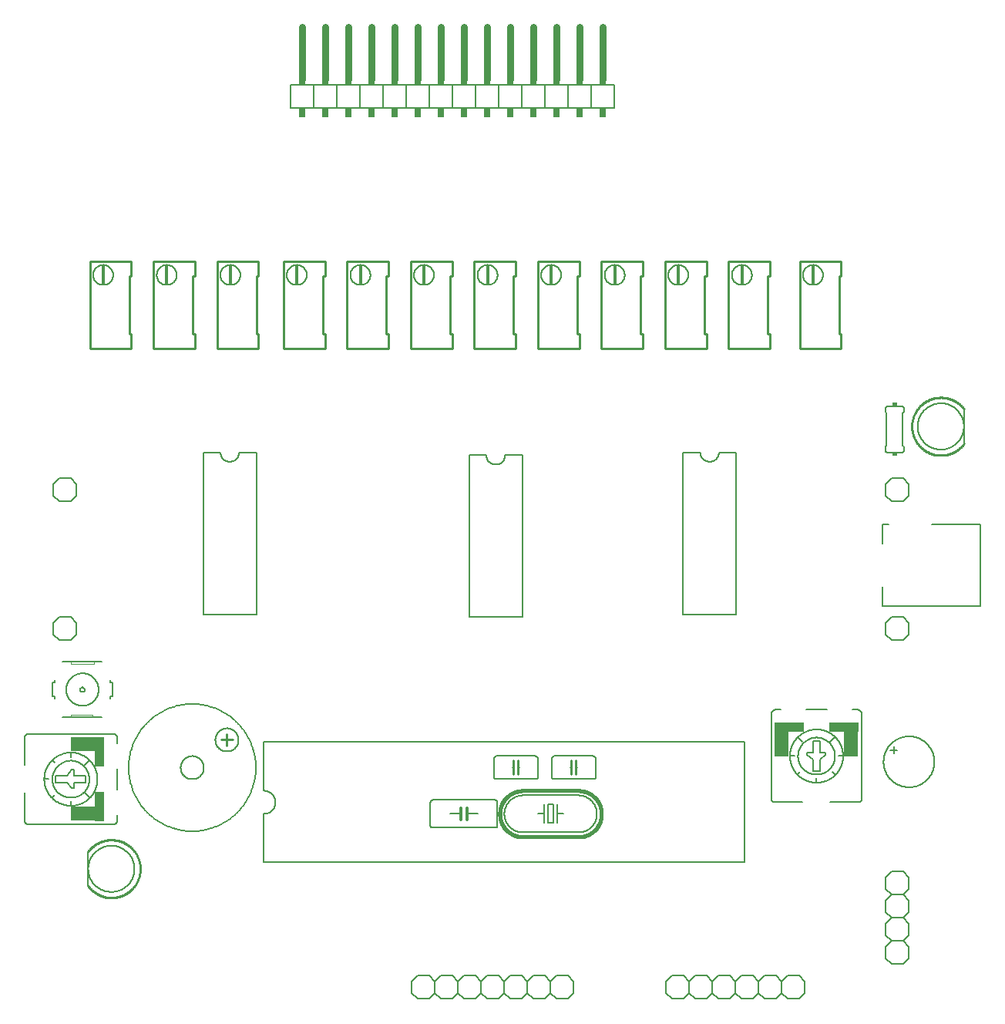
<source format=gto>
G75*
%MOIN*%
%OFA0B0*%
%FSLAX25Y25*%
%IPPOS*%
%LPD*%
%AMOC8*
5,1,8,0,0,1.08239X$1,22.5*
%
%ADD10C,0.00600*%
%ADD11C,0.01000*%
%ADD12C,0.01200*%
%ADD13C,0.00800*%
%ADD14C,0.01600*%
%ADD15R,0.01575X0.08268*%
%ADD16C,0.00200*%
%ADD17R,0.02000X0.01500*%
%ADD18R,0.12500X0.04000*%
%ADD19R,0.06000X0.10500*%
%ADD20R,0.04000X0.12500*%
%ADD21R,0.10500X0.06000*%
%ADD22C,0.03000*%
%ADD23R,0.03000X0.02000*%
%ADD24R,0.03000X0.04000*%
D10*
X0036800Y0088050D02*
X0036803Y0088295D01*
X0036812Y0088541D01*
X0036827Y0088786D01*
X0036848Y0089030D01*
X0036875Y0089274D01*
X0036908Y0089517D01*
X0036947Y0089760D01*
X0036992Y0090001D01*
X0037043Y0090241D01*
X0037100Y0090480D01*
X0037162Y0090717D01*
X0037231Y0090953D01*
X0037305Y0091187D01*
X0037385Y0091419D01*
X0037470Y0091649D01*
X0037561Y0091877D01*
X0037658Y0092102D01*
X0037760Y0092326D01*
X0037868Y0092546D01*
X0037981Y0092764D01*
X0038099Y0092979D01*
X0038223Y0093191D01*
X0038351Y0093400D01*
X0038485Y0093606D01*
X0038624Y0093808D01*
X0038768Y0094007D01*
X0038917Y0094202D01*
X0039070Y0094394D01*
X0039228Y0094582D01*
X0039390Y0094766D01*
X0039558Y0094945D01*
X0039729Y0095121D01*
X0039905Y0095292D01*
X0040084Y0095460D01*
X0040268Y0095622D01*
X0040456Y0095780D01*
X0040648Y0095933D01*
X0040843Y0096082D01*
X0041042Y0096226D01*
X0041244Y0096365D01*
X0041450Y0096499D01*
X0041659Y0096627D01*
X0041871Y0096751D01*
X0042086Y0096869D01*
X0042304Y0096982D01*
X0042524Y0097090D01*
X0042748Y0097192D01*
X0042973Y0097289D01*
X0043201Y0097380D01*
X0043431Y0097465D01*
X0043663Y0097545D01*
X0043897Y0097619D01*
X0044133Y0097688D01*
X0044370Y0097750D01*
X0044609Y0097807D01*
X0044849Y0097858D01*
X0045090Y0097903D01*
X0045333Y0097942D01*
X0045576Y0097975D01*
X0045820Y0098002D01*
X0046064Y0098023D01*
X0046309Y0098038D01*
X0046555Y0098047D01*
X0046800Y0098050D01*
X0047045Y0098047D01*
X0047291Y0098038D01*
X0047536Y0098023D01*
X0047780Y0098002D01*
X0048024Y0097975D01*
X0048267Y0097942D01*
X0048510Y0097903D01*
X0048751Y0097858D01*
X0048991Y0097807D01*
X0049230Y0097750D01*
X0049467Y0097688D01*
X0049703Y0097619D01*
X0049937Y0097545D01*
X0050169Y0097465D01*
X0050399Y0097380D01*
X0050627Y0097289D01*
X0050852Y0097192D01*
X0051076Y0097090D01*
X0051296Y0096982D01*
X0051514Y0096869D01*
X0051729Y0096751D01*
X0051941Y0096627D01*
X0052150Y0096499D01*
X0052356Y0096365D01*
X0052558Y0096226D01*
X0052757Y0096082D01*
X0052952Y0095933D01*
X0053144Y0095780D01*
X0053332Y0095622D01*
X0053516Y0095460D01*
X0053695Y0095292D01*
X0053871Y0095121D01*
X0054042Y0094945D01*
X0054210Y0094766D01*
X0054372Y0094582D01*
X0054530Y0094394D01*
X0054683Y0094202D01*
X0054832Y0094007D01*
X0054976Y0093808D01*
X0055115Y0093606D01*
X0055249Y0093400D01*
X0055377Y0093191D01*
X0055501Y0092979D01*
X0055619Y0092764D01*
X0055732Y0092546D01*
X0055840Y0092326D01*
X0055942Y0092102D01*
X0056039Y0091877D01*
X0056130Y0091649D01*
X0056215Y0091419D01*
X0056295Y0091187D01*
X0056369Y0090953D01*
X0056438Y0090717D01*
X0056500Y0090480D01*
X0056557Y0090241D01*
X0056608Y0090001D01*
X0056653Y0089760D01*
X0056692Y0089517D01*
X0056725Y0089274D01*
X0056752Y0089030D01*
X0056773Y0088786D01*
X0056788Y0088541D01*
X0056797Y0088295D01*
X0056800Y0088050D01*
X0056797Y0087805D01*
X0056788Y0087559D01*
X0056773Y0087314D01*
X0056752Y0087070D01*
X0056725Y0086826D01*
X0056692Y0086583D01*
X0056653Y0086340D01*
X0056608Y0086099D01*
X0056557Y0085859D01*
X0056500Y0085620D01*
X0056438Y0085383D01*
X0056369Y0085147D01*
X0056295Y0084913D01*
X0056215Y0084681D01*
X0056130Y0084451D01*
X0056039Y0084223D01*
X0055942Y0083998D01*
X0055840Y0083774D01*
X0055732Y0083554D01*
X0055619Y0083336D01*
X0055501Y0083121D01*
X0055377Y0082909D01*
X0055249Y0082700D01*
X0055115Y0082494D01*
X0054976Y0082292D01*
X0054832Y0082093D01*
X0054683Y0081898D01*
X0054530Y0081706D01*
X0054372Y0081518D01*
X0054210Y0081334D01*
X0054042Y0081155D01*
X0053871Y0080979D01*
X0053695Y0080808D01*
X0053516Y0080640D01*
X0053332Y0080478D01*
X0053144Y0080320D01*
X0052952Y0080167D01*
X0052757Y0080018D01*
X0052558Y0079874D01*
X0052356Y0079735D01*
X0052150Y0079601D01*
X0051941Y0079473D01*
X0051729Y0079349D01*
X0051514Y0079231D01*
X0051296Y0079118D01*
X0051076Y0079010D01*
X0050852Y0078908D01*
X0050627Y0078811D01*
X0050399Y0078720D01*
X0050169Y0078635D01*
X0049937Y0078555D01*
X0049703Y0078481D01*
X0049467Y0078412D01*
X0049230Y0078350D01*
X0048991Y0078293D01*
X0048751Y0078242D01*
X0048510Y0078197D01*
X0048267Y0078158D01*
X0048024Y0078125D01*
X0047780Y0078098D01*
X0047536Y0078077D01*
X0047291Y0078062D01*
X0047045Y0078053D01*
X0046800Y0078050D01*
X0046555Y0078053D01*
X0046309Y0078062D01*
X0046064Y0078077D01*
X0045820Y0078098D01*
X0045576Y0078125D01*
X0045333Y0078158D01*
X0045090Y0078197D01*
X0044849Y0078242D01*
X0044609Y0078293D01*
X0044370Y0078350D01*
X0044133Y0078412D01*
X0043897Y0078481D01*
X0043663Y0078555D01*
X0043431Y0078635D01*
X0043201Y0078720D01*
X0042973Y0078811D01*
X0042748Y0078908D01*
X0042524Y0079010D01*
X0042304Y0079118D01*
X0042086Y0079231D01*
X0041871Y0079349D01*
X0041659Y0079473D01*
X0041450Y0079601D01*
X0041244Y0079735D01*
X0041042Y0079874D01*
X0040843Y0080018D01*
X0040648Y0080167D01*
X0040456Y0080320D01*
X0040268Y0080478D01*
X0040084Y0080640D01*
X0039905Y0080808D01*
X0039729Y0080979D01*
X0039558Y0081155D01*
X0039390Y0081334D01*
X0039228Y0081518D01*
X0039070Y0081706D01*
X0038917Y0081898D01*
X0038768Y0082093D01*
X0038624Y0082292D01*
X0038485Y0082494D01*
X0038351Y0082700D01*
X0038223Y0082909D01*
X0038099Y0083121D01*
X0037981Y0083336D01*
X0037868Y0083554D01*
X0037760Y0083774D01*
X0037658Y0083998D01*
X0037561Y0084223D01*
X0037470Y0084451D01*
X0037385Y0084681D01*
X0037305Y0084913D01*
X0037231Y0085147D01*
X0037162Y0085383D01*
X0037100Y0085620D01*
X0037043Y0085859D01*
X0036992Y0086099D01*
X0036947Y0086340D01*
X0036908Y0086583D01*
X0036875Y0086826D01*
X0036848Y0087070D01*
X0036827Y0087314D01*
X0036812Y0087559D01*
X0036803Y0087805D01*
X0036800Y0088050D01*
X0047800Y0107300D02*
X0010800Y0107300D01*
X0010724Y0107302D01*
X0010648Y0107308D01*
X0010573Y0107317D01*
X0010498Y0107331D01*
X0010424Y0107348D01*
X0010351Y0107369D01*
X0010279Y0107393D01*
X0010208Y0107422D01*
X0010139Y0107453D01*
X0010072Y0107488D01*
X0010007Y0107527D01*
X0009943Y0107569D01*
X0009882Y0107614D01*
X0009823Y0107662D01*
X0009767Y0107713D01*
X0009713Y0107767D01*
X0009662Y0107823D01*
X0009614Y0107882D01*
X0009569Y0107943D01*
X0009527Y0108007D01*
X0009488Y0108072D01*
X0009453Y0108139D01*
X0009422Y0108208D01*
X0009393Y0108279D01*
X0009369Y0108351D01*
X0009348Y0108424D01*
X0009331Y0108498D01*
X0009317Y0108573D01*
X0009308Y0108648D01*
X0009302Y0108724D01*
X0009300Y0108800D01*
X0009300Y0120800D01*
X0017800Y0126800D02*
X0019800Y0126800D01*
X0022800Y0128300D02*
X0027800Y0128300D01*
X0029800Y0130800D01*
X0030800Y0130800D01*
X0030800Y0128300D01*
X0035800Y0128300D01*
X0035800Y0125300D01*
X0030800Y0125300D01*
X0030800Y0122800D01*
X0029800Y0122800D01*
X0027800Y0125300D01*
X0022800Y0125300D01*
X0022800Y0128300D01*
X0022300Y0133800D02*
X0021300Y0134800D01*
X0029300Y0136300D02*
X0029300Y0138300D01*
X0035300Y0132800D02*
X0037300Y0134800D01*
X0017800Y0126800D02*
X0017803Y0127082D01*
X0017814Y0127364D01*
X0017831Y0127646D01*
X0017855Y0127927D01*
X0017886Y0128208D01*
X0017924Y0128487D01*
X0017969Y0128766D01*
X0018021Y0129044D01*
X0018079Y0129320D01*
X0018145Y0129594D01*
X0018217Y0129867D01*
X0018295Y0130138D01*
X0018380Y0130407D01*
X0018472Y0130674D01*
X0018571Y0130939D01*
X0018675Y0131201D01*
X0018787Y0131460D01*
X0018904Y0131717D01*
X0019028Y0131971D01*
X0019158Y0132221D01*
X0019294Y0132468D01*
X0019436Y0132712D01*
X0019584Y0132952D01*
X0019738Y0133189D01*
X0019898Y0133422D01*
X0020063Y0133651D01*
X0020234Y0133875D01*
X0020410Y0134096D01*
X0020592Y0134311D01*
X0020779Y0134523D01*
X0020971Y0134730D01*
X0021168Y0134932D01*
X0021370Y0135129D01*
X0021577Y0135321D01*
X0021789Y0135508D01*
X0022004Y0135690D01*
X0022225Y0135866D01*
X0022449Y0136037D01*
X0022678Y0136202D01*
X0022911Y0136362D01*
X0023148Y0136516D01*
X0023388Y0136664D01*
X0023632Y0136806D01*
X0023879Y0136942D01*
X0024129Y0137072D01*
X0024383Y0137196D01*
X0024640Y0137313D01*
X0024899Y0137425D01*
X0025161Y0137529D01*
X0025426Y0137628D01*
X0025693Y0137720D01*
X0025962Y0137805D01*
X0026233Y0137883D01*
X0026506Y0137955D01*
X0026780Y0138021D01*
X0027056Y0138079D01*
X0027334Y0138131D01*
X0027613Y0138176D01*
X0027892Y0138214D01*
X0028173Y0138245D01*
X0028454Y0138269D01*
X0028736Y0138286D01*
X0029018Y0138297D01*
X0029300Y0138300D01*
X0029582Y0138297D01*
X0029864Y0138286D01*
X0030146Y0138269D01*
X0030427Y0138245D01*
X0030708Y0138214D01*
X0030987Y0138176D01*
X0031266Y0138131D01*
X0031544Y0138079D01*
X0031820Y0138021D01*
X0032094Y0137955D01*
X0032367Y0137883D01*
X0032638Y0137805D01*
X0032907Y0137720D01*
X0033174Y0137628D01*
X0033439Y0137529D01*
X0033701Y0137425D01*
X0033960Y0137313D01*
X0034217Y0137196D01*
X0034471Y0137072D01*
X0034721Y0136942D01*
X0034968Y0136806D01*
X0035212Y0136664D01*
X0035452Y0136516D01*
X0035689Y0136362D01*
X0035922Y0136202D01*
X0036151Y0136037D01*
X0036375Y0135866D01*
X0036596Y0135690D01*
X0036811Y0135508D01*
X0037023Y0135321D01*
X0037230Y0135129D01*
X0037432Y0134932D01*
X0037629Y0134730D01*
X0037821Y0134523D01*
X0038008Y0134311D01*
X0038190Y0134096D01*
X0038366Y0133875D01*
X0038537Y0133651D01*
X0038702Y0133422D01*
X0038862Y0133189D01*
X0039016Y0132952D01*
X0039164Y0132712D01*
X0039306Y0132468D01*
X0039442Y0132221D01*
X0039572Y0131971D01*
X0039696Y0131717D01*
X0039813Y0131460D01*
X0039925Y0131201D01*
X0040029Y0130939D01*
X0040128Y0130674D01*
X0040220Y0130407D01*
X0040305Y0130138D01*
X0040383Y0129867D01*
X0040455Y0129594D01*
X0040521Y0129320D01*
X0040579Y0129044D01*
X0040631Y0128766D01*
X0040676Y0128487D01*
X0040714Y0128208D01*
X0040745Y0127927D01*
X0040769Y0127646D01*
X0040786Y0127364D01*
X0040797Y0127082D01*
X0040800Y0126800D01*
X0040797Y0126518D01*
X0040786Y0126236D01*
X0040769Y0125954D01*
X0040745Y0125673D01*
X0040714Y0125392D01*
X0040676Y0125113D01*
X0040631Y0124834D01*
X0040579Y0124556D01*
X0040521Y0124280D01*
X0040455Y0124006D01*
X0040383Y0123733D01*
X0040305Y0123462D01*
X0040220Y0123193D01*
X0040128Y0122926D01*
X0040029Y0122661D01*
X0039925Y0122399D01*
X0039813Y0122140D01*
X0039696Y0121883D01*
X0039572Y0121629D01*
X0039442Y0121379D01*
X0039306Y0121132D01*
X0039164Y0120888D01*
X0039016Y0120648D01*
X0038862Y0120411D01*
X0038702Y0120178D01*
X0038537Y0119949D01*
X0038366Y0119725D01*
X0038190Y0119504D01*
X0038008Y0119289D01*
X0037821Y0119077D01*
X0037629Y0118870D01*
X0037432Y0118668D01*
X0037230Y0118471D01*
X0037023Y0118279D01*
X0036811Y0118092D01*
X0036596Y0117910D01*
X0036375Y0117734D01*
X0036151Y0117563D01*
X0035922Y0117398D01*
X0035689Y0117238D01*
X0035452Y0117084D01*
X0035212Y0116936D01*
X0034968Y0116794D01*
X0034721Y0116658D01*
X0034471Y0116528D01*
X0034217Y0116404D01*
X0033960Y0116287D01*
X0033701Y0116175D01*
X0033439Y0116071D01*
X0033174Y0115972D01*
X0032907Y0115880D01*
X0032638Y0115795D01*
X0032367Y0115717D01*
X0032094Y0115645D01*
X0031820Y0115579D01*
X0031544Y0115521D01*
X0031266Y0115469D01*
X0030987Y0115424D01*
X0030708Y0115386D01*
X0030427Y0115355D01*
X0030146Y0115331D01*
X0029864Y0115314D01*
X0029582Y0115303D01*
X0029300Y0115300D01*
X0029018Y0115303D01*
X0028736Y0115314D01*
X0028454Y0115331D01*
X0028173Y0115355D01*
X0027892Y0115386D01*
X0027613Y0115424D01*
X0027334Y0115469D01*
X0027056Y0115521D01*
X0026780Y0115579D01*
X0026506Y0115645D01*
X0026233Y0115717D01*
X0025962Y0115795D01*
X0025693Y0115880D01*
X0025426Y0115972D01*
X0025161Y0116071D01*
X0024899Y0116175D01*
X0024640Y0116287D01*
X0024383Y0116404D01*
X0024129Y0116528D01*
X0023879Y0116658D01*
X0023632Y0116794D01*
X0023388Y0116936D01*
X0023148Y0117084D01*
X0022911Y0117238D01*
X0022678Y0117398D01*
X0022449Y0117563D01*
X0022225Y0117734D01*
X0022004Y0117910D01*
X0021789Y0118092D01*
X0021577Y0118279D01*
X0021370Y0118471D01*
X0021168Y0118668D01*
X0020971Y0118870D01*
X0020779Y0119077D01*
X0020592Y0119289D01*
X0020410Y0119504D01*
X0020234Y0119725D01*
X0020063Y0119949D01*
X0019898Y0120178D01*
X0019738Y0120411D01*
X0019584Y0120648D01*
X0019436Y0120888D01*
X0019294Y0121132D01*
X0019158Y0121379D01*
X0019028Y0121629D01*
X0018904Y0121883D01*
X0018787Y0122140D01*
X0018675Y0122399D01*
X0018571Y0122661D01*
X0018472Y0122926D01*
X0018380Y0123193D01*
X0018295Y0123462D01*
X0018217Y0123733D01*
X0018145Y0124006D01*
X0018079Y0124280D01*
X0018021Y0124556D01*
X0017969Y0124834D01*
X0017924Y0125113D01*
X0017886Y0125392D01*
X0017855Y0125673D01*
X0017831Y0125954D01*
X0017814Y0126236D01*
X0017803Y0126518D01*
X0017800Y0126800D01*
X0022300Y0119800D02*
X0021300Y0118800D01*
X0029300Y0117300D02*
X0029300Y0115300D01*
X0035300Y0120800D02*
X0037300Y0118800D01*
X0021300Y0126800D02*
X0021302Y0126996D01*
X0021310Y0127193D01*
X0021322Y0127389D01*
X0021339Y0127584D01*
X0021360Y0127779D01*
X0021387Y0127974D01*
X0021418Y0128168D01*
X0021454Y0128361D01*
X0021494Y0128553D01*
X0021540Y0128744D01*
X0021590Y0128934D01*
X0021644Y0129122D01*
X0021704Y0129309D01*
X0021768Y0129495D01*
X0021836Y0129679D01*
X0021909Y0129861D01*
X0021986Y0130042D01*
X0022068Y0130220D01*
X0022154Y0130397D01*
X0022245Y0130571D01*
X0022339Y0130743D01*
X0022438Y0130913D01*
X0022541Y0131080D01*
X0022648Y0131245D01*
X0022759Y0131406D01*
X0022874Y0131566D01*
X0022993Y0131722D01*
X0023116Y0131875D01*
X0023242Y0132025D01*
X0023372Y0132172D01*
X0023506Y0132316D01*
X0023643Y0132457D01*
X0023784Y0132594D01*
X0023928Y0132728D01*
X0024075Y0132858D01*
X0024225Y0132984D01*
X0024378Y0133107D01*
X0024534Y0133226D01*
X0024694Y0133341D01*
X0024855Y0133452D01*
X0025020Y0133559D01*
X0025187Y0133662D01*
X0025357Y0133761D01*
X0025529Y0133855D01*
X0025703Y0133946D01*
X0025880Y0134032D01*
X0026058Y0134114D01*
X0026239Y0134191D01*
X0026421Y0134264D01*
X0026605Y0134332D01*
X0026791Y0134396D01*
X0026978Y0134456D01*
X0027166Y0134510D01*
X0027356Y0134560D01*
X0027547Y0134606D01*
X0027739Y0134646D01*
X0027932Y0134682D01*
X0028126Y0134713D01*
X0028321Y0134740D01*
X0028516Y0134761D01*
X0028711Y0134778D01*
X0028907Y0134790D01*
X0029104Y0134798D01*
X0029300Y0134800D01*
X0029496Y0134798D01*
X0029693Y0134790D01*
X0029889Y0134778D01*
X0030084Y0134761D01*
X0030279Y0134740D01*
X0030474Y0134713D01*
X0030668Y0134682D01*
X0030861Y0134646D01*
X0031053Y0134606D01*
X0031244Y0134560D01*
X0031434Y0134510D01*
X0031622Y0134456D01*
X0031809Y0134396D01*
X0031995Y0134332D01*
X0032179Y0134264D01*
X0032361Y0134191D01*
X0032542Y0134114D01*
X0032720Y0134032D01*
X0032897Y0133946D01*
X0033071Y0133855D01*
X0033243Y0133761D01*
X0033413Y0133662D01*
X0033580Y0133559D01*
X0033745Y0133452D01*
X0033906Y0133341D01*
X0034066Y0133226D01*
X0034222Y0133107D01*
X0034375Y0132984D01*
X0034525Y0132858D01*
X0034672Y0132728D01*
X0034816Y0132594D01*
X0034957Y0132457D01*
X0035094Y0132316D01*
X0035228Y0132172D01*
X0035358Y0132025D01*
X0035484Y0131875D01*
X0035607Y0131722D01*
X0035726Y0131566D01*
X0035841Y0131406D01*
X0035952Y0131245D01*
X0036059Y0131080D01*
X0036162Y0130913D01*
X0036261Y0130743D01*
X0036355Y0130571D01*
X0036446Y0130397D01*
X0036532Y0130220D01*
X0036614Y0130042D01*
X0036691Y0129861D01*
X0036764Y0129679D01*
X0036832Y0129495D01*
X0036896Y0129309D01*
X0036956Y0129122D01*
X0037010Y0128934D01*
X0037060Y0128744D01*
X0037106Y0128553D01*
X0037146Y0128361D01*
X0037182Y0128168D01*
X0037213Y0127974D01*
X0037240Y0127779D01*
X0037261Y0127584D01*
X0037278Y0127389D01*
X0037290Y0127193D01*
X0037298Y0126996D01*
X0037300Y0126800D01*
X0037298Y0126604D01*
X0037290Y0126407D01*
X0037278Y0126211D01*
X0037261Y0126016D01*
X0037240Y0125821D01*
X0037213Y0125626D01*
X0037182Y0125432D01*
X0037146Y0125239D01*
X0037106Y0125047D01*
X0037060Y0124856D01*
X0037010Y0124666D01*
X0036956Y0124478D01*
X0036896Y0124291D01*
X0036832Y0124105D01*
X0036764Y0123921D01*
X0036691Y0123739D01*
X0036614Y0123558D01*
X0036532Y0123380D01*
X0036446Y0123203D01*
X0036355Y0123029D01*
X0036261Y0122857D01*
X0036162Y0122687D01*
X0036059Y0122520D01*
X0035952Y0122355D01*
X0035841Y0122194D01*
X0035726Y0122034D01*
X0035607Y0121878D01*
X0035484Y0121725D01*
X0035358Y0121575D01*
X0035228Y0121428D01*
X0035094Y0121284D01*
X0034957Y0121143D01*
X0034816Y0121006D01*
X0034672Y0120872D01*
X0034525Y0120742D01*
X0034375Y0120616D01*
X0034222Y0120493D01*
X0034066Y0120374D01*
X0033906Y0120259D01*
X0033745Y0120148D01*
X0033580Y0120041D01*
X0033413Y0119938D01*
X0033243Y0119839D01*
X0033071Y0119745D01*
X0032897Y0119654D01*
X0032720Y0119568D01*
X0032542Y0119486D01*
X0032361Y0119409D01*
X0032179Y0119336D01*
X0031995Y0119268D01*
X0031809Y0119204D01*
X0031622Y0119144D01*
X0031434Y0119090D01*
X0031244Y0119040D01*
X0031053Y0118994D01*
X0030861Y0118954D01*
X0030668Y0118918D01*
X0030474Y0118887D01*
X0030279Y0118860D01*
X0030084Y0118839D01*
X0029889Y0118822D01*
X0029693Y0118810D01*
X0029496Y0118802D01*
X0029300Y0118800D01*
X0029104Y0118802D01*
X0028907Y0118810D01*
X0028711Y0118822D01*
X0028516Y0118839D01*
X0028321Y0118860D01*
X0028126Y0118887D01*
X0027932Y0118918D01*
X0027739Y0118954D01*
X0027547Y0118994D01*
X0027356Y0119040D01*
X0027166Y0119090D01*
X0026978Y0119144D01*
X0026791Y0119204D01*
X0026605Y0119268D01*
X0026421Y0119336D01*
X0026239Y0119409D01*
X0026058Y0119486D01*
X0025880Y0119568D01*
X0025703Y0119654D01*
X0025529Y0119745D01*
X0025357Y0119839D01*
X0025187Y0119938D01*
X0025020Y0120041D01*
X0024855Y0120148D01*
X0024694Y0120259D01*
X0024534Y0120374D01*
X0024378Y0120493D01*
X0024225Y0120616D01*
X0024075Y0120742D01*
X0023928Y0120872D01*
X0023784Y0121006D01*
X0023643Y0121143D01*
X0023506Y0121284D01*
X0023372Y0121428D01*
X0023242Y0121575D01*
X0023116Y0121725D01*
X0022993Y0121878D01*
X0022874Y0122034D01*
X0022759Y0122194D01*
X0022648Y0122355D01*
X0022541Y0122520D01*
X0022438Y0122687D01*
X0022339Y0122857D01*
X0022245Y0123029D01*
X0022154Y0123203D01*
X0022068Y0123380D01*
X0021986Y0123558D01*
X0021909Y0123739D01*
X0021836Y0123921D01*
X0021768Y0124105D01*
X0021704Y0124291D01*
X0021644Y0124478D01*
X0021590Y0124666D01*
X0021540Y0124856D01*
X0021494Y0125047D01*
X0021454Y0125239D01*
X0021418Y0125432D01*
X0021387Y0125626D01*
X0021360Y0125821D01*
X0021339Y0126016D01*
X0021322Y0126211D01*
X0021310Y0126407D01*
X0021302Y0126604D01*
X0021300Y0126800D01*
X0009300Y0132800D02*
X0009300Y0144800D01*
X0009302Y0144876D01*
X0009308Y0144952D01*
X0009317Y0145027D01*
X0009331Y0145102D01*
X0009348Y0145176D01*
X0009369Y0145249D01*
X0009393Y0145321D01*
X0009422Y0145392D01*
X0009453Y0145461D01*
X0009488Y0145528D01*
X0009527Y0145593D01*
X0009569Y0145657D01*
X0009614Y0145718D01*
X0009662Y0145777D01*
X0009713Y0145833D01*
X0009767Y0145887D01*
X0009823Y0145938D01*
X0009882Y0145986D01*
X0009943Y0146031D01*
X0010007Y0146073D01*
X0010072Y0146112D01*
X0010139Y0146147D01*
X0010208Y0146178D01*
X0010279Y0146207D01*
X0010351Y0146231D01*
X0010424Y0146252D01*
X0010498Y0146269D01*
X0010573Y0146283D01*
X0010648Y0146292D01*
X0010724Y0146298D01*
X0010800Y0146300D01*
X0047800Y0146300D01*
X0047876Y0146298D01*
X0047952Y0146292D01*
X0048027Y0146283D01*
X0048102Y0146269D01*
X0048176Y0146252D01*
X0048249Y0146231D01*
X0048321Y0146207D01*
X0048392Y0146178D01*
X0048461Y0146147D01*
X0048528Y0146112D01*
X0048593Y0146073D01*
X0048657Y0146031D01*
X0048718Y0145986D01*
X0048777Y0145938D01*
X0048833Y0145887D01*
X0048887Y0145833D01*
X0048938Y0145777D01*
X0048986Y0145718D01*
X0049031Y0145657D01*
X0049073Y0145593D01*
X0049112Y0145528D01*
X0049147Y0145461D01*
X0049178Y0145392D01*
X0049207Y0145321D01*
X0049231Y0145249D01*
X0049252Y0145176D01*
X0049269Y0145102D01*
X0049283Y0145027D01*
X0049292Y0144952D01*
X0049298Y0144876D01*
X0049300Y0144800D01*
X0049300Y0142300D01*
X0042800Y0153550D02*
X0038800Y0153550D01*
X0029300Y0153550D01*
X0025800Y0153550D01*
X0022300Y0161550D02*
X0022300Y0162550D01*
X0021300Y0162550D01*
X0021300Y0168550D01*
X0022300Y0168550D01*
X0022300Y0169550D01*
X0025800Y0177550D02*
X0029300Y0177550D01*
X0039300Y0177550D01*
X0042800Y0177550D01*
X0046300Y0169550D02*
X0046300Y0168550D01*
X0047300Y0168550D01*
X0047300Y0162550D01*
X0046300Y0162550D01*
X0046300Y0161550D01*
X0033300Y0165550D02*
X0033302Y0165613D01*
X0033308Y0165675D01*
X0033318Y0165737D01*
X0033331Y0165799D01*
X0033349Y0165859D01*
X0033370Y0165918D01*
X0033395Y0165976D01*
X0033424Y0166032D01*
X0033456Y0166086D01*
X0033491Y0166138D01*
X0033529Y0166187D01*
X0033571Y0166235D01*
X0033615Y0166279D01*
X0033663Y0166321D01*
X0033712Y0166359D01*
X0033764Y0166394D01*
X0033818Y0166426D01*
X0033874Y0166455D01*
X0033932Y0166480D01*
X0033991Y0166501D01*
X0034051Y0166519D01*
X0034113Y0166532D01*
X0034175Y0166542D01*
X0034237Y0166548D01*
X0034300Y0166550D01*
X0034363Y0166548D01*
X0034425Y0166542D01*
X0034487Y0166532D01*
X0034549Y0166519D01*
X0034609Y0166501D01*
X0034668Y0166480D01*
X0034726Y0166455D01*
X0034782Y0166426D01*
X0034836Y0166394D01*
X0034888Y0166359D01*
X0034937Y0166321D01*
X0034985Y0166279D01*
X0035029Y0166235D01*
X0035071Y0166187D01*
X0035109Y0166138D01*
X0035144Y0166086D01*
X0035176Y0166032D01*
X0035205Y0165976D01*
X0035230Y0165918D01*
X0035251Y0165859D01*
X0035269Y0165799D01*
X0035282Y0165737D01*
X0035292Y0165675D01*
X0035298Y0165613D01*
X0035300Y0165550D01*
X0035298Y0165487D01*
X0035292Y0165425D01*
X0035282Y0165363D01*
X0035269Y0165301D01*
X0035251Y0165241D01*
X0035230Y0165182D01*
X0035205Y0165124D01*
X0035176Y0165068D01*
X0035144Y0165014D01*
X0035109Y0164962D01*
X0035071Y0164913D01*
X0035029Y0164865D01*
X0034985Y0164821D01*
X0034937Y0164779D01*
X0034888Y0164741D01*
X0034836Y0164706D01*
X0034782Y0164674D01*
X0034726Y0164645D01*
X0034668Y0164620D01*
X0034609Y0164599D01*
X0034549Y0164581D01*
X0034487Y0164568D01*
X0034425Y0164558D01*
X0034363Y0164552D01*
X0034300Y0164550D01*
X0034237Y0164552D01*
X0034175Y0164558D01*
X0034113Y0164568D01*
X0034051Y0164581D01*
X0033991Y0164599D01*
X0033932Y0164620D01*
X0033874Y0164645D01*
X0033818Y0164674D01*
X0033764Y0164706D01*
X0033712Y0164741D01*
X0033663Y0164779D01*
X0033615Y0164821D01*
X0033571Y0164865D01*
X0033529Y0164913D01*
X0033491Y0164962D01*
X0033456Y0165014D01*
X0033424Y0165068D01*
X0033395Y0165124D01*
X0033370Y0165182D01*
X0033349Y0165241D01*
X0033331Y0165301D01*
X0033318Y0165363D01*
X0033308Y0165425D01*
X0033302Y0165487D01*
X0033300Y0165550D01*
X0027300Y0165550D02*
X0027302Y0165722D01*
X0027308Y0165893D01*
X0027319Y0166065D01*
X0027334Y0166236D01*
X0027353Y0166407D01*
X0027376Y0166577D01*
X0027403Y0166747D01*
X0027435Y0166916D01*
X0027470Y0167084D01*
X0027510Y0167251D01*
X0027554Y0167417D01*
X0027601Y0167582D01*
X0027653Y0167746D01*
X0027709Y0167908D01*
X0027769Y0168069D01*
X0027833Y0168229D01*
X0027901Y0168387D01*
X0027972Y0168543D01*
X0028047Y0168697D01*
X0028127Y0168850D01*
X0028209Y0169000D01*
X0028296Y0169149D01*
X0028386Y0169295D01*
X0028480Y0169439D01*
X0028577Y0169581D01*
X0028678Y0169720D01*
X0028782Y0169857D01*
X0028889Y0169991D01*
X0029000Y0170122D01*
X0029113Y0170251D01*
X0029230Y0170377D01*
X0029350Y0170500D01*
X0029473Y0170620D01*
X0029599Y0170737D01*
X0029728Y0170850D01*
X0029859Y0170961D01*
X0029993Y0171068D01*
X0030130Y0171172D01*
X0030269Y0171273D01*
X0030411Y0171370D01*
X0030555Y0171464D01*
X0030701Y0171554D01*
X0030850Y0171641D01*
X0031000Y0171723D01*
X0031153Y0171803D01*
X0031307Y0171878D01*
X0031463Y0171949D01*
X0031621Y0172017D01*
X0031781Y0172081D01*
X0031942Y0172141D01*
X0032104Y0172197D01*
X0032268Y0172249D01*
X0032433Y0172296D01*
X0032599Y0172340D01*
X0032766Y0172380D01*
X0032934Y0172415D01*
X0033103Y0172447D01*
X0033273Y0172474D01*
X0033443Y0172497D01*
X0033614Y0172516D01*
X0033785Y0172531D01*
X0033957Y0172542D01*
X0034128Y0172548D01*
X0034300Y0172550D01*
X0034472Y0172548D01*
X0034643Y0172542D01*
X0034815Y0172531D01*
X0034986Y0172516D01*
X0035157Y0172497D01*
X0035327Y0172474D01*
X0035497Y0172447D01*
X0035666Y0172415D01*
X0035834Y0172380D01*
X0036001Y0172340D01*
X0036167Y0172296D01*
X0036332Y0172249D01*
X0036496Y0172197D01*
X0036658Y0172141D01*
X0036819Y0172081D01*
X0036979Y0172017D01*
X0037137Y0171949D01*
X0037293Y0171878D01*
X0037447Y0171803D01*
X0037600Y0171723D01*
X0037750Y0171641D01*
X0037899Y0171554D01*
X0038045Y0171464D01*
X0038189Y0171370D01*
X0038331Y0171273D01*
X0038470Y0171172D01*
X0038607Y0171068D01*
X0038741Y0170961D01*
X0038872Y0170850D01*
X0039001Y0170737D01*
X0039127Y0170620D01*
X0039250Y0170500D01*
X0039370Y0170377D01*
X0039487Y0170251D01*
X0039600Y0170122D01*
X0039711Y0169991D01*
X0039818Y0169857D01*
X0039922Y0169720D01*
X0040023Y0169581D01*
X0040120Y0169439D01*
X0040214Y0169295D01*
X0040304Y0169149D01*
X0040391Y0169000D01*
X0040473Y0168850D01*
X0040553Y0168697D01*
X0040628Y0168543D01*
X0040699Y0168387D01*
X0040767Y0168229D01*
X0040831Y0168069D01*
X0040891Y0167908D01*
X0040947Y0167746D01*
X0040999Y0167582D01*
X0041046Y0167417D01*
X0041090Y0167251D01*
X0041130Y0167084D01*
X0041165Y0166916D01*
X0041197Y0166747D01*
X0041224Y0166577D01*
X0041247Y0166407D01*
X0041266Y0166236D01*
X0041281Y0166065D01*
X0041292Y0165893D01*
X0041298Y0165722D01*
X0041300Y0165550D01*
X0041298Y0165378D01*
X0041292Y0165207D01*
X0041281Y0165035D01*
X0041266Y0164864D01*
X0041247Y0164693D01*
X0041224Y0164523D01*
X0041197Y0164353D01*
X0041165Y0164184D01*
X0041130Y0164016D01*
X0041090Y0163849D01*
X0041046Y0163683D01*
X0040999Y0163518D01*
X0040947Y0163354D01*
X0040891Y0163192D01*
X0040831Y0163031D01*
X0040767Y0162871D01*
X0040699Y0162713D01*
X0040628Y0162557D01*
X0040553Y0162403D01*
X0040473Y0162250D01*
X0040391Y0162100D01*
X0040304Y0161951D01*
X0040214Y0161805D01*
X0040120Y0161661D01*
X0040023Y0161519D01*
X0039922Y0161380D01*
X0039818Y0161243D01*
X0039711Y0161109D01*
X0039600Y0160978D01*
X0039487Y0160849D01*
X0039370Y0160723D01*
X0039250Y0160600D01*
X0039127Y0160480D01*
X0039001Y0160363D01*
X0038872Y0160250D01*
X0038741Y0160139D01*
X0038607Y0160032D01*
X0038470Y0159928D01*
X0038331Y0159827D01*
X0038189Y0159730D01*
X0038045Y0159636D01*
X0037899Y0159546D01*
X0037750Y0159459D01*
X0037600Y0159377D01*
X0037447Y0159297D01*
X0037293Y0159222D01*
X0037137Y0159151D01*
X0036979Y0159083D01*
X0036819Y0159019D01*
X0036658Y0158959D01*
X0036496Y0158903D01*
X0036332Y0158851D01*
X0036167Y0158804D01*
X0036001Y0158760D01*
X0035834Y0158720D01*
X0035666Y0158685D01*
X0035497Y0158653D01*
X0035327Y0158626D01*
X0035157Y0158603D01*
X0034986Y0158584D01*
X0034815Y0158569D01*
X0034643Y0158558D01*
X0034472Y0158552D01*
X0034300Y0158550D01*
X0034128Y0158552D01*
X0033957Y0158558D01*
X0033785Y0158569D01*
X0033614Y0158584D01*
X0033443Y0158603D01*
X0033273Y0158626D01*
X0033103Y0158653D01*
X0032934Y0158685D01*
X0032766Y0158720D01*
X0032599Y0158760D01*
X0032433Y0158804D01*
X0032268Y0158851D01*
X0032104Y0158903D01*
X0031942Y0158959D01*
X0031781Y0159019D01*
X0031621Y0159083D01*
X0031463Y0159151D01*
X0031307Y0159222D01*
X0031153Y0159297D01*
X0031000Y0159377D01*
X0030850Y0159459D01*
X0030701Y0159546D01*
X0030555Y0159636D01*
X0030411Y0159730D01*
X0030269Y0159827D01*
X0030130Y0159928D01*
X0029993Y0160032D01*
X0029859Y0160139D01*
X0029728Y0160250D01*
X0029599Y0160363D01*
X0029473Y0160480D01*
X0029350Y0160600D01*
X0029230Y0160723D01*
X0029113Y0160849D01*
X0029000Y0160978D01*
X0028889Y0161109D01*
X0028782Y0161243D01*
X0028678Y0161380D01*
X0028577Y0161519D01*
X0028480Y0161661D01*
X0028386Y0161805D01*
X0028296Y0161951D01*
X0028209Y0162100D01*
X0028127Y0162250D01*
X0028047Y0162403D01*
X0027972Y0162557D01*
X0027901Y0162713D01*
X0027833Y0162871D01*
X0027769Y0163031D01*
X0027709Y0163192D01*
X0027653Y0163354D01*
X0027601Y0163518D01*
X0027554Y0163683D01*
X0027510Y0163849D01*
X0027470Y0164016D01*
X0027435Y0164184D01*
X0027403Y0164353D01*
X0027376Y0164523D01*
X0027353Y0164693D01*
X0027334Y0164864D01*
X0027319Y0165035D01*
X0027308Y0165207D01*
X0027302Y0165378D01*
X0027300Y0165550D01*
X0029300Y0186800D02*
X0024300Y0186800D01*
X0021800Y0189300D01*
X0021800Y0194300D01*
X0024300Y0196800D01*
X0029300Y0196800D01*
X0031800Y0194300D01*
X0031800Y0189300D01*
X0029300Y0186800D01*
X0076800Y0131800D02*
X0076802Y0131941D01*
X0076808Y0132082D01*
X0076818Y0132222D01*
X0076832Y0132362D01*
X0076850Y0132502D01*
X0076871Y0132641D01*
X0076897Y0132780D01*
X0076926Y0132918D01*
X0076960Y0133054D01*
X0076997Y0133190D01*
X0077038Y0133325D01*
X0077083Y0133459D01*
X0077132Y0133591D01*
X0077184Y0133722D01*
X0077240Y0133851D01*
X0077300Y0133978D01*
X0077363Y0134104D01*
X0077429Y0134228D01*
X0077500Y0134351D01*
X0077573Y0134471D01*
X0077650Y0134589D01*
X0077730Y0134705D01*
X0077814Y0134818D01*
X0077900Y0134929D01*
X0077990Y0135038D01*
X0078083Y0135144D01*
X0078178Y0135247D01*
X0078277Y0135348D01*
X0078378Y0135446D01*
X0078482Y0135541D01*
X0078589Y0135633D01*
X0078698Y0135722D01*
X0078810Y0135807D01*
X0078924Y0135890D01*
X0079040Y0135970D01*
X0079159Y0136046D01*
X0079280Y0136118D01*
X0079402Y0136188D01*
X0079527Y0136253D01*
X0079653Y0136316D01*
X0079781Y0136374D01*
X0079911Y0136429D01*
X0080042Y0136481D01*
X0080175Y0136528D01*
X0080309Y0136572D01*
X0080444Y0136613D01*
X0080580Y0136649D01*
X0080717Y0136681D01*
X0080855Y0136710D01*
X0080993Y0136735D01*
X0081133Y0136755D01*
X0081273Y0136772D01*
X0081413Y0136785D01*
X0081554Y0136794D01*
X0081694Y0136799D01*
X0081835Y0136800D01*
X0081976Y0136797D01*
X0082117Y0136790D01*
X0082257Y0136779D01*
X0082397Y0136764D01*
X0082537Y0136745D01*
X0082676Y0136723D01*
X0082814Y0136696D01*
X0082952Y0136666D01*
X0083088Y0136631D01*
X0083224Y0136593D01*
X0083358Y0136551D01*
X0083492Y0136505D01*
X0083624Y0136456D01*
X0083754Y0136402D01*
X0083883Y0136345D01*
X0084010Y0136285D01*
X0084136Y0136221D01*
X0084259Y0136153D01*
X0084381Y0136082D01*
X0084501Y0136008D01*
X0084618Y0135930D01*
X0084733Y0135849D01*
X0084846Y0135765D01*
X0084957Y0135678D01*
X0085065Y0135587D01*
X0085170Y0135494D01*
X0085273Y0135397D01*
X0085373Y0135298D01*
X0085470Y0135196D01*
X0085564Y0135091D01*
X0085655Y0134984D01*
X0085743Y0134874D01*
X0085828Y0134762D01*
X0085910Y0134647D01*
X0085989Y0134530D01*
X0086064Y0134411D01*
X0086136Y0134290D01*
X0086204Y0134167D01*
X0086269Y0134042D01*
X0086331Y0133915D01*
X0086388Y0133786D01*
X0086443Y0133656D01*
X0086493Y0133525D01*
X0086540Y0133392D01*
X0086583Y0133258D01*
X0086622Y0133122D01*
X0086657Y0132986D01*
X0086689Y0132849D01*
X0086716Y0132711D01*
X0086740Y0132572D01*
X0086760Y0132432D01*
X0086776Y0132292D01*
X0086788Y0132152D01*
X0086796Y0132011D01*
X0086800Y0131870D01*
X0086800Y0131730D01*
X0086796Y0131589D01*
X0086788Y0131448D01*
X0086776Y0131308D01*
X0086760Y0131168D01*
X0086740Y0131028D01*
X0086716Y0130889D01*
X0086689Y0130751D01*
X0086657Y0130614D01*
X0086622Y0130478D01*
X0086583Y0130342D01*
X0086540Y0130208D01*
X0086493Y0130075D01*
X0086443Y0129944D01*
X0086388Y0129814D01*
X0086331Y0129685D01*
X0086269Y0129558D01*
X0086204Y0129433D01*
X0086136Y0129310D01*
X0086064Y0129189D01*
X0085989Y0129070D01*
X0085910Y0128953D01*
X0085828Y0128838D01*
X0085743Y0128726D01*
X0085655Y0128616D01*
X0085564Y0128509D01*
X0085470Y0128404D01*
X0085373Y0128302D01*
X0085273Y0128203D01*
X0085170Y0128106D01*
X0085065Y0128013D01*
X0084957Y0127922D01*
X0084846Y0127835D01*
X0084733Y0127751D01*
X0084618Y0127670D01*
X0084501Y0127592D01*
X0084381Y0127518D01*
X0084259Y0127447D01*
X0084136Y0127379D01*
X0084010Y0127315D01*
X0083883Y0127255D01*
X0083754Y0127198D01*
X0083624Y0127144D01*
X0083492Y0127095D01*
X0083358Y0127049D01*
X0083224Y0127007D01*
X0083088Y0126969D01*
X0082952Y0126934D01*
X0082814Y0126904D01*
X0082676Y0126877D01*
X0082537Y0126855D01*
X0082397Y0126836D01*
X0082257Y0126821D01*
X0082117Y0126810D01*
X0081976Y0126803D01*
X0081835Y0126800D01*
X0081694Y0126801D01*
X0081554Y0126806D01*
X0081413Y0126815D01*
X0081273Y0126828D01*
X0081133Y0126845D01*
X0080993Y0126865D01*
X0080855Y0126890D01*
X0080717Y0126919D01*
X0080580Y0126951D01*
X0080444Y0126987D01*
X0080309Y0127028D01*
X0080175Y0127072D01*
X0080042Y0127119D01*
X0079911Y0127171D01*
X0079781Y0127226D01*
X0079653Y0127284D01*
X0079527Y0127347D01*
X0079402Y0127412D01*
X0079280Y0127482D01*
X0079159Y0127554D01*
X0079040Y0127630D01*
X0078924Y0127710D01*
X0078810Y0127793D01*
X0078698Y0127878D01*
X0078589Y0127967D01*
X0078482Y0128059D01*
X0078378Y0128154D01*
X0078277Y0128252D01*
X0078178Y0128353D01*
X0078083Y0128456D01*
X0077990Y0128562D01*
X0077900Y0128671D01*
X0077814Y0128782D01*
X0077730Y0128895D01*
X0077650Y0129011D01*
X0077573Y0129129D01*
X0077500Y0129249D01*
X0077429Y0129372D01*
X0077363Y0129496D01*
X0077300Y0129622D01*
X0077240Y0129749D01*
X0077184Y0129878D01*
X0077132Y0130009D01*
X0077083Y0130141D01*
X0077038Y0130275D01*
X0076997Y0130410D01*
X0076960Y0130546D01*
X0076926Y0130682D01*
X0076897Y0130820D01*
X0076871Y0130959D01*
X0076850Y0131098D01*
X0076832Y0131238D01*
X0076818Y0131378D01*
X0076808Y0131518D01*
X0076802Y0131659D01*
X0076800Y0131800D01*
X0054300Y0131800D02*
X0054308Y0132475D01*
X0054333Y0133149D01*
X0054375Y0133823D01*
X0054432Y0134495D01*
X0054507Y0135166D01*
X0054598Y0135835D01*
X0054705Y0136501D01*
X0054828Y0137165D01*
X0054968Y0137825D01*
X0055124Y0138482D01*
X0055296Y0139135D01*
X0055484Y0139783D01*
X0055688Y0140426D01*
X0055908Y0141064D01*
X0056143Y0141697D01*
X0056393Y0142324D01*
X0056659Y0142944D01*
X0056940Y0143558D01*
X0057236Y0144164D01*
X0057547Y0144763D01*
X0057873Y0145355D01*
X0058212Y0145938D01*
X0058567Y0146512D01*
X0058935Y0147078D01*
X0059316Y0147635D01*
X0059712Y0148182D01*
X0060120Y0148719D01*
X0060542Y0149246D01*
X0060977Y0149762D01*
X0061424Y0150268D01*
X0061883Y0150762D01*
X0062355Y0151245D01*
X0062838Y0151717D01*
X0063332Y0152176D01*
X0063838Y0152623D01*
X0064354Y0153058D01*
X0064881Y0153480D01*
X0065418Y0153888D01*
X0065965Y0154284D01*
X0066522Y0154665D01*
X0067088Y0155033D01*
X0067662Y0155388D01*
X0068245Y0155727D01*
X0068837Y0156053D01*
X0069436Y0156364D01*
X0070042Y0156660D01*
X0070656Y0156941D01*
X0071276Y0157207D01*
X0071903Y0157457D01*
X0072536Y0157692D01*
X0073174Y0157912D01*
X0073817Y0158116D01*
X0074465Y0158304D01*
X0075118Y0158476D01*
X0075775Y0158632D01*
X0076435Y0158772D01*
X0077099Y0158895D01*
X0077765Y0159002D01*
X0078434Y0159093D01*
X0079105Y0159168D01*
X0079777Y0159225D01*
X0080451Y0159267D01*
X0081125Y0159292D01*
X0081800Y0159300D01*
X0082475Y0159292D01*
X0083149Y0159267D01*
X0083823Y0159225D01*
X0084495Y0159168D01*
X0085166Y0159093D01*
X0085835Y0159002D01*
X0086501Y0158895D01*
X0087165Y0158772D01*
X0087825Y0158632D01*
X0088482Y0158476D01*
X0089135Y0158304D01*
X0089783Y0158116D01*
X0090426Y0157912D01*
X0091064Y0157692D01*
X0091697Y0157457D01*
X0092324Y0157207D01*
X0092944Y0156941D01*
X0093558Y0156660D01*
X0094164Y0156364D01*
X0094763Y0156053D01*
X0095355Y0155727D01*
X0095938Y0155388D01*
X0096512Y0155033D01*
X0097078Y0154665D01*
X0097635Y0154284D01*
X0098182Y0153888D01*
X0098719Y0153480D01*
X0099246Y0153058D01*
X0099762Y0152623D01*
X0100268Y0152176D01*
X0100762Y0151717D01*
X0101245Y0151245D01*
X0101717Y0150762D01*
X0102176Y0150268D01*
X0102623Y0149762D01*
X0103058Y0149246D01*
X0103480Y0148719D01*
X0103888Y0148182D01*
X0104284Y0147635D01*
X0104665Y0147078D01*
X0105033Y0146512D01*
X0105388Y0145938D01*
X0105727Y0145355D01*
X0106053Y0144763D01*
X0106364Y0144164D01*
X0106660Y0143558D01*
X0106941Y0142944D01*
X0107207Y0142324D01*
X0107457Y0141697D01*
X0107692Y0141064D01*
X0107912Y0140426D01*
X0108116Y0139783D01*
X0108304Y0139135D01*
X0108476Y0138482D01*
X0108632Y0137825D01*
X0108772Y0137165D01*
X0108895Y0136501D01*
X0109002Y0135835D01*
X0109093Y0135166D01*
X0109168Y0134495D01*
X0109225Y0133823D01*
X0109267Y0133149D01*
X0109292Y0132475D01*
X0109300Y0131800D01*
X0109292Y0131125D01*
X0109267Y0130451D01*
X0109225Y0129777D01*
X0109168Y0129105D01*
X0109093Y0128434D01*
X0109002Y0127765D01*
X0108895Y0127099D01*
X0108772Y0126435D01*
X0108632Y0125775D01*
X0108476Y0125118D01*
X0108304Y0124465D01*
X0108116Y0123817D01*
X0107912Y0123174D01*
X0107692Y0122536D01*
X0107457Y0121903D01*
X0107207Y0121276D01*
X0106941Y0120656D01*
X0106660Y0120042D01*
X0106364Y0119436D01*
X0106053Y0118837D01*
X0105727Y0118245D01*
X0105388Y0117662D01*
X0105033Y0117088D01*
X0104665Y0116522D01*
X0104284Y0115965D01*
X0103888Y0115418D01*
X0103480Y0114881D01*
X0103058Y0114354D01*
X0102623Y0113838D01*
X0102176Y0113332D01*
X0101717Y0112838D01*
X0101245Y0112355D01*
X0100762Y0111883D01*
X0100268Y0111424D01*
X0099762Y0110977D01*
X0099246Y0110542D01*
X0098719Y0110120D01*
X0098182Y0109712D01*
X0097635Y0109316D01*
X0097078Y0108935D01*
X0096512Y0108567D01*
X0095938Y0108212D01*
X0095355Y0107873D01*
X0094763Y0107547D01*
X0094164Y0107236D01*
X0093558Y0106940D01*
X0092944Y0106659D01*
X0092324Y0106393D01*
X0091697Y0106143D01*
X0091064Y0105908D01*
X0090426Y0105688D01*
X0089783Y0105484D01*
X0089135Y0105296D01*
X0088482Y0105124D01*
X0087825Y0104968D01*
X0087165Y0104828D01*
X0086501Y0104705D01*
X0085835Y0104598D01*
X0085166Y0104507D01*
X0084495Y0104432D01*
X0083823Y0104375D01*
X0083149Y0104333D01*
X0082475Y0104308D01*
X0081800Y0104300D01*
X0081125Y0104308D01*
X0080451Y0104333D01*
X0079777Y0104375D01*
X0079105Y0104432D01*
X0078434Y0104507D01*
X0077765Y0104598D01*
X0077099Y0104705D01*
X0076435Y0104828D01*
X0075775Y0104968D01*
X0075118Y0105124D01*
X0074465Y0105296D01*
X0073817Y0105484D01*
X0073174Y0105688D01*
X0072536Y0105908D01*
X0071903Y0106143D01*
X0071276Y0106393D01*
X0070656Y0106659D01*
X0070042Y0106940D01*
X0069436Y0107236D01*
X0068837Y0107547D01*
X0068245Y0107873D01*
X0067662Y0108212D01*
X0067088Y0108567D01*
X0066522Y0108935D01*
X0065965Y0109316D01*
X0065418Y0109712D01*
X0064881Y0110120D01*
X0064354Y0110542D01*
X0063838Y0110977D01*
X0063332Y0111424D01*
X0062838Y0111883D01*
X0062355Y0112355D01*
X0061883Y0112838D01*
X0061424Y0113332D01*
X0060977Y0113838D01*
X0060542Y0114354D01*
X0060120Y0114881D01*
X0059712Y0115418D01*
X0059316Y0115965D01*
X0058935Y0116522D01*
X0058567Y0117088D01*
X0058212Y0117662D01*
X0057873Y0118245D01*
X0057547Y0118837D01*
X0057236Y0119436D01*
X0056940Y0120042D01*
X0056659Y0120656D01*
X0056393Y0121276D01*
X0056143Y0121903D01*
X0055908Y0122536D01*
X0055688Y0123174D01*
X0055484Y0123817D01*
X0055296Y0124465D01*
X0055124Y0125118D01*
X0054968Y0125775D01*
X0054828Y0126435D01*
X0054705Y0127099D01*
X0054598Y0127765D01*
X0054507Y0128434D01*
X0054432Y0129105D01*
X0054375Y0129777D01*
X0054333Y0130451D01*
X0054308Y0131125D01*
X0054300Y0131800D01*
X0049300Y0131300D02*
X0049300Y0122300D01*
X0049300Y0111300D02*
X0049300Y0108800D01*
X0049298Y0108724D01*
X0049292Y0108648D01*
X0049283Y0108573D01*
X0049269Y0108498D01*
X0049252Y0108424D01*
X0049231Y0108351D01*
X0049207Y0108279D01*
X0049178Y0108208D01*
X0049147Y0108139D01*
X0049112Y0108072D01*
X0049073Y0108007D01*
X0049031Y0107943D01*
X0048986Y0107882D01*
X0048938Y0107823D01*
X0048887Y0107767D01*
X0048833Y0107713D01*
X0048777Y0107662D01*
X0048718Y0107614D01*
X0048657Y0107569D01*
X0048593Y0107527D01*
X0048528Y0107488D01*
X0048461Y0107453D01*
X0048392Y0107422D01*
X0048321Y0107393D01*
X0048249Y0107369D01*
X0048176Y0107348D01*
X0048102Y0107331D01*
X0048027Y0107317D01*
X0047952Y0107308D01*
X0047876Y0107302D01*
X0047800Y0107300D01*
X0091800Y0143800D02*
X0091802Y0143941D01*
X0091808Y0144082D01*
X0091818Y0144222D01*
X0091832Y0144362D01*
X0091850Y0144502D01*
X0091871Y0144641D01*
X0091897Y0144780D01*
X0091926Y0144918D01*
X0091960Y0145054D01*
X0091997Y0145190D01*
X0092038Y0145325D01*
X0092083Y0145459D01*
X0092132Y0145591D01*
X0092184Y0145722D01*
X0092240Y0145851D01*
X0092300Y0145978D01*
X0092363Y0146104D01*
X0092429Y0146228D01*
X0092500Y0146351D01*
X0092573Y0146471D01*
X0092650Y0146589D01*
X0092730Y0146705D01*
X0092814Y0146818D01*
X0092900Y0146929D01*
X0092990Y0147038D01*
X0093083Y0147144D01*
X0093178Y0147247D01*
X0093277Y0147348D01*
X0093378Y0147446D01*
X0093482Y0147541D01*
X0093589Y0147633D01*
X0093698Y0147722D01*
X0093810Y0147807D01*
X0093924Y0147890D01*
X0094040Y0147970D01*
X0094159Y0148046D01*
X0094280Y0148118D01*
X0094402Y0148188D01*
X0094527Y0148253D01*
X0094653Y0148316D01*
X0094781Y0148374D01*
X0094911Y0148429D01*
X0095042Y0148481D01*
X0095175Y0148528D01*
X0095309Y0148572D01*
X0095444Y0148613D01*
X0095580Y0148649D01*
X0095717Y0148681D01*
X0095855Y0148710D01*
X0095993Y0148735D01*
X0096133Y0148755D01*
X0096273Y0148772D01*
X0096413Y0148785D01*
X0096554Y0148794D01*
X0096694Y0148799D01*
X0096835Y0148800D01*
X0096976Y0148797D01*
X0097117Y0148790D01*
X0097257Y0148779D01*
X0097397Y0148764D01*
X0097537Y0148745D01*
X0097676Y0148723D01*
X0097814Y0148696D01*
X0097952Y0148666D01*
X0098088Y0148631D01*
X0098224Y0148593D01*
X0098358Y0148551D01*
X0098492Y0148505D01*
X0098624Y0148456D01*
X0098754Y0148402D01*
X0098883Y0148345D01*
X0099010Y0148285D01*
X0099136Y0148221D01*
X0099259Y0148153D01*
X0099381Y0148082D01*
X0099501Y0148008D01*
X0099618Y0147930D01*
X0099733Y0147849D01*
X0099846Y0147765D01*
X0099957Y0147678D01*
X0100065Y0147587D01*
X0100170Y0147494D01*
X0100273Y0147397D01*
X0100373Y0147298D01*
X0100470Y0147196D01*
X0100564Y0147091D01*
X0100655Y0146984D01*
X0100743Y0146874D01*
X0100828Y0146762D01*
X0100910Y0146647D01*
X0100989Y0146530D01*
X0101064Y0146411D01*
X0101136Y0146290D01*
X0101204Y0146167D01*
X0101269Y0146042D01*
X0101331Y0145915D01*
X0101388Y0145786D01*
X0101443Y0145656D01*
X0101493Y0145525D01*
X0101540Y0145392D01*
X0101583Y0145258D01*
X0101622Y0145122D01*
X0101657Y0144986D01*
X0101689Y0144849D01*
X0101716Y0144711D01*
X0101740Y0144572D01*
X0101760Y0144432D01*
X0101776Y0144292D01*
X0101788Y0144152D01*
X0101796Y0144011D01*
X0101800Y0143870D01*
X0101800Y0143730D01*
X0101796Y0143589D01*
X0101788Y0143448D01*
X0101776Y0143308D01*
X0101760Y0143168D01*
X0101740Y0143028D01*
X0101716Y0142889D01*
X0101689Y0142751D01*
X0101657Y0142614D01*
X0101622Y0142478D01*
X0101583Y0142342D01*
X0101540Y0142208D01*
X0101493Y0142075D01*
X0101443Y0141944D01*
X0101388Y0141814D01*
X0101331Y0141685D01*
X0101269Y0141558D01*
X0101204Y0141433D01*
X0101136Y0141310D01*
X0101064Y0141189D01*
X0100989Y0141070D01*
X0100910Y0140953D01*
X0100828Y0140838D01*
X0100743Y0140726D01*
X0100655Y0140616D01*
X0100564Y0140509D01*
X0100470Y0140404D01*
X0100373Y0140302D01*
X0100273Y0140203D01*
X0100170Y0140106D01*
X0100065Y0140013D01*
X0099957Y0139922D01*
X0099846Y0139835D01*
X0099733Y0139751D01*
X0099618Y0139670D01*
X0099501Y0139592D01*
X0099381Y0139518D01*
X0099259Y0139447D01*
X0099136Y0139379D01*
X0099010Y0139315D01*
X0098883Y0139255D01*
X0098754Y0139198D01*
X0098624Y0139144D01*
X0098492Y0139095D01*
X0098358Y0139049D01*
X0098224Y0139007D01*
X0098088Y0138969D01*
X0097952Y0138934D01*
X0097814Y0138904D01*
X0097676Y0138877D01*
X0097537Y0138855D01*
X0097397Y0138836D01*
X0097257Y0138821D01*
X0097117Y0138810D01*
X0096976Y0138803D01*
X0096835Y0138800D01*
X0096694Y0138801D01*
X0096554Y0138806D01*
X0096413Y0138815D01*
X0096273Y0138828D01*
X0096133Y0138845D01*
X0095993Y0138865D01*
X0095855Y0138890D01*
X0095717Y0138919D01*
X0095580Y0138951D01*
X0095444Y0138987D01*
X0095309Y0139028D01*
X0095175Y0139072D01*
X0095042Y0139119D01*
X0094911Y0139171D01*
X0094781Y0139226D01*
X0094653Y0139284D01*
X0094527Y0139347D01*
X0094402Y0139412D01*
X0094280Y0139482D01*
X0094159Y0139554D01*
X0094040Y0139630D01*
X0093924Y0139710D01*
X0093810Y0139793D01*
X0093698Y0139878D01*
X0093589Y0139967D01*
X0093482Y0140059D01*
X0093378Y0140154D01*
X0093277Y0140252D01*
X0093178Y0140353D01*
X0093083Y0140456D01*
X0092990Y0140562D01*
X0092900Y0140671D01*
X0092814Y0140782D01*
X0092730Y0140895D01*
X0092650Y0141011D01*
X0092573Y0141129D01*
X0092500Y0141249D01*
X0092429Y0141372D01*
X0092363Y0141496D01*
X0092300Y0141622D01*
X0092240Y0141749D01*
X0092184Y0141878D01*
X0092132Y0142009D01*
X0092083Y0142141D01*
X0092038Y0142275D01*
X0091997Y0142410D01*
X0091960Y0142546D01*
X0091926Y0142682D01*
X0091897Y0142820D01*
X0091871Y0142959D01*
X0091850Y0143098D01*
X0091832Y0143238D01*
X0091818Y0143378D01*
X0091808Y0143518D01*
X0091802Y0143659D01*
X0091800Y0143800D01*
X0112800Y0142800D02*
X0112800Y0121800D01*
X0112940Y0121798D01*
X0113080Y0121792D01*
X0113220Y0121782D01*
X0113360Y0121769D01*
X0113499Y0121751D01*
X0113638Y0121729D01*
X0113775Y0121704D01*
X0113913Y0121675D01*
X0114049Y0121642D01*
X0114184Y0121605D01*
X0114318Y0121564D01*
X0114451Y0121519D01*
X0114583Y0121471D01*
X0114713Y0121419D01*
X0114842Y0121364D01*
X0114969Y0121305D01*
X0115095Y0121242D01*
X0115219Y0121176D01*
X0115340Y0121107D01*
X0115460Y0121034D01*
X0115578Y0120957D01*
X0115693Y0120878D01*
X0115807Y0120795D01*
X0115917Y0120709D01*
X0116026Y0120620D01*
X0116132Y0120528D01*
X0116235Y0120433D01*
X0116336Y0120336D01*
X0116433Y0120235D01*
X0116528Y0120132D01*
X0116620Y0120026D01*
X0116709Y0119917D01*
X0116795Y0119807D01*
X0116878Y0119693D01*
X0116957Y0119578D01*
X0117034Y0119460D01*
X0117107Y0119340D01*
X0117176Y0119219D01*
X0117242Y0119095D01*
X0117305Y0118969D01*
X0117364Y0118842D01*
X0117419Y0118713D01*
X0117471Y0118583D01*
X0117519Y0118451D01*
X0117564Y0118318D01*
X0117605Y0118184D01*
X0117642Y0118049D01*
X0117675Y0117913D01*
X0117704Y0117775D01*
X0117729Y0117638D01*
X0117751Y0117499D01*
X0117769Y0117360D01*
X0117782Y0117220D01*
X0117792Y0117080D01*
X0117798Y0116940D01*
X0117800Y0116800D01*
X0117798Y0116660D01*
X0117792Y0116520D01*
X0117782Y0116380D01*
X0117769Y0116240D01*
X0117751Y0116101D01*
X0117729Y0115962D01*
X0117704Y0115825D01*
X0117675Y0115687D01*
X0117642Y0115551D01*
X0117605Y0115416D01*
X0117564Y0115282D01*
X0117519Y0115149D01*
X0117471Y0115017D01*
X0117419Y0114887D01*
X0117364Y0114758D01*
X0117305Y0114631D01*
X0117242Y0114505D01*
X0117176Y0114381D01*
X0117107Y0114260D01*
X0117034Y0114140D01*
X0116957Y0114022D01*
X0116878Y0113907D01*
X0116795Y0113793D01*
X0116709Y0113683D01*
X0116620Y0113574D01*
X0116528Y0113468D01*
X0116433Y0113365D01*
X0116336Y0113264D01*
X0116235Y0113167D01*
X0116132Y0113072D01*
X0116026Y0112980D01*
X0115917Y0112891D01*
X0115807Y0112805D01*
X0115693Y0112722D01*
X0115578Y0112643D01*
X0115460Y0112566D01*
X0115340Y0112493D01*
X0115219Y0112424D01*
X0115095Y0112358D01*
X0114969Y0112295D01*
X0114842Y0112236D01*
X0114713Y0112181D01*
X0114583Y0112129D01*
X0114451Y0112081D01*
X0114318Y0112036D01*
X0114184Y0111995D01*
X0114049Y0111958D01*
X0113913Y0111925D01*
X0113775Y0111896D01*
X0113638Y0111871D01*
X0113499Y0111849D01*
X0113360Y0111831D01*
X0113220Y0111818D01*
X0113080Y0111808D01*
X0112940Y0111802D01*
X0112800Y0111800D01*
X0112800Y0090800D01*
X0320800Y0090800D01*
X0320800Y0142800D01*
X0112800Y0142800D01*
X0109550Y0198050D02*
X0086550Y0198050D01*
X0086550Y0268050D01*
X0094050Y0268050D01*
X0094052Y0267924D01*
X0094058Y0267799D01*
X0094068Y0267674D01*
X0094082Y0267549D01*
X0094099Y0267424D01*
X0094121Y0267300D01*
X0094146Y0267177D01*
X0094176Y0267055D01*
X0094209Y0266934D01*
X0094246Y0266814D01*
X0094286Y0266695D01*
X0094331Y0266578D01*
X0094379Y0266461D01*
X0094431Y0266347D01*
X0094486Y0266234D01*
X0094545Y0266123D01*
X0094607Y0266014D01*
X0094673Y0265907D01*
X0094742Y0265802D01*
X0094814Y0265699D01*
X0094889Y0265598D01*
X0094968Y0265500D01*
X0095050Y0265405D01*
X0095134Y0265312D01*
X0095222Y0265222D01*
X0095312Y0265134D01*
X0095405Y0265050D01*
X0095500Y0264968D01*
X0095598Y0264889D01*
X0095699Y0264814D01*
X0095802Y0264742D01*
X0095907Y0264673D01*
X0096014Y0264607D01*
X0096123Y0264545D01*
X0096234Y0264486D01*
X0096347Y0264431D01*
X0096461Y0264379D01*
X0096578Y0264331D01*
X0096695Y0264286D01*
X0096814Y0264246D01*
X0096934Y0264209D01*
X0097055Y0264176D01*
X0097177Y0264146D01*
X0097300Y0264121D01*
X0097424Y0264099D01*
X0097549Y0264082D01*
X0097674Y0264068D01*
X0097799Y0264058D01*
X0097924Y0264052D01*
X0098050Y0264050D01*
X0098176Y0264052D01*
X0098301Y0264058D01*
X0098426Y0264068D01*
X0098551Y0264082D01*
X0098676Y0264099D01*
X0098800Y0264121D01*
X0098923Y0264146D01*
X0099045Y0264176D01*
X0099166Y0264209D01*
X0099286Y0264246D01*
X0099405Y0264286D01*
X0099522Y0264331D01*
X0099639Y0264379D01*
X0099753Y0264431D01*
X0099866Y0264486D01*
X0099977Y0264545D01*
X0100086Y0264607D01*
X0100193Y0264673D01*
X0100298Y0264742D01*
X0100401Y0264814D01*
X0100502Y0264889D01*
X0100600Y0264968D01*
X0100695Y0265050D01*
X0100788Y0265134D01*
X0100878Y0265222D01*
X0100966Y0265312D01*
X0101050Y0265405D01*
X0101132Y0265500D01*
X0101211Y0265598D01*
X0101286Y0265699D01*
X0101358Y0265802D01*
X0101427Y0265907D01*
X0101493Y0266014D01*
X0101555Y0266123D01*
X0101614Y0266234D01*
X0101669Y0266347D01*
X0101721Y0266461D01*
X0101769Y0266578D01*
X0101814Y0266695D01*
X0101854Y0266814D01*
X0101891Y0266934D01*
X0101924Y0267055D01*
X0101954Y0267177D01*
X0101979Y0267300D01*
X0102001Y0267424D01*
X0102018Y0267549D01*
X0102032Y0267674D01*
X0102042Y0267799D01*
X0102048Y0267924D01*
X0102050Y0268050D01*
X0109550Y0268050D01*
X0109550Y0198050D01*
X0031800Y0249300D02*
X0029300Y0246800D01*
X0024300Y0246800D01*
X0021800Y0249300D01*
X0021800Y0254300D01*
X0024300Y0256800D01*
X0029300Y0256800D01*
X0031800Y0254300D01*
X0031800Y0249300D01*
X0038936Y0344792D02*
X0038938Y0344923D01*
X0038944Y0345055D01*
X0038954Y0345186D01*
X0038968Y0345317D01*
X0038986Y0345447D01*
X0039008Y0345576D01*
X0039033Y0345705D01*
X0039063Y0345833D01*
X0039097Y0345960D01*
X0039134Y0346087D01*
X0039175Y0346211D01*
X0039220Y0346335D01*
X0039269Y0346457D01*
X0039321Y0346578D01*
X0039377Y0346696D01*
X0039437Y0346814D01*
X0039500Y0346929D01*
X0039567Y0347042D01*
X0039637Y0347154D01*
X0039710Y0347263D01*
X0039786Y0347369D01*
X0039866Y0347474D01*
X0039949Y0347576D01*
X0040035Y0347675D01*
X0040124Y0347772D01*
X0040216Y0347866D01*
X0040311Y0347957D01*
X0040408Y0348046D01*
X0040508Y0348131D01*
X0040611Y0348213D01*
X0040716Y0348292D01*
X0040823Y0348368D01*
X0040933Y0348440D01*
X0041045Y0348509D01*
X0041159Y0348575D01*
X0041274Y0348637D01*
X0041392Y0348696D01*
X0041511Y0348751D01*
X0041632Y0348803D01*
X0041755Y0348850D01*
X0041879Y0348894D01*
X0042004Y0348935D01*
X0042130Y0348971D01*
X0042258Y0349004D01*
X0042386Y0349032D01*
X0042515Y0349057D01*
X0042645Y0349078D01*
X0042775Y0349095D01*
X0042906Y0349108D01*
X0043037Y0349117D01*
X0043168Y0349122D01*
X0043300Y0349123D01*
X0043431Y0349120D01*
X0043563Y0349113D01*
X0043694Y0349102D01*
X0043824Y0349087D01*
X0043954Y0349068D01*
X0044084Y0349045D01*
X0044212Y0349019D01*
X0044340Y0348988D01*
X0044467Y0348953D01*
X0044593Y0348915D01*
X0044717Y0348873D01*
X0044841Y0348827D01*
X0044962Y0348777D01*
X0045082Y0348724D01*
X0045201Y0348667D01*
X0045318Y0348607D01*
X0045432Y0348543D01*
X0045545Y0348475D01*
X0045656Y0348404D01*
X0045765Y0348330D01*
X0045871Y0348253D01*
X0045975Y0348172D01*
X0046076Y0348089D01*
X0046175Y0348002D01*
X0046271Y0347912D01*
X0046364Y0347819D01*
X0046455Y0347724D01*
X0046542Y0347626D01*
X0046627Y0347525D01*
X0046708Y0347422D01*
X0046786Y0347316D01*
X0046861Y0347208D01*
X0046933Y0347098D01*
X0047001Y0346986D01*
X0047066Y0346872D01*
X0047127Y0346755D01*
X0047185Y0346637D01*
X0047239Y0346517D01*
X0047290Y0346396D01*
X0047337Y0346273D01*
X0047380Y0346149D01*
X0047419Y0346024D01*
X0047455Y0345897D01*
X0047486Y0345769D01*
X0047514Y0345641D01*
X0047538Y0345512D01*
X0047558Y0345382D01*
X0047574Y0345251D01*
X0047586Y0345120D01*
X0047594Y0344989D01*
X0047598Y0344858D01*
X0047598Y0344726D01*
X0047594Y0344595D01*
X0047586Y0344464D01*
X0047574Y0344333D01*
X0047558Y0344202D01*
X0047538Y0344072D01*
X0047514Y0343943D01*
X0047486Y0343815D01*
X0047455Y0343687D01*
X0047419Y0343560D01*
X0047380Y0343435D01*
X0047337Y0343311D01*
X0047290Y0343188D01*
X0047239Y0343067D01*
X0047185Y0342947D01*
X0047127Y0342829D01*
X0047066Y0342712D01*
X0047001Y0342598D01*
X0046933Y0342486D01*
X0046861Y0342376D01*
X0046786Y0342268D01*
X0046708Y0342162D01*
X0046627Y0342059D01*
X0046542Y0341958D01*
X0046455Y0341860D01*
X0046364Y0341765D01*
X0046271Y0341672D01*
X0046175Y0341582D01*
X0046076Y0341495D01*
X0045975Y0341412D01*
X0045871Y0341331D01*
X0045765Y0341254D01*
X0045656Y0341180D01*
X0045545Y0341109D01*
X0045433Y0341041D01*
X0045318Y0340977D01*
X0045201Y0340917D01*
X0045082Y0340860D01*
X0044962Y0340807D01*
X0044841Y0340757D01*
X0044717Y0340711D01*
X0044593Y0340669D01*
X0044467Y0340631D01*
X0044340Y0340596D01*
X0044212Y0340565D01*
X0044084Y0340539D01*
X0043954Y0340516D01*
X0043824Y0340497D01*
X0043694Y0340482D01*
X0043563Y0340471D01*
X0043431Y0340464D01*
X0043300Y0340461D01*
X0043168Y0340462D01*
X0043037Y0340467D01*
X0042906Y0340476D01*
X0042775Y0340489D01*
X0042645Y0340506D01*
X0042515Y0340527D01*
X0042386Y0340552D01*
X0042258Y0340580D01*
X0042130Y0340613D01*
X0042004Y0340649D01*
X0041879Y0340690D01*
X0041755Y0340734D01*
X0041632Y0340781D01*
X0041511Y0340833D01*
X0041392Y0340888D01*
X0041274Y0340947D01*
X0041159Y0341009D01*
X0041045Y0341075D01*
X0040933Y0341144D01*
X0040823Y0341216D01*
X0040716Y0341292D01*
X0040611Y0341371D01*
X0040508Y0341453D01*
X0040408Y0341538D01*
X0040311Y0341627D01*
X0040216Y0341718D01*
X0040124Y0341812D01*
X0040035Y0341909D01*
X0039949Y0342008D01*
X0039866Y0342110D01*
X0039786Y0342215D01*
X0039710Y0342321D01*
X0039637Y0342430D01*
X0039567Y0342542D01*
X0039500Y0342655D01*
X0039437Y0342770D01*
X0039377Y0342888D01*
X0039321Y0343006D01*
X0039269Y0343127D01*
X0039220Y0343249D01*
X0039175Y0343373D01*
X0039134Y0343497D01*
X0039097Y0343624D01*
X0039063Y0343751D01*
X0039033Y0343879D01*
X0039008Y0344008D01*
X0038986Y0344137D01*
X0038968Y0344267D01*
X0038954Y0344398D01*
X0038944Y0344529D01*
X0038938Y0344661D01*
X0038936Y0344792D01*
X0066436Y0344792D02*
X0066438Y0344923D01*
X0066444Y0345055D01*
X0066454Y0345186D01*
X0066468Y0345317D01*
X0066486Y0345447D01*
X0066508Y0345576D01*
X0066533Y0345705D01*
X0066563Y0345833D01*
X0066597Y0345960D01*
X0066634Y0346087D01*
X0066675Y0346211D01*
X0066720Y0346335D01*
X0066769Y0346457D01*
X0066821Y0346578D01*
X0066877Y0346696D01*
X0066937Y0346814D01*
X0067000Y0346929D01*
X0067067Y0347042D01*
X0067137Y0347154D01*
X0067210Y0347263D01*
X0067286Y0347369D01*
X0067366Y0347474D01*
X0067449Y0347576D01*
X0067535Y0347675D01*
X0067624Y0347772D01*
X0067716Y0347866D01*
X0067811Y0347957D01*
X0067908Y0348046D01*
X0068008Y0348131D01*
X0068111Y0348213D01*
X0068216Y0348292D01*
X0068323Y0348368D01*
X0068433Y0348440D01*
X0068545Y0348509D01*
X0068659Y0348575D01*
X0068774Y0348637D01*
X0068892Y0348696D01*
X0069011Y0348751D01*
X0069132Y0348803D01*
X0069255Y0348850D01*
X0069379Y0348894D01*
X0069504Y0348935D01*
X0069630Y0348971D01*
X0069758Y0349004D01*
X0069886Y0349032D01*
X0070015Y0349057D01*
X0070145Y0349078D01*
X0070275Y0349095D01*
X0070406Y0349108D01*
X0070537Y0349117D01*
X0070668Y0349122D01*
X0070800Y0349123D01*
X0070931Y0349120D01*
X0071063Y0349113D01*
X0071194Y0349102D01*
X0071324Y0349087D01*
X0071454Y0349068D01*
X0071584Y0349045D01*
X0071712Y0349019D01*
X0071840Y0348988D01*
X0071967Y0348953D01*
X0072093Y0348915D01*
X0072217Y0348873D01*
X0072341Y0348827D01*
X0072462Y0348777D01*
X0072582Y0348724D01*
X0072701Y0348667D01*
X0072818Y0348607D01*
X0072932Y0348543D01*
X0073045Y0348475D01*
X0073156Y0348404D01*
X0073265Y0348330D01*
X0073371Y0348253D01*
X0073475Y0348172D01*
X0073576Y0348089D01*
X0073675Y0348002D01*
X0073771Y0347912D01*
X0073864Y0347819D01*
X0073955Y0347724D01*
X0074042Y0347626D01*
X0074127Y0347525D01*
X0074208Y0347422D01*
X0074286Y0347316D01*
X0074361Y0347208D01*
X0074433Y0347098D01*
X0074501Y0346986D01*
X0074566Y0346872D01*
X0074627Y0346755D01*
X0074685Y0346637D01*
X0074739Y0346517D01*
X0074790Y0346396D01*
X0074837Y0346273D01*
X0074880Y0346149D01*
X0074919Y0346024D01*
X0074955Y0345897D01*
X0074986Y0345769D01*
X0075014Y0345641D01*
X0075038Y0345512D01*
X0075058Y0345382D01*
X0075074Y0345251D01*
X0075086Y0345120D01*
X0075094Y0344989D01*
X0075098Y0344858D01*
X0075098Y0344726D01*
X0075094Y0344595D01*
X0075086Y0344464D01*
X0075074Y0344333D01*
X0075058Y0344202D01*
X0075038Y0344072D01*
X0075014Y0343943D01*
X0074986Y0343815D01*
X0074955Y0343687D01*
X0074919Y0343560D01*
X0074880Y0343435D01*
X0074837Y0343311D01*
X0074790Y0343188D01*
X0074739Y0343067D01*
X0074685Y0342947D01*
X0074627Y0342829D01*
X0074566Y0342712D01*
X0074501Y0342598D01*
X0074433Y0342486D01*
X0074361Y0342376D01*
X0074286Y0342268D01*
X0074208Y0342162D01*
X0074127Y0342059D01*
X0074042Y0341958D01*
X0073955Y0341860D01*
X0073864Y0341765D01*
X0073771Y0341672D01*
X0073675Y0341582D01*
X0073576Y0341495D01*
X0073475Y0341412D01*
X0073371Y0341331D01*
X0073265Y0341254D01*
X0073156Y0341180D01*
X0073045Y0341109D01*
X0072933Y0341041D01*
X0072818Y0340977D01*
X0072701Y0340917D01*
X0072582Y0340860D01*
X0072462Y0340807D01*
X0072341Y0340757D01*
X0072217Y0340711D01*
X0072093Y0340669D01*
X0071967Y0340631D01*
X0071840Y0340596D01*
X0071712Y0340565D01*
X0071584Y0340539D01*
X0071454Y0340516D01*
X0071324Y0340497D01*
X0071194Y0340482D01*
X0071063Y0340471D01*
X0070931Y0340464D01*
X0070800Y0340461D01*
X0070668Y0340462D01*
X0070537Y0340467D01*
X0070406Y0340476D01*
X0070275Y0340489D01*
X0070145Y0340506D01*
X0070015Y0340527D01*
X0069886Y0340552D01*
X0069758Y0340580D01*
X0069630Y0340613D01*
X0069504Y0340649D01*
X0069379Y0340690D01*
X0069255Y0340734D01*
X0069132Y0340781D01*
X0069011Y0340833D01*
X0068892Y0340888D01*
X0068774Y0340947D01*
X0068659Y0341009D01*
X0068545Y0341075D01*
X0068433Y0341144D01*
X0068323Y0341216D01*
X0068216Y0341292D01*
X0068111Y0341371D01*
X0068008Y0341453D01*
X0067908Y0341538D01*
X0067811Y0341627D01*
X0067716Y0341718D01*
X0067624Y0341812D01*
X0067535Y0341909D01*
X0067449Y0342008D01*
X0067366Y0342110D01*
X0067286Y0342215D01*
X0067210Y0342321D01*
X0067137Y0342430D01*
X0067067Y0342542D01*
X0067000Y0342655D01*
X0066937Y0342770D01*
X0066877Y0342888D01*
X0066821Y0343006D01*
X0066769Y0343127D01*
X0066720Y0343249D01*
X0066675Y0343373D01*
X0066634Y0343497D01*
X0066597Y0343624D01*
X0066563Y0343751D01*
X0066533Y0343879D01*
X0066508Y0344008D01*
X0066486Y0344137D01*
X0066468Y0344267D01*
X0066454Y0344398D01*
X0066444Y0344529D01*
X0066438Y0344661D01*
X0066436Y0344792D01*
X0093936Y0344792D02*
X0093938Y0344923D01*
X0093944Y0345055D01*
X0093954Y0345186D01*
X0093968Y0345317D01*
X0093986Y0345447D01*
X0094008Y0345576D01*
X0094033Y0345705D01*
X0094063Y0345833D01*
X0094097Y0345960D01*
X0094134Y0346087D01*
X0094175Y0346211D01*
X0094220Y0346335D01*
X0094269Y0346457D01*
X0094321Y0346578D01*
X0094377Y0346696D01*
X0094437Y0346814D01*
X0094500Y0346929D01*
X0094567Y0347042D01*
X0094637Y0347154D01*
X0094710Y0347263D01*
X0094786Y0347369D01*
X0094866Y0347474D01*
X0094949Y0347576D01*
X0095035Y0347675D01*
X0095124Y0347772D01*
X0095216Y0347866D01*
X0095311Y0347957D01*
X0095408Y0348046D01*
X0095508Y0348131D01*
X0095611Y0348213D01*
X0095716Y0348292D01*
X0095823Y0348368D01*
X0095933Y0348440D01*
X0096045Y0348509D01*
X0096159Y0348575D01*
X0096274Y0348637D01*
X0096392Y0348696D01*
X0096511Y0348751D01*
X0096632Y0348803D01*
X0096755Y0348850D01*
X0096879Y0348894D01*
X0097004Y0348935D01*
X0097130Y0348971D01*
X0097258Y0349004D01*
X0097386Y0349032D01*
X0097515Y0349057D01*
X0097645Y0349078D01*
X0097775Y0349095D01*
X0097906Y0349108D01*
X0098037Y0349117D01*
X0098168Y0349122D01*
X0098300Y0349123D01*
X0098431Y0349120D01*
X0098563Y0349113D01*
X0098694Y0349102D01*
X0098824Y0349087D01*
X0098954Y0349068D01*
X0099084Y0349045D01*
X0099212Y0349019D01*
X0099340Y0348988D01*
X0099467Y0348953D01*
X0099593Y0348915D01*
X0099717Y0348873D01*
X0099841Y0348827D01*
X0099962Y0348777D01*
X0100082Y0348724D01*
X0100201Y0348667D01*
X0100318Y0348607D01*
X0100432Y0348543D01*
X0100545Y0348475D01*
X0100656Y0348404D01*
X0100765Y0348330D01*
X0100871Y0348253D01*
X0100975Y0348172D01*
X0101076Y0348089D01*
X0101175Y0348002D01*
X0101271Y0347912D01*
X0101364Y0347819D01*
X0101455Y0347724D01*
X0101542Y0347626D01*
X0101627Y0347525D01*
X0101708Y0347422D01*
X0101786Y0347316D01*
X0101861Y0347208D01*
X0101933Y0347098D01*
X0102001Y0346986D01*
X0102066Y0346872D01*
X0102127Y0346755D01*
X0102185Y0346637D01*
X0102239Y0346517D01*
X0102290Y0346396D01*
X0102337Y0346273D01*
X0102380Y0346149D01*
X0102419Y0346024D01*
X0102455Y0345897D01*
X0102486Y0345769D01*
X0102514Y0345641D01*
X0102538Y0345512D01*
X0102558Y0345382D01*
X0102574Y0345251D01*
X0102586Y0345120D01*
X0102594Y0344989D01*
X0102598Y0344858D01*
X0102598Y0344726D01*
X0102594Y0344595D01*
X0102586Y0344464D01*
X0102574Y0344333D01*
X0102558Y0344202D01*
X0102538Y0344072D01*
X0102514Y0343943D01*
X0102486Y0343815D01*
X0102455Y0343687D01*
X0102419Y0343560D01*
X0102380Y0343435D01*
X0102337Y0343311D01*
X0102290Y0343188D01*
X0102239Y0343067D01*
X0102185Y0342947D01*
X0102127Y0342829D01*
X0102066Y0342712D01*
X0102001Y0342598D01*
X0101933Y0342486D01*
X0101861Y0342376D01*
X0101786Y0342268D01*
X0101708Y0342162D01*
X0101627Y0342059D01*
X0101542Y0341958D01*
X0101455Y0341860D01*
X0101364Y0341765D01*
X0101271Y0341672D01*
X0101175Y0341582D01*
X0101076Y0341495D01*
X0100975Y0341412D01*
X0100871Y0341331D01*
X0100765Y0341254D01*
X0100656Y0341180D01*
X0100545Y0341109D01*
X0100433Y0341041D01*
X0100318Y0340977D01*
X0100201Y0340917D01*
X0100082Y0340860D01*
X0099962Y0340807D01*
X0099841Y0340757D01*
X0099717Y0340711D01*
X0099593Y0340669D01*
X0099467Y0340631D01*
X0099340Y0340596D01*
X0099212Y0340565D01*
X0099084Y0340539D01*
X0098954Y0340516D01*
X0098824Y0340497D01*
X0098694Y0340482D01*
X0098563Y0340471D01*
X0098431Y0340464D01*
X0098300Y0340461D01*
X0098168Y0340462D01*
X0098037Y0340467D01*
X0097906Y0340476D01*
X0097775Y0340489D01*
X0097645Y0340506D01*
X0097515Y0340527D01*
X0097386Y0340552D01*
X0097258Y0340580D01*
X0097130Y0340613D01*
X0097004Y0340649D01*
X0096879Y0340690D01*
X0096755Y0340734D01*
X0096632Y0340781D01*
X0096511Y0340833D01*
X0096392Y0340888D01*
X0096274Y0340947D01*
X0096159Y0341009D01*
X0096045Y0341075D01*
X0095933Y0341144D01*
X0095823Y0341216D01*
X0095716Y0341292D01*
X0095611Y0341371D01*
X0095508Y0341453D01*
X0095408Y0341538D01*
X0095311Y0341627D01*
X0095216Y0341718D01*
X0095124Y0341812D01*
X0095035Y0341909D01*
X0094949Y0342008D01*
X0094866Y0342110D01*
X0094786Y0342215D01*
X0094710Y0342321D01*
X0094637Y0342430D01*
X0094567Y0342542D01*
X0094500Y0342655D01*
X0094437Y0342770D01*
X0094377Y0342888D01*
X0094321Y0343006D01*
X0094269Y0343127D01*
X0094220Y0343249D01*
X0094175Y0343373D01*
X0094134Y0343497D01*
X0094097Y0343624D01*
X0094063Y0343751D01*
X0094033Y0343879D01*
X0094008Y0344008D01*
X0093986Y0344137D01*
X0093968Y0344267D01*
X0093954Y0344398D01*
X0093944Y0344529D01*
X0093938Y0344661D01*
X0093936Y0344792D01*
X0122686Y0344792D02*
X0122688Y0344923D01*
X0122694Y0345055D01*
X0122704Y0345186D01*
X0122718Y0345317D01*
X0122736Y0345447D01*
X0122758Y0345576D01*
X0122783Y0345705D01*
X0122813Y0345833D01*
X0122847Y0345960D01*
X0122884Y0346087D01*
X0122925Y0346211D01*
X0122970Y0346335D01*
X0123019Y0346457D01*
X0123071Y0346578D01*
X0123127Y0346696D01*
X0123187Y0346814D01*
X0123250Y0346929D01*
X0123317Y0347042D01*
X0123387Y0347154D01*
X0123460Y0347263D01*
X0123536Y0347369D01*
X0123616Y0347474D01*
X0123699Y0347576D01*
X0123785Y0347675D01*
X0123874Y0347772D01*
X0123966Y0347866D01*
X0124061Y0347957D01*
X0124158Y0348046D01*
X0124258Y0348131D01*
X0124361Y0348213D01*
X0124466Y0348292D01*
X0124573Y0348368D01*
X0124683Y0348440D01*
X0124795Y0348509D01*
X0124909Y0348575D01*
X0125024Y0348637D01*
X0125142Y0348696D01*
X0125261Y0348751D01*
X0125382Y0348803D01*
X0125505Y0348850D01*
X0125629Y0348894D01*
X0125754Y0348935D01*
X0125880Y0348971D01*
X0126008Y0349004D01*
X0126136Y0349032D01*
X0126265Y0349057D01*
X0126395Y0349078D01*
X0126525Y0349095D01*
X0126656Y0349108D01*
X0126787Y0349117D01*
X0126918Y0349122D01*
X0127050Y0349123D01*
X0127181Y0349120D01*
X0127313Y0349113D01*
X0127444Y0349102D01*
X0127574Y0349087D01*
X0127704Y0349068D01*
X0127834Y0349045D01*
X0127962Y0349019D01*
X0128090Y0348988D01*
X0128217Y0348953D01*
X0128343Y0348915D01*
X0128467Y0348873D01*
X0128591Y0348827D01*
X0128712Y0348777D01*
X0128832Y0348724D01*
X0128951Y0348667D01*
X0129068Y0348607D01*
X0129182Y0348543D01*
X0129295Y0348475D01*
X0129406Y0348404D01*
X0129515Y0348330D01*
X0129621Y0348253D01*
X0129725Y0348172D01*
X0129826Y0348089D01*
X0129925Y0348002D01*
X0130021Y0347912D01*
X0130114Y0347819D01*
X0130205Y0347724D01*
X0130292Y0347626D01*
X0130377Y0347525D01*
X0130458Y0347422D01*
X0130536Y0347316D01*
X0130611Y0347208D01*
X0130683Y0347098D01*
X0130751Y0346986D01*
X0130816Y0346872D01*
X0130877Y0346755D01*
X0130935Y0346637D01*
X0130989Y0346517D01*
X0131040Y0346396D01*
X0131087Y0346273D01*
X0131130Y0346149D01*
X0131169Y0346024D01*
X0131205Y0345897D01*
X0131236Y0345769D01*
X0131264Y0345641D01*
X0131288Y0345512D01*
X0131308Y0345382D01*
X0131324Y0345251D01*
X0131336Y0345120D01*
X0131344Y0344989D01*
X0131348Y0344858D01*
X0131348Y0344726D01*
X0131344Y0344595D01*
X0131336Y0344464D01*
X0131324Y0344333D01*
X0131308Y0344202D01*
X0131288Y0344072D01*
X0131264Y0343943D01*
X0131236Y0343815D01*
X0131205Y0343687D01*
X0131169Y0343560D01*
X0131130Y0343435D01*
X0131087Y0343311D01*
X0131040Y0343188D01*
X0130989Y0343067D01*
X0130935Y0342947D01*
X0130877Y0342829D01*
X0130816Y0342712D01*
X0130751Y0342598D01*
X0130683Y0342486D01*
X0130611Y0342376D01*
X0130536Y0342268D01*
X0130458Y0342162D01*
X0130377Y0342059D01*
X0130292Y0341958D01*
X0130205Y0341860D01*
X0130114Y0341765D01*
X0130021Y0341672D01*
X0129925Y0341582D01*
X0129826Y0341495D01*
X0129725Y0341412D01*
X0129621Y0341331D01*
X0129515Y0341254D01*
X0129406Y0341180D01*
X0129295Y0341109D01*
X0129183Y0341041D01*
X0129068Y0340977D01*
X0128951Y0340917D01*
X0128832Y0340860D01*
X0128712Y0340807D01*
X0128591Y0340757D01*
X0128467Y0340711D01*
X0128343Y0340669D01*
X0128217Y0340631D01*
X0128090Y0340596D01*
X0127962Y0340565D01*
X0127834Y0340539D01*
X0127704Y0340516D01*
X0127574Y0340497D01*
X0127444Y0340482D01*
X0127313Y0340471D01*
X0127181Y0340464D01*
X0127050Y0340461D01*
X0126918Y0340462D01*
X0126787Y0340467D01*
X0126656Y0340476D01*
X0126525Y0340489D01*
X0126395Y0340506D01*
X0126265Y0340527D01*
X0126136Y0340552D01*
X0126008Y0340580D01*
X0125880Y0340613D01*
X0125754Y0340649D01*
X0125629Y0340690D01*
X0125505Y0340734D01*
X0125382Y0340781D01*
X0125261Y0340833D01*
X0125142Y0340888D01*
X0125024Y0340947D01*
X0124909Y0341009D01*
X0124795Y0341075D01*
X0124683Y0341144D01*
X0124573Y0341216D01*
X0124466Y0341292D01*
X0124361Y0341371D01*
X0124258Y0341453D01*
X0124158Y0341538D01*
X0124061Y0341627D01*
X0123966Y0341718D01*
X0123874Y0341812D01*
X0123785Y0341909D01*
X0123699Y0342008D01*
X0123616Y0342110D01*
X0123536Y0342215D01*
X0123460Y0342321D01*
X0123387Y0342430D01*
X0123317Y0342542D01*
X0123250Y0342655D01*
X0123187Y0342770D01*
X0123127Y0342888D01*
X0123071Y0343006D01*
X0123019Y0343127D01*
X0122970Y0343249D01*
X0122925Y0343373D01*
X0122884Y0343497D01*
X0122847Y0343624D01*
X0122813Y0343751D01*
X0122783Y0343879D01*
X0122758Y0344008D01*
X0122736Y0344137D01*
X0122718Y0344267D01*
X0122704Y0344398D01*
X0122694Y0344529D01*
X0122688Y0344661D01*
X0122686Y0344792D01*
X0150186Y0344792D02*
X0150188Y0344923D01*
X0150194Y0345055D01*
X0150204Y0345186D01*
X0150218Y0345317D01*
X0150236Y0345447D01*
X0150258Y0345576D01*
X0150283Y0345705D01*
X0150313Y0345833D01*
X0150347Y0345960D01*
X0150384Y0346087D01*
X0150425Y0346211D01*
X0150470Y0346335D01*
X0150519Y0346457D01*
X0150571Y0346578D01*
X0150627Y0346696D01*
X0150687Y0346814D01*
X0150750Y0346929D01*
X0150817Y0347042D01*
X0150887Y0347154D01*
X0150960Y0347263D01*
X0151036Y0347369D01*
X0151116Y0347474D01*
X0151199Y0347576D01*
X0151285Y0347675D01*
X0151374Y0347772D01*
X0151466Y0347866D01*
X0151561Y0347957D01*
X0151658Y0348046D01*
X0151758Y0348131D01*
X0151861Y0348213D01*
X0151966Y0348292D01*
X0152073Y0348368D01*
X0152183Y0348440D01*
X0152295Y0348509D01*
X0152409Y0348575D01*
X0152524Y0348637D01*
X0152642Y0348696D01*
X0152761Y0348751D01*
X0152882Y0348803D01*
X0153005Y0348850D01*
X0153129Y0348894D01*
X0153254Y0348935D01*
X0153380Y0348971D01*
X0153508Y0349004D01*
X0153636Y0349032D01*
X0153765Y0349057D01*
X0153895Y0349078D01*
X0154025Y0349095D01*
X0154156Y0349108D01*
X0154287Y0349117D01*
X0154418Y0349122D01*
X0154550Y0349123D01*
X0154681Y0349120D01*
X0154813Y0349113D01*
X0154944Y0349102D01*
X0155074Y0349087D01*
X0155204Y0349068D01*
X0155334Y0349045D01*
X0155462Y0349019D01*
X0155590Y0348988D01*
X0155717Y0348953D01*
X0155843Y0348915D01*
X0155967Y0348873D01*
X0156091Y0348827D01*
X0156212Y0348777D01*
X0156332Y0348724D01*
X0156451Y0348667D01*
X0156568Y0348607D01*
X0156682Y0348543D01*
X0156795Y0348475D01*
X0156906Y0348404D01*
X0157015Y0348330D01*
X0157121Y0348253D01*
X0157225Y0348172D01*
X0157326Y0348089D01*
X0157425Y0348002D01*
X0157521Y0347912D01*
X0157614Y0347819D01*
X0157705Y0347724D01*
X0157792Y0347626D01*
X0157877Y0347525D01*
X0157958Y0347422D01*
X0158036Y0347316D01*
X0158111Y0347208D01*
X0158183Y0347098D01*
X0158251Y0346986D01*
X0158316Y0346872D01*
X0158377Y0346755D01*
X0158435Y0346637D01*
X0158489Y0346517D01*
X0158540Y0346396D01*
X0158587Y0346273D01*
X0158630Y0346149D01*
X0158669Y0346024D01*
X0158705Y0345897D01*
X0158736Y0345769D01*
X0158764Y0345641D01*
X0158788Y0345512D01*
X0158808Y0345382D01*
X0158824Y0345251D01*
X0158836Y0345120D01*
X0158844Y0344989D01*
X0158848Y0344858D01*
X0158848Y0344726D01*
X0158844Y0344595D01*
X0158836Y0344464D01*
X0158824Y0344333D01*
X0158808Y0344202D01*
X0158788Y0344072D01*
X0158764Y0343943D01*
X0158736Y0343815D01*
X0158705Y0343687D01*
X0158669Y0343560D01*
X0158630Y0343435D01*
X0158587Y0343311D01*
X0158540Y0343188D01*
X0158489Y0343067D01*
X0158435Y0342947D01*
X0158377Y0342829D01*
X0158316Y0342712D01*
X0158251Y0342598D01*
X0158183Y0342486D01*
X0158111Y0342376D01*
X0158036Y0342268D01*
X0157958Y0342162D01*
X0157877Y0342059D01*
X0157792Y0341958D01*
X0157705Y0341860D01*
X0157614Y0341765D01*
X0157521Y0341672D01*
X0157425Y0341582D01*
X0157326Y0341495D01*
X0157225Y0341412D01*
X0157121Y0341331D01*
X0157015Y0341254D01*
X0156906Y0341180D01*
X0156795Y0341109D01*
X0156683Y0341041D01*
X0156568Y0340977D01*
X0156451Y0340917D01*
X0156332Y0340860D01*
X0156212Y0340807D01*
X0156091Y0340757D01*
X0155967Y0340711D01*
X0155843Y0340669D01*
X0155717Y0340631D01*
X0155590Y0340596D01*
X0155462Y0340565D01*
X0155334Y0340539D01*
X0155204Y0340516D01*
X0155074Y0340497D01*
X0154944Y0340482D01*
X0154813Y0340471D01*
X0154681Y0340464D01*
X0154550Y0340461D01*
X0154418Y0340462D01*
X0154287Y0340467D01*
X0154156Y0340476D01*
X0154025Y0340489D01*
X0153895Y0340506D01*
X0153765Y0340527D01*
X0153636Y0340552D01*
X0153508Y0340580D01*
X0153380Y0340613D01*
X0153254Y0340649D01*
X0153129Y0340690D01*
X0153005Y0340734D01*
X0152882Y0340781D01*
X0152761Y0340833D01*
X0152642Y0340888D01*
X0152524Y0340947D01*
X0152409Y0341009D01*
X0152295Y0341075D01*
X0152183Y0341144D01*
X0152073Y0341216D01*
X0151966Y0341292D01*
X0151861Y0341371D01*
X0151758Y0341453D01*
X0151658Y0341538D01*
X0151561Y0341627D01*
X0151466Y0341718D01*
X0151374Y0341812D01*
X0151285Y0341909D01*
X0151199Y0342008D01*
X0151116Y0342110D01*
X0151036Y0342215D01*
X0150960Y0342321D01*
X0150887Y0342430D01*
X0150817Y0342542D01*
X0150750Y0342655D01*
X0150687Y0342770D01*
X0150627Y0342888D01*
X0150571Y0343006D01*
X0150519Y0343127D01*
X0150470Y0343249D01*
X0150425Y0343373D01*
X0150384Y0343497D01*
X0150347Y0343624D01*
X0150313Y0343751D01*
X0150283Y0343879D01*
X0150258Y0344008D01*
X0150236Y0344137D01*
X0150218Y0344267D01*
X0150204Y0344398D01*
X0150194Y0344529D01*
X0150188Y0344661D01*
X0150186Y0344792D01*
X0177686Y0344792D02*
X0177688Y0344923D01*
X0177694Y0345055D01*
X0177704Y0345186D01*
X0177718Y0345317D01*
X0177736Y0345447D01*
X0177758Y0345576D01*
X0177783Y0345705D01*
X0177813Y0345833D01*
X0177847Y0345960D01*
X0177884Y0346087D01*
X0177925Y0346211D01*
X0177970Y0346335D01*
X0178019Y0346457D01*
X0178071Y0346578D01*
X0178127Y0346696D01*
X0178187Y0346814D01*
X0178250Y0346929D01*
X0178317Y0347042D01*
X0178387Y0347154D01*
X0178460Y0347263D01*
X0178536Y0347369D01*
X0178616Y0347474D01*
X0178699Y0347576D01*
X0178785Y0347675D01*
X0178874Y0347772D01*
X0178966Y0347866D01*
X0179061Y0347957D01*
X0179158Y0348046D01*
X0179258Y0348131D01*
X0179361Y0348213D01*
X0179466Y0348292D01*
X0179573Y0348368D01*
X0179683Y0348440D01*
X0179795Y0348509D01*
X0179909Y0348575D01*
X0180024Y0348637D01*
X0180142Y0348696D01*
X0180261Y0348751D01*
X0180382Y0348803D01*
X0180505Y0348850D01*
X0180629Y0348894D01*
X0180754Y0348935D01*
X0180880Y0348971D01*
X0181008Y0349004D01*
X0181136Y0349032D01*
X0181265Y0349057D01*
X0181395Y0349078D01*
X0181525Y0349095D01*
X0181656Y0349108D01*
X0181787Y0349117D01*
X0181918Y0349122D01*
X0182050Y0349123D01*
X0182181Y0349120D01*
X0182313Y0349113D01*
X0182444Y0349102D01*
X0182574Y0349087D01*
X0182704Y0349068D01*
X0182834Y0349045D01*
X0182962Y0349019D01*
X0183090Y0348988D01*
X0183217Y0348953D01*
X0183343Y0348915D01*
X0183467Y0348873D01*
X0183591Y0348827D01*
X0183712Y0348777D01*
X0183832Y0348724D01*
X0183951Y0348667D01*
X0184068Y0348607D01*
X0184182Y0348543D01*
X0184295Y0348475D01*
X0184406Y0348404D01*
X0184515Y0348330D01*
X0184621Y0348253D01*
X0184725Y0348172D01*
X0184826Y0348089D01*
X0184925Y0348002D01*
X0185021Y0347912D01*
X0185114Y0347819D01*
X0185205Y0347724D01*
X0185292Y0347626D01*
X0185377Y0347525D01*
X0185458Y0347422D01*
X0185536Y0347316D01*
X0185611Y0347208D01*
X0185683Y0347098D01*
X0185751Y0346986D01*
X0185816Y0346872D01*
X0185877Y0346755D01*
X0185935Y0346637D01*
X0185989Y0346517D01*
X0186040Y0346396D01*
X0186087Y0346273D01*
X0186130Y0346149D01*
X0186169Y0346024D01*
X0186205Y0345897D01*
X0186236Y0345769D01*
X0186264Y0345641D01*
X0186288Y0345512D01*
X0186308Y0345382D01*
X0186324Y0345251D01*
X0186336Y0345120D01*
X0186344Y0344989D01*
X0186348Y0344858D01*
X0186348Y0344726D01*
X0186344Y0344595D01*
X0186336Y0344464D01*
X0186324Y0344333D01*
X0186308Y0344202D01*
X0186288Y0344072D01*
X0186264Y0343943D01*
X0186236Y0343815D01*
X0186205Y0343687D01*
X0186169Y0343560D01*
X0186130Y0343435D01*
X0186087Y0343311D01*
X0186040Y0343188D01*
X0185989Y0343067D01*
X0185935Y0342947D01*
X0185877Y0342829D01*
X0185816Y0342712D01*
X0185751Y0342598D01*
X0185683Y0342486D01*
X0185611Y0342376D01*
X0185536Y0342268D01*
X0185458Y0342162D01*
X0185377Y0342059D01*
X0185292Y0341958D01*
X0185205Y0341860D01*
X0185114Y0341765D01*
X0185021Y0341672D01*
X0184925Y0341582D01*
X0184826Y0341495D01*
X0184725Y0341412D01*
X0184621Y0341331D01*
X0184515Y0341254D01*
X0184406Y0341180D01*
X0184295Y0341109D01*
X0184183Y0341041D01*
X0184068Y0340977D01*
X0183951Y0340917D01*
X0183832Y0340860D01*
X0183712Y0340807D01*
X0183591Y0340757D01*
X0183467Y0340711D01*
X0183343Y0340669D01*
X0183217Y0340631D01*
X0183090Y0340596D01*
X0182962Y0340565D01*
X0182834Y0340539D01*
X0182704Y0340516D01*
X0182574Y0340497D01*
X0182444Y0340482D01*
X0182313Y0340471D01*
X0182181Y0340464D01*
X0182050Y0340461D01*
X0181918Y0340462D01*
X0181787Y0340467D01*
X0181656Y0340476D01*
X0181525Y0340489D01*
X0181395Y0340506D01*
X0181265Y0340527D01*
X0181136Y0340552D01*
X0181008Y0340580D01*
X0180880Y0340613D01*
X0180754Y0340649D01*
X0180629Y0340690D01*
X0180505Y0340734D01*
X0180382Y0340781D01*
X0180261Y0340833D01*
X0180142Y0340888D01*
X0180024Y0340947D01*
X0179909Y0341009D01*
X0179795Y0341075D01*
X0179683Y0341144D01*
X0179573Y0341216D01*
X0179466Y0341292D01*
X0179361Y0341371D01*
X0179258Y0341453D01*
X0179158Y0341538D01*
X0179061Y0341627D01*
X0178966Y0341718D01*
X0178874Y0341812D01*
X0178785Y0341909D01*
X0178699Y0342008D01*
X0178616Y0342110D01*
X0178536Y0342215D01*
X0178460Y0342321D01*
X0178387Y0342430D01*
X0178317Y0342542D01*
X0178250Y0342655D01*
X0178187Y0342770D01*
X0178127Y0342888D01*
X0178071Y0343006D01*
X0178019Y0343127D01*
X0177970Y0343249D01*
X0177925Y0343373D01*
X0177884Y0343497D01*
X0177847Y0343624D01*
X0177813Y0343751D01*
X0177783Y0343879D01*
X0177758Y0344008D01*
X0177736Y0344137D01*
X0177718Y0344267D01*
X0177704Y0344398D01*
X0177694Y0344529D01*
X0177688Y0344661D01*
X0177686Y0344792D01*
X0205186Y0344792D02*
X0205188Y0344923D01*
X0205194Y0345055D01*
X0205204Y0345186D01*
X0205218Y0345317D01*
X0205236Y0345447D01*
X0205258Y0345576D01*
X0205283Y0345705D01*
X0205313Y0345833D01*
X0205347Y0345960D01*
X0205384Y0346087D01*
X0205425Y0346211D01*
X0205470Y0346335D01*
X0205519Y0346457D01*
X0205571Y0346578D01*
X0205627Y0346696D01*
X0205687Y0346814D01*
X0205750Y0346929D01*
X0205817Y0347042D01*
X0205887Y0347154D01*
X0205960Y0347263D01*
X0206036Y0347369D01*
X0206116Y0347474D01*
X0206199Y0347576D01*
X0206285Y0347675D01*
X0206374Y0347772D01*
X0206466Y0347866D01*
X0206561Y0347957D01*
X0206658Y0348046D01*
X0206758Y0348131D01*
X0206861Y0348213D01*
X0206966Y0348292D01*
X0207073Y0348368D01*
X0207183Y0348440D01*
X0207295Y0348509D01*
X0207409Y0348575D01*
X0207524Y0348637D01*
X0207642Y0348696D01*
X0207761Y0348751D01*
X0207882Y0348803D01*
X0208005Y0348850D01*
X0208129Y0348894D01*
X0208254Y0348935D01*
X0208380Y0348971D01*
X0208508Y0349004D01*
X0208636Y0349032D01*
X0208765Y0349057D01*
X0208895Y0349078D01*
X0209025Y0349095D01*
X0209156Y0349108D01*
X0209287Y0349117D01*
X0209418Y0349122D01*
X0209550Y0349123D01*
X0209681Y0349120D01*
X0209813Y0349113D01*
X0209944Y0349102D01*
X0210074Y0349087D01*
X0210204Y0349068D01*
X0210334Y0349045D01*
X0210462Y0349019D01*
X0210590Y0348988D01*
X0210717Y0348953D01*
X0210843Y0348915D01*
X0210967Y0348873D01*
X0211091Y0348827D01*
X0211212Y0348777D01*
X0211332Y0348724D01*
X0211451Y0348667D01*
X0211568Y0348607D01*
X0211682Y0348543D01*
X0211795Y0348475D01*
X0211906Y0348404D01*
X0212015Y0348330D01*
X0212121Y0348253D01*
X0212225Y0348172D01*
X0212326Y0348089D01*
X0212425Y0348002D01*
X0212521Y0347912D01*
X0212614Y0347819D01*
X0212705Y0347724D01*
X0212792Y0347626D01*
X0212877Y0347525D01*
X0212958Y0347422D01*
X0213036Y0347316D01*
X0213111Y0347208D01*
X0213183Y0347098D01*
X0213251Y0346986D01*
X0213316Y0346872D01*
X0213377Y0346755D01*
X0213435Y0346637D01*
X0213489Y0346517D01*
X0213540Y0346396D01*
X0213587Y0346273D01*
X0213630Y0346149D01*
X0213669Y0346024D01*
X0213705Y0345897D01*
X0213736Y0345769D01*
X0213764Y0345641D01*
X0213788Y0345512D01*
X0213808Y0345382D01*
X0213824Y0345251D01*
X0213836Y0345120D01*
X0213844Y0344989D01*
X0213848Y0344858D01*
X0213848Y0344726D01*
X0213844Y0344595D01*
X0213836Y0344464D01*
X0213824Y0344333D01*
X0213808Y0344202D01*
X0213788Y0344072D01*
X0213764Y0343943D01*
X0213736Y0343815D01*
X0213705Y0343687D01*
X0213669Y0343560D01*
X0213630Y0343435D01*
X0213587Y0343311D01*
X0213540Y0343188D01*
X0213489Y0343067D01*
X0213435Y0342947D01*
X0213377Y0342829D01*
X0213316Y0342712D01*
X0213251Y0342598D01*
X0213183Y0342486D01*
X0213111Y0342376D01*
X0213036Y0342268D01*
X0212958Y0342162D01*
X0212877Y0342059D01*
X0212792Y0341958D01*
X0212705Y0341860D01*
X0212614Y0341765D01*
X0212521Y0341672D01*
X0212425Y0341582D01*
X0212326Y0341495D01*
X0212225Y0341412D01*
X0212121Y0341331D01*
X0212015Y0341254D01*
X0211906Y0341180D01*
X0211795Y0341109D01*
X0211683Y0341041D01*
X0211568Y0340977D01*
X0211451Y0340917D01*
X0211332Y0340860D01*
X0211212Y0340807D01*
X0211091Y0340757D01*
X0210967Y0340711D01*
X0210843Y0340669D01*
X0210717Y0340631D01*
X0210590Y0340596D01*
X0210462Y0340565D01*
X0210334Y0340539D01*
X0210204Y0340516D01*
X0210074Y0340497D01*
X0209944Y0340482D01*
X0209813Y0340471D01*
X0209681Y0340464D01*
X0209550Y0340461D01*
X0209418Y0340462D01*
X0209287Y0340467D01*
X0209156Y0340476D01*
X0209025Y0340489D01*
X0208895Y0340506D01*
X0208765Y0340527D01*
X0208636Y0340552D01*
X0208508Y0340580D01*
X0208380Y0340613D01*
X0208254Y0340649D01*
X0208129Y0340690D01*
X0208005Y0340734D01*
X0207882Y0340781D01*
X0207761Y0340833D01*
X0207642Y0340888D01*
X0207524Y0340947D01*
X0207409Y0341009D01*
X0207295Y0341075D01*
X0207183Y0341144D01*
X0207073Y0341216D01*
X0206966Y0341292D01*
X0206861Y0341371D01*
X0206758Y0341453D01*
X0206658Y0341538D01*
X0206561Y0341627D01*
X0206466Y0341718D01*
X0206374Y0341812D01*
X0206285Y0341909D01*
X0206199Y0342008D01*
X0206116Y0342110D01*
X0206036Y0342215D01*
X0205960Y0342321D01*
X0205887Y0342430D01*
X0205817Y0342542D01*
X0205750Y0342655D01*
X0205687Y0342770D01*
X0205627Y0342888D01*
X0205571Y0343006D01*
X0205519Y0343127D01*
X0205470Y0343249D01*
X0205425Y0343373D01*
X0205384Y0343497D01*
X0205347Y0343624D01*
X0205313Y0343751D01*
X0205283Y0343879D01*
X0205258Y0344008D01*
X0205236Y0344137D01*
X0205218Y0344267D01*
X0205204Y0344398D01*
X0205194Y0344529D01*
X0205188Y0344661D01*
X0205186Y0344792D01*
X0232686Y0344792D02*
X0232688Y0344923D01*
X0232694Y0345055D01*
X0232704Y0345186D01*
X0232718Y0345317D01*
X0232736Y0345447D01*
X0232758Y0345576D01*
X0232783Y0345705D01*
X0232813Y0345833D01*
X0232847Y0345960D01*
X0232884Y0346087D01*
X0232925Y0346211D01*
X0232970Y0346335D01*
X0233019Y0346457D01*
X0233071Y0346578D01*
X0233127Y0346696D01*
X0233187Y0346814D01*
X0233250Y0346929D01*
X0233317Y0347042D01*
X0233387Y0347154D01*
X0233460Y0347263D01*
X0233536Y0347369D01*
X0233616Y0347474D01*
X0233699Y0347576D01*
X0233785Y0347675D01*
X0233874Y0347772D01*
X0233966Y0347866D01*
X0234061Y0347957D01*
X0234158Y0348046D01*
X0234258Y0348131D01*
X0234361Y0348213D01*
X0234466Y0348292D01*
X0234573Y0348368D01*
X0234683Y0348440D01*
X0234795Y0348509D01*
X0234909Y0348575D01*
X0235024Y0348637D01*
X0235142Y0348696D01*
X0235261Y0348751D01*
X0235382Y0348803D01*
X0235505Y0348850D01*
X0235629Y0348894D01*
X0235754Y0348935D01*
X0235880Y0348971D01*
X0236008Y0349004D01*
X0236136Y0349032D01*
X0236265Y0349057D01*
X0236395Y0349078D01*
X0236525Y0349095D01*
X0236656Y0349108D01*
X0236787Y0349117D01*
X0236918Y0349122D01*
X0237050Y0349123D01*
X0237181Y0349120D01*
X0237313Y0349113D01*
X0237444Y0349102D01*
X0237574Y0349087D01*
X0237704Y0349068D01*
X0237834Y0349045D01*
X0237962Y0349019D01*
X0238090Y0348988D01*
X0238217Y0348953D01*
X0238343Y0348915D01*
X0238467Y0348873D01*
X0238591Y0348827D01*
X0238712Y0348777D01*
X0238832Y0348724D01*
X0238951Y0348667D01*
X0239068Y0348607D01*
X0239182Y0348543D01*
X0239295Y0348475D01*
X0239406Y0348404D01*
X0239515Y0348330D01*
X0239621Y0348253D01*
X0239725Y0348172D01*
X0239826Y0348089D01*
X0239925Y0348002D01*
X0240021Y0347912D01*
X0240114Y0347819D01*
X0240205Y0347724D01*
X0240292Y0347626D01*
X0240377Y0347525D01*
X0240458Y0347422D01*
X0240536Y0347316D01*
X0240611Y0347208D01*
X0240683Y0347098D01*
X0240751Y0346986D01*
X0240816Y0346872D01*
X0240877Y0346755D01*
X0240935Y0346637D01*
X0240989Y0346517D01*
X0241040Y0346396D01*
X0241087Y0346273D01*
X0241130Y0346149D01*
X0241169Y0346024D01*
X0241205Y0345897D01*
X0241236Y0345769D01*
X0241264Y0345641D01*
X0241288Y0345512D01*
X0241308Y0345382D01*
X0241324Y0345251D01*
X0241336Y0345120D01*
X0241344Y0344989D01*
X0241348Y0344858D01*
X0241348Y0344726D01*
X0241344Y0344595D01*
X0241336Y0344464D01*
X0241324Y0344333D01*
X0241308Y0344202D01*
X0241288Y0344072D01*
X0241264Y0343943D01*
X0241236Y0343815D01*
X0241205Y0343687D01*
X0241169Y0343560D01*
X0241130Y0343435D01*
X0241087Y0343311D01*
X0241040Y0343188D01*
X0240989Y0343067D01*
X0240935Y0342947D01*
X0240877Y0342829D01*
X0240816Y0342712D01*
X0240751Y0342598D01*
X0240683Y0342486D01*
X0240611Y0342376D01*
X0240536Y0342268D01*
X0240458Y0342162D01*
X0240377Y0342059D01*
X0240292Y0341958D01*
X0240205Y0341860D01*
X0240114Y0341765D01*
X0240021Y0341672D01*
X0239925Y0341582D01*
X0239826Y0341495D01*
X0239725Y0341412D01*
X0239621Y0341331D01*
X0239515Y0341254D01*
X0239406Y0341180D01*
X0239295Y0341109D01*
X0239183Y0341041D01*
X0239068Y0340977D01*
X0238951Y0340917D01*
X0238832Y0340860D01*
X0238712Y0340807D01*
X0238591Y0340757D01*
X0238467Y0340711D01*
X0238343Y0340669D01*
X0238217Y0340631D01*
X0238090Y0340596D01*
X0237962Y0340565D01*
X0237834Y0340539D01*
X0237704Y0340516D01*
X0237574Y0340497D01*
X0237444Y0340482D01*
X0237313Y0340471D01*
X0237181Y0340464D01*
X0237050Y0340461D01*
X0236918Y0340462D01*
X0236787Y0340467D01*
X0236656Y0340476D01*
X0236525Y0340489D01*
X0236395Y0340506D01*
X0236265Y0340527D01*
X0236136Y0340552D01*
X0236008Y0340580D01*
X0235880Y0340613D01*
X0235754Y0340649D01*
X0235629Y0340690D01*
X0235505Y0340734D01*
X0235382Y0340781D01*
X0235261Y0340833D01*
X0235142Y0340888D01*
X0235024Y0340947D01*
X0234909Y0341009D01*
X0234795Y0341075D01*
X0234683Y0341144D01*
X0234573Y0341216D01*
X0234466Y0341292D01*
X0234361Y0341371D01*
X0234258Y0341453D01*
X0234158Y0341538D01*
X0234061Y0341627D01*
X0233966Y0341718D01*
X0233874Y0341812D01*
X0233785Y0341909D01*
X0233699Y0342008D01*
X0233616Y0342110D01*
X0233536Y0342215D01*
X0233460Y0342321D01*
X0233387Y0342430D01*
X0233317Y0342542D01*
X0233250Y0342655D01*
X0233187Y0342770D01*
X0233127Y0342888D01*
X0233071Y0343006D01*
X0233019Y0343127D01*
X0232970Y0343249D01*
X0232925Y0343373D01*
X0232884Y0343497D01*
X0232847Y0343624D01*
X0232813Y0343751D01*
X0232783Y0343879D01*
X0232758Y0344008D01*
X0232736Y0344137D01*
X0232718Y0344267D01*
X0232704Y0344398D01*
X0232694Y0344529D01*
X0232688Y0344661D01*
X0232686Y0344792D01*
X0260186Y0344792D02*
X0260188Y0344923D01*
X0260194Y0345055D01*
X0260204Y0345186D01*
X0260218Y0345317D01*
X0260236Y0345447D01*
X0260258Y0345576D01*
X0260283Y0345705D01*
X0260313Y0345833D01*
X0260347Y0345960D01*
X0260384Y0346087D01*
X0260425Y0346211D01*
X0260470Y0346335D01*
X0260519Y0346457D01*
X0260571Y0346578D01*
X0260627Y0346696D01*
X0260687Y0346814D01*
X0260750Y0346929D01*
X0260817Y0347042D01*
X0260887Y0347154D01*
X0260960Y0347263D01*
X0261036Y0347369D01*
X0261116Y0347474D01*
X0261199Y0347576D01*
X0261285Y0347675D01*
X0261374Y0347772D01*
X0261466Y0347866D01*
X0261561Y0347957D01*
X0261658Y0348046D01*
X0261758Y0348131D01*
X0261861Y0348213D01*
X0261966Y0348292D01*
X0262073Y0348368D01*
X0262183Y0348440D01*
X0262295Y0348509D01*
X0262409Y0348575D01*
X0262524Y0348637D01*
X0262642Y0348696D01*
X0262761Y0348751D01*
X0262882Y0348803D01*
X0263005Y0348850D01*
X0263129Y0348894D01*
X0263254Y0348935D01*
X0263380Y0348971D01*
X0263508Y0349004D01*
X0263636Y0349032D01*
X0263765Y0349057D01*
X0263895Y0349078D01*
X0264025Y0349095D01*
X0264156Y0349108D01*
X0264287Y0349117D01*
X0264418Y0349122D01*
X0264550Y0349123D01*
X0264681Y0349120D01*
X0264813Y0349113D01*
X0264944Y0349102D01*
X0265074Y0349087D01*
X0265204Y0349068D01*
X0265334Y0349045D01*
X0265462Y0349019D01*
X0265590Y0348988D01*
X0265717Y0348953D01*
X0265843Y0348915D01*
X0265967Y0348873D01*
X0266091Y0348827D01*
X0266212Y0348777D01*
X0266332Y0348724D01*
X0266451Y0348667D01*
X0266568Y0348607D01*
X0266682Y0348543D01*
X0266795Y0348475D01*
X0266906Y0348404D01*
X0267015Y0348330D01*
X0267121Y0348253D01*
X0267225Y0348172D01*
X0267326Y0348089D01*
X0267425Y0348002D01*
X0267521Y0347912D01*
X0267614Y0347819D01*
X0267705Y0347724D01*
X0267792Y0347626D01*
X0267877Y0347525D01*
X0267958Y0347422D01*
X0268036Y0347316D01*
X0268111Y0347208D01*
X0268183Y0347098D01*
X0268251Y0346986D01*
X0268316Y0346872D01*
X0268377Y0346755D01*
X0268435Y0346637D01*
X0268489Y0346517D01*
X0268540Y0346396D01*
X0268587Y0346273D01*
X0268630Y0346149D01*
X0268669Y0346024D01*
X0268705Y0345897D01*
X0268736Y0345769D01*
X0268764Y0345641D01*
X0268788Y0345512D01*
X0268808Y0345382D01*
X0268824Y0345251D01*
X0268836Y0345120D01*
X0268844Y0344989D01*
X0268848Y0344858D01*
X0268848Y0344726D01*
X0268844Y0344595D01*
X0268836Y0344464D01*
X0268824Y0344333D01*
X0268808Y0344202D01*
X0268788Y0344072D01*
X0268764Y0343943D01*
X0268736Y0343815D01*
X0268705Y0343687D01*
X0268669Y0343560D01*
X0268630Y0343435D01*
X0268587Y0343311D01*
X0268540Y0343188D01*
X0268489Y0343067D01*
X0268435Y0342947D01*
X0268377Y0342829D01*
X0268316Y0342712D01*
X0268251Y0342598D01*
X0268183Y0342486D01*
X0268111Y0342376D01*
X0268036Y0342268D01*
X0267958Y0342162D01*
X0267877Y0342059D01*
X0267792Y0341958D01*
X0267705Y0341860D01*
X0267614Y0341765D01*
X0267521Y0341672D01*
X0267425Y0341582D01*
X0267326Y0341495D01*
X0267225Y0341412D01*
X0267121Y0341331D01*
X0267015Y0341254D01*
X0266906Y0341180D01*
X0266795Y0341109D01*
X0266683Y0341041D01*
X0266568Y0340977D01*
X0266451Y0340917D01*
X0266332Y0340860D01*
X0266212Y0340807D01*
X0266091Y0340757D01*
X0265967Y0340711D01*
X0265843Y0340669D01*
X0265717Y0340631D01*
X0265590Y0340596D01*
X0265462Y0340565D01*
X0265334Y0340539D01*
X0265204Y0340516D01*
X0265074Y0340497D01*
X0264944Y0340482D01*
X0264813Y0340471D01*
X0264681Y0340464D01*
X0264550Y0340461D01*
X0264418Y0340462D01*
X0264287Y0340467D01*
X0264156Y0340476D01*
X0264025Y0340489D01*
X0263895Y0340506D01*
X0263765Y0340527D01*
X0263636Y0340552D01*
X0263508Y0340580D01*
X0263380Y0340613D01*
X0263254Y0340649D01*
X0263129Y0340690D01*
X0263005Y0340734D01*
X0262882Y0340781D01*
X0262761Y0340833D01*
X0262642Y0340888D01*
X0262524Y0340947D01*
X0262409Y0341009D01*
X0262295Y0341075D01*
X0262183Y0341144D01*
X0262073Y0341216D01*
X0261966Y0341292D01*
X0261861Y0341371D01*
X0261758Y0341453D01*
X0261658Y0341538D01*
X0261561Y0341627D01*
X0261466Y0341718D01*
X0261374Y0341812D01*
X0261285Y0341909D01*
X0261199Y0342008D01*
X0261116Y0342110D01*
X0261036Y0342215D01*
X0260960Y0342321D01*
X0260887Y0342430D01*
X0260817Y0342542D01*
X0260750Y0342655D01*
X0260687Y0342770D01*
X0260627Y0342888D01*
X0260571Y0343006D01*
X0260519Y0343127D01*
X0260470Y0343249D01*
X0260425Y0343373D01*
X0260384Y0343497D01*
X0260347Y0343624D01*
X0260313Y0343751D01*
X0260283Y0343879D01*
X0260258Y0344008D01*
X0260236Y0344137D01*
X0260218Y0344267D01*
X0260204Y0344398D01*
X0260194Y0344529D01*
X0260188Y0344661D01*
X0260186Y0344792D01*
X0287686Y0344792D02*
X0287688Y0344923D01*
X0287694Y0345055D01*
X0287704Y0345186D01*
X0287718Y0345317D01*
X0287736Y0345447D01*
X0287758Y0345576D01*
X0287783Y0345705D01*
X0287813Y0345833D01*
X0287847Y0345960D01*
X0287884Y0346087D01*
X0287925Y0346211D01*
X0287970Y0346335D01*
X0288019Y0346457D01*
X0288071Y0346578D01*
X0288127Y0346696D01*
X0288187Y0346814D01*
X0288250Y0346929D01*
X0288317Y0347042D01*
X0288387Y0347154D01*
X0288460Y0347263D01*
X0288536Y0347369D01*
X0288616Y0347474D01*
X0288699Y0347576D01*
X0288785Y0347675D01*
X0288874Y0347772D01*
X0288966Y0347866D01*
X0289061Y0347957D01*
X0289158Y0348046D01*
X0289258Y0348131D01*
X0289361Y0348213D01*
X0289466Y0348292D01*
X0289573Y0348368D01*
X0289683Y0348440D01*
X0289795Y0348509D01*
X0289909Y0348575D01*
X0290024Y0348637D01*
X0290142Y0348696D01*
X0290261Y0348751D01*
X0290382Y0348803D01*
X0290505Y0348850D01*
X0290629Y0348894D01*
X0290754Y0348935D01*
X0290880Y0348971D01*
X0291008Y0349004D01*
X0291136Y0349032D01*
X0291265Y0349057D01*
X0291395Y0349078D01*
X0291525Y0349095D01*
X0291656Y0349108D01*
X0291787Y0349117D01*
X0291918Y0349122D01*
X0292050Y0349123D01*
X0292181Y0349120D01*
X0292313Y0349113D01*
X0292444Y0349102D01*
X0292574Y0349087D01*
X0292704Y0349068D01*
X0292834Y0349045D01*
X0292962Y0349019D01*
X0293090Y0348988D01*
X0293217Y0348953D01*
X0293343Y0348915D01*
X0293467Y0348873D01*
X0293591Y0348827D01*
X0293712Y0348777D01*
X0293832Y0348724D01*
X0293951Y0348667D01*
X0294068Y0348607D01*
X0294182Y0348543D01*
X0294295Y0348475D01*
X0294406Y0348404D01*
X0294515Y0348330D01*
X0294621Y0348253D01*
X0294725Y0348172D01*
X0294826Y0348089D01*
X0294925Y0348002D01*
X0295021Y0347912D01*
X0295114Y0347819D01*
X0295205Y0347724D01*
X0295292Y0347626D01*
X0295377Y0347525D01*
X0295458Y0347422D01*
X0295536Y0347316D01*
X0295611Y0347208D01*
X0295683Y0347098D01*
X0295751Y0346986D01*
X0295816Y0346872D01*
X0295877Y0346755D01*
X0295935Y0346637D01*
X0295989Y0346517D01*
X0296040Y0346396D01*
X0296087Y0346273D01*
X0296130Y0346149D01*
X0296169Y0346024D01*
X0296205Y0345897D01*
X0296236Y0345769D01*
X0296264Y0345641D01*
X0296288Y0345512D01*
X0296308Y0345382D01*
X0296324Y0345251D01*
X0296336Y0345120D01*
X0296344Y0344989D01*
X0296348Y0344858D01*
X0296348Y0344726D01*
X0296344Y0344595D01*
X0296336Y0344464D01*
X0296324Y0344333D01*
X0296308Y0344202D01*
X0296288Y0344072D01*
X0296264Y0343943D01*
X0296236Y0343815D01*
X0296205Y0343687D01*
X0296169Y0343560D01*
X0296130Y0343435D01*
X0296087Y0343311D01*
X0296040Y0343188D01*
X0295989Y0343067D01*
X0295935Y0342947D01*
X0295877Y0342829D01*
X0295816Y0342712D01*
X0295751Y0342598D01*
X0295683Y0342486D01*
X0295611Y0342376D01*
X0295536Y0342268D01*
X0295458Y0342162D01*
X0295377Y0342059D01*
X0295292Y0341958D01*
X0295205Y0341860D01*
X0295114Y0341765D01*
X0295021Y0341672D01*
X0294925Y0341582D01*
X0294826Y0341495D01*
X0294725Y0341412D01*
X0294621Y0341331D01*
X0294515Y0341254D01*
X0294406Y0341180D01*
X0294295Y0341109D01*
X0294183Y0341041D01*
X0294068Y0340977D01*
X0293951Y0340917D01*
X0293832Y0340860D01*
X0293712Y0340807D01*
X0293591Y0340757D01*
X0293467Y0340711D01*
X0293343Y0340669D01*
X0293217Y0340631D01*
X0293090Y0340596D01*
X0292962Y0340565D01*
X0292834Y0340539D01*
X0292704Y0340516D01*
X0292574Y0340497D01*
X0292444Y0340482D01*
X0292313Y0340471D01*
X0292181Y0340464D01*
X0292050Y0340461D01*
X0291918Y0340462D01*
X0291787Y0340467D01*
X0291656Y0340476D01*
X0291525Y0340489D01*
X0291395Y0340506D01*
X0291265Y0340527D01*
X0291136Y0340552D01*
X0291008Y0340580D01*
X0290880Y0340613D01*
X0290754Y0340649D01*
X0290629Y0340690D01*
X0290505Y0340734D01*
X0290382Y0340781D01*
X0290261Y0340833D01*
X0290142Y0340888D01*
X0290024Y0340947D01*
X0289909Y0341009D01*
X0289795Y0341075D01*
X0289683Y0341144D01*
X0289573Y0341216D01*
X0289466Y0341292D01*
X0289361Y0341371D01*
X0289258Y0341453D01*
X0289158Y0341538D01*
X0289061Y0341627D01*
X0288966Y0341718D01*
X0288874Y0341812D01*
X0288785Y0341909D01*
X0288699Y0342008D01*
X0288616Y0342110D01*
X0288536Y0342215D01*
X0288460Y0342321D01*
X0288387Y0342430D01*
X0288317Y0342542D01*
X0288250Y0342655D01*
X0288187Y0342770D01*
X0288127Y0342888D01*
X0288071Y0343006D01*
X0288019Y0343127D01*
X0287970Y0343249D01*
X0287925Y0343373D01*
X0287884Y0343497D01*
X0287847Y0343624D01*
X0287813Y0343751D01*
X0287783Y0343879D01*
X0287758Y0344008D01*
X0287736Y0344137D01*
X0287718Y0344267D01*
X0287704Y0344398D01*
X0287694Y0344529D01*
X0287688Y0344661D01*
X0287686Y0344792D01*
X0315186Y0344792D02*
X0315188Y0344923D01*
X0315194Y0345055D01*
X0315204Y0345186D01*
X0315218Y0345317D01*
X0315236Y0345447D01*
X0315258Y0345576D01*
X0315283Y0345705D01*
X0315313Y0345833D01*
X0315347Y0345960D01*
X0315384Y0346087D01*
X0315425Y0346211D01*
X0315470Y0346335D01*
X0315519Y0346457D01*
X0315571Y0346578D01*
X0315627Y0346696D01*
X0315687Y0346814D01*
X0315750Y0346929D01*
X0315817Y0347042D01*
X0315887Y0347154D01*
X0315960Y0347263D01*
X0316036Y0347369D01*
X0316116Y0347474D01*
X0316199Y0347576D01*
X0316285Y0347675D01*
X0316374Y0347772D01*
X0316466Y0347866D01*
X0316561Y0347957D01*
X0316658Y0348046D01*
X0316758Y0348131D01*
X0316861Y0348213D01*
X0316966Y0348292D01*
X0317073Y0348368D01*
X0317183Y0348440D01*
X0317295Y0348509D01*
X0317409Y0348575D01*
X0317524Y0348637D01*
X0317642Y0348696D01*
X0317761Y0348751D01*
X0317882Y0348803D01*
X0318005Y0348850D01*
X0318129Y0348894D01*
X0318254Y0348935D01*
X0318380Y0348971D01*
X0318508Y0349004D01*
X0318636Y0349032D01*
X0318765Y0349057D01*
X0318895Y0349078D01*
X0319025Y0349095D01*
X0319156Y0349108D01*
X0319287Y0349117D01*
X0319418Y0349122D01*
X0319550Y0349123D01*
X0319681Y0349120D01*
X0319813Y0349113D01*
X0319944Y0349102D01*
X0320074Y0349087D01*
X0320204Y0349068D01*
X0320334Y0349045D01*
X0320462Y0349019D01*
X0320590Y0348988D01*
X0320717Y0348953D01*
X0320843Y0348915D01*
X0320967Y0348873D01*
X0321091Y0348827D01*
X0321212Y0348777D01*
X0321332Y0348724D01*
X0321451Y0348667D01*
X0321568Y0348607D01*
X0321682Y0348543D01*
X0321795Y0348475D01*
X0321906Y0348404D01*
X0322015Y0348330D01*
X0322121Y0348253D01*
X0322225Y0348172D01*
X0322326Y0348089D01*
X0322425Y0348002D01*
X0322521Y0347912D01*
X0322614Y0347819D01*
X0322705Y0347724D01*
X0322792Y0347626D01*
X0322877Y0347525D01*
X0322958Y0347422D01*
X0323036Y0347316D01*
X0323111Y0347208D01*
X0323183Y0347098D01*
X0323251Y0346986D01*
X0323316Y0346872D01*
X0323377Y0346755D01*
X0323435Y0346637D01*
X0323489Y0346517D01*
X0323540Y0346396D01*
X0323587Y0346273D01*
X0323630Y0346149D01*
X0323669Y0346024D01*
X0323705Y0345897D01*
X0323736Y0345769D01*
X0323764Y0345641D01*
X0323788Y0345512D01*
X0323808Y0345382D01*
X0323824Y0345251D01*
X0323836Y0345120D01*
X0323844Y0344989D01*
X0323848Y0344858D01*
X0323848Y0344726D01*
X0323844Y0344595D01*
X0323836Y0344464D01*
X0323824Y0344333D01*
X0323808Y0344202D01*
X0323788Y0344072D01*
X0323764Y0343943D01*
X0323736Y0343815D01*
X0323705Y0343687D01*
X0323669Y0343560D01*
X0323630Y0343435D01*
X0323587Y0343311D01*
X0323540Y0343188D01*
X0323489Y0343067D01*
X0323435Y0342947D01*
X0323377Y0342829D01*
X0323316Y0342712D01*
X0323251Y0342598D01*
X0323183Y0342486D01*
X0323111Y0342376D01*
X0323036Y0342268D01*
X0322958Y0342162D01*
X0322877Y0342059D01*
X0322792Y0341958D01*
X0322705Y0341860D01*
X0322614Y0341765D01*
X0322521Y0341672D01*
X0322425Y0341582D01*
X0322326Y0341495D01*
X0322225Y0341412D01*
X0322121Y0341331D01*
X0322015Y0341254D01*
X0321906Y0341180D01*
X0321795Y0341109D01*
X0321683Y0341041D01*
X0321568Y0340977D01*
X0321451Y0340917D01*
X0321332Y0340860D01*
X0321212Y0340807D01*
X0321091Y0340757D01*
X0320967Y0340711D01*
X0320843Y0340669D01*
X0320717Y0340631D01*
X0320590Y0340596D01*
X0320462Y0340565D01*
X0320334Y0340539D01*
X0320204Y0340516D01*
X0320074Y0340497D01*
X0319944Y0340482D01*
X0319813Y0340471D01*
X0319681Y0340464D01*
X0319550Y0340461D01*
X0319418Y0340462D01*
X0319287Y0340467D01*
X0319156Y0340476D01*
X0319025Y0340489D01*
X0318895Y0340506D01*
X0318765Y0340527D01*
X0318636Y0340552D01*
X0318508Y0340580D01*
X0318380Y0340613D01*
X0318254Y0340649D01*
X0318129Y0340690D01*
X0318005Y0340734D01*
X0317882Y0340781D01*
X0317761Y0340833D01*
X0317642Y0340888D01*
X0317524Y0340947D01*
X0317409Y0341009D01*
X0317295Y0341075D01*
X0317183Y0341144D01*
X0317073Y0341216D01*
X0316966Y0341292D01*
X0316861Y0341371D01*
X0316758Y0341453D01*
X0316658Y0341538D01*
X0316561Y0341627D01*
X0316466Y0341718D01*
X0316374Y0341812D01*
X0316285Y0341909D01*
X0316199Y0342008D01*
X0316116Y0342110D01*
X0316036Y0342215D01*
X0315960Y0342321D01*
X0315887Y0342430D01*
X0315817Y0342542D01*
X0315750Y0342655D01*
X0315687Y0342770D01*
X0315627Y0342888D01*
X0315571Y0343006D01*
X0315519Y0343127D01*
X0315470Y0343249D01*
X0315425Y0343373D01*
X0315384Y0343497D01*
X0315347Y0343624D01*
X0315313Y0343751D01*
X0315283Y0343879D01*
X0315258Y0344008D01*
X0315236Y0344137D01*
X0315218Y0344267D01*
X0315204Y0344398D01*
X0315194Y0344529D01*
X0315188Y0344661D01*
X0315186Y0344792D01*
X0345936Y0344792D02*
X0345938Y0344923D01*
X0345944Y0345055D01*
X0345954Y0345186D01*
X0345968Y0345317D01*
X0345986Y0345447D01*
X0346008Y0345576D01*
X0346033Y0345705D01*
X0346063Y0345833D01*
X0346097Y0345960D01*
X0346134Y0346087D01*
X0346175Y0346211D01*
X0346220Y0346335D01*
X0346269Y0346457D01*
X0346321Y0346578D01*
X0346377Y0346696D01*
X0346437Y0346814D01*
X0346500Y0346929D01*
X0346567Y0347042D01*
X0346637Y0347154D01*
X0346710Y0347263D01*
X0346786Y0347369D01*
X0346866Y0347474D01*
X0346949Y0347576D01*
X0347035Y0347675D01*
X0347124Y0347772D01*
X0347216Y0347866D01*
X0347311Y0347957D01*
X0347408Y0348046D01*
X0347508Y0348131D01*
X0347611Y0348213D01*
X0347716Y0348292D01*
X0347823Y0348368D01*
X0347933Y0348440D01*
X0348045Y0348509D01*
X0348159Y0348575D01*
X0348274Y0348637D01*
X0348392Y0348696D01*
X0348511Y0348751D01*
X0348632Y0348803D01*
X0348755Y0348850D01*
X0348879Y0348894D01*
X0349004Y0348935D01*
X0349130Y0348971D01*
X0349258Y0349004D01*
X0349386Y0349032D01*
X0349515Y0349057D01*
X0349645Y0349078D01*
X0349775Y0349095D01*
X0349906Y0349108D01*
X0350037Y0349117D01*
X0350168Y0349122D01*
X0350300Y0349123D01*
X0350431Y0349120D01*
X0350563Y0349113D01*
X0350694Y0349102D01*
X0350824Y0349087D01*
X0350954Y0349068D01*
X0351084Y0349045D01*
X0351212Y0349019D01*
X0351340Y0348988D01*
X0351467Y0348953D01*
X0351593Y0348915D01*
X0351717Y0348873D01*
X0351841Y0348827D01*
X0351962Y0348777D01*
X0352082Y0348724D01*
X0352201Y0348667D01*
X0352318Y0348607D01*
X0352432Y0348543D01*
X0352545Y0348475D01*
X0352656Y0348404D01*
X0352765Y0348330D01*
X0352871Y0348253D01*
X0352975Y0348172D01*
X0353076Y0348089D01*
X0353175Y0348002D01*
X0353271Y0347912D01*
X0353364Y0347819D01*
X0353455Y0347724D01*
X0353542Y0347626D01*
X0353627Y0347525D01*
X0353708Y0347422D01*
X0353786Y0347316D01*
X0353861Y0347208D01*
X0353933Y0347098D01*
X0354001Y0346986D01*
X0354066Y0346872D01*
X0354127Y0346755D01*
X0354185Y0346637D01*
X0354239Y0346517D01*
X0354290Y0346396D01*
X0354337Y0346273D01*
X0354380Y0346149D01*
X0354419Y0346024D01*
X0354455Y0345897D01*
X0354486Y0345769D01*
X0354514Y0345641D01*
X0354538Y0345512D01*
X0354558Y0345382D01*
X0354574Y0345251D01*
X0354586Y0345120D01*
X0354594Y0344989D01*
X0354598Y0344858D01*
X0354598Y0344726D01*
X0354594Y0344595D01*
X0354586Y0344464D01*
X0354574Y0344333D01*
X0354558Y0344202D01*
X0354538Y0344072D01*
X0354514Y0343943D01*
X0354486Y0343815D01*
X0354455Y0343687D01*
X0354419Y0343560D01*
X0354380Y0343435D01*
X0354337Y0343311D01*
X0354290Y0343188D01*
X0354239Y0343067D01*
X0354185Y0342947D01*
X0354127Y0342829D01*
X0354066Y0342712D01*
X0354001Y0342598D01*
X0353933Y0342486D01*
X0353861Y0342376D01*
X0353786Y0342268D01*
X0353708Y0342162D01*
X0353627Y0342059D01*
X0353542Y0341958D01*
X0353455Y0341860D01*
X0353364Y0341765D01*
X0353271Y0341672D01*
X0353175Y0341582D01*
X0353076Y0341495D01*
X0352975Y0341412D01*
X0352871Y0341331D01*
X0352765Y0341254D01*
X0352656Y0341180D01*
X0352545Y0341109D01*
X0352433Y0341041D01*
X0352318Y0340977D01*
X0352201Y0340917D01*
X0352082Y0340860D01*
X0351962Y0340807D01*
X0351841Y0340757D01*
X0351717Y0340711D01*
X0351593Y0340669D01*
X0351467Y0340631D01*
X0351340Y0340596D01*
X0351212Y0340565D01*
X0351084Y0340539D01*
X0350954Y0340516D01*
X0350824Y0340497D01*
X0350694Y0340482D01*
X0350563Y0340471D01*
X0350431Y0340464D01*
X0350300Y0340461D01*
X0350168Y0340462D01*
X0350037Y0340467D01*
X0349906Y0340476D01*
X0349775Y0340489D01*
X0349645Y0340506D01*
X0349515Y0340527D01*
X0349386Y0340552D01*
X0349258Y0340580D01*
X0349130Y0340613D01*
X0349004Y0340649D01*
X0348879Y0340690D01*
X0348755Y0340734D01*
X0348632Y0340781D01*
X0348511Y0340833D01*
X0348392Y0340888D01*
X0348274Y0340947D01*
X0348159Y0341009D01*
X0348045Y0341075D01*
X0347933Y0341144D01*
X0347823Y0341216D01*
X0347716Y0341292D01*
X0347611Y0341371D01*
X0347508Y0341453D01*
X0347408Y0341538D01*
X0347311Y0341627D01*
X0347216Y0341718D01*
X0347124Y0341812D01*
X0347035Y0341909D01*
X0346949Y0342008D01*
X0346866Y0342110D01*
X0346786Y0342215D01*
X0346710Y0342321D01*
X0346637Y0342430D01*
X0346567Y0342542D01*
X0346500Y0342655D01*
X0346437Y0342770D01*
X0346377Y0342888D01*
X0346321Y0343006D01*
X0346269Y0343127D01*
X0346220Y0343249D01*
X0346175Y0343373D01*
X0346134Y0343497D01*
X0346097Y0343624D01*
X0346063Y0343751D01*
X0346033Y0343879D01*
X0346008Y0344008D01*
X0345986Y0344137D01*
X0345968Y0344267D01*
X0345954Y0344398D01*
X0345944Y0344529D01*
X0345938Y0344661D01*
X0345936Y0344792D01*
X0382550Y0288050D02*
X0388550Y0288050D01*
X0388610Y0288048D01*
X0388671Y0288043D01*
X0388730Y0288034D01*
X0388789Y0288021D01*
X0388848Y0288005D01*
X0388905Y0287985D01*
X0388960Y0287962D01*
X0389015Y0287935D01*
X0389067Y0287906D01*
X0389118Y0287873D01*
X0389167Y0287837D01*
X0389213Y0287799D01*
X0389257Y0287757D01*
X0389299Y0287713D01*
X0389337Y0287667D01*
X0389373Y0287618D01*
X0389406Y0287567D01*
X0389435Y0287515D01*
X0389462Y0287460D01*
X0389485Y0287405D01*
X0389505Y0287348D01*
X0389521Y0287289D01*
X0389534Y0287230D01*
X0389543Y0287171D01*
X0389548Y0287110D01*
X0389550Y0287050D01*
X0389550Y0285550D01*
X0389050Y0285050D01*
X0389050Y0271050D01*
X0389550Y0270550D01*
X0389550Y0269050D01*
X0389548Y0268990D01*
X0389543Y0268929D01*
X0389534Y0268870D01*
X0389521Y0268811D01*
X0389505Y0268752D01*
X0389485Y0268695D01*
X0389462Y0268640D01*
X0389435Y0268585D01*
X0389406Y0268533D01*
X0389373Y0268482D01*
X0389337Y0268433D01*
X0389299Y0268387D01*
X0389257Y0268343D01*
X0389213Y0268301D01*
X0389167Y0268263D01*
X0389118Y0268227D01*
X0389067Y0268194D01*
X0389015Y0268165D01*
X0388960Y0268138D01*
X0388905Y0268115D01*
X0388848Y0268095D01*
X0388789Y0268079D01*
X0388730Y0268066D01*
X0388671Y0268057D01*
X0388610Y0268052D01*
X0388550Y0268050D01*
X0382550Y0268050D01*
X0382490Y0268052D01*
X0382429Y0268057D01*
X0382370Y0268066D01*
X0382311Y0268079D01*
X0382252Y0268095D01*
X0382195Y0268115D01*
X0382140Y0268138D01*
X0382085Y0268165D01*
X0382033Y0268194D01*
X0381982Y0268227D01*
X0381933Y0268263D01*
X0381887Y0268301D01*
X0381843Y0268343D01*
X0381801Y0268387D01*
X0381763Y0268433D01*
X0381727Y0268482D01*
X0381694Y0268533D01*
X0381665Y0268585D01*
X0381638Y0268640D01*
X0381615Y0268695D01*
X0381595Y0268752D01*
X0381579Y0268811D01*
X0381566Y0268870D01*
X0381557Y0268929D01*
X0381552Y0268990D01*
X0381550Y0269050D01*
X0381550Y0270550D01*
X0382050Y0271050D01*
X0382050Y0285050D01*
X0381550Y0285550D01*
X0381550Y0287050D01*
X0381552Y0287110D01*
X0381557Y0287171D01*
X0381566Y0287230D01*
X0381579Y0287289D01*
X0381595Y0287348D01*
X0381615Y0287405D01*
X0381638Y0287460D01*
X0381665Y0287515D01*
X0381694Y0287567D01*
X0381727Y0287618D01*
X0381763Y0287667D01*
X0381801Y0287713D01*
X0381843Y0287757D01*
X0381887Y0287799D01*
X0381933Y0287837D01*
X0381982Y0287873D01*
X0382033Y0287906D01*
X0382085Y0287935D01*
X0382140Y0287962D01*
X0382195Y0287985D01*
X0382252Y0288005D01*
X0382311Y0288021D01*
X0382370Y0288034D01*
X0382429Y0288043D01*
X0382490Y0288048D01*
X0382550Y0288050D01*
X0395550Y0279300D02*
X0395553Y0279545D01*
X0395562Y0279791D01*
X0395577Y0280036D01*
X0395598Y0280280D01*
X0395625Y0280524D01*
X0395658Y0280767D01*
X0395697Y0281010D01*
X0395742Y0281251D01*
X0395793Y0281491D01*
X0395850Y0281730D01*
X0395912Y0281967D01*
X0395981Y0282203D01*
X0396055Y0282437D01*
X0396135Y0282669D01*
X0396220Y0282899D01*
X0396311Y0283127D01*
X0396408Y0283352D01*
X0396510Y0283576D01*
X0396618Y0283796D01*
X0396731Y0284014D01*
X0396849Y0284229D01*
X0396973Y0284441D01*
X0397101Y0284650D01*
X0397235Y0284856D01*
X0397374Y0285058D01*
X0397518Y0285257D01*
X0397667Y0285452D01*
X0397820Y0285644D01*
X0397978Y0285832D01*
X0398140Y0286016D01*
X0398308Y0286195D01*
X0398479Y0286371D01*
X0398655Y0286542D01*
X0398834Y0286710D01*
X0399018Y0286872D01*
X0399206Y0287030D01*
X0399398Y0287183D01*
X0399593Y0287332D01*
X0399792Y0287476D01*
X0399994Y0287615D01*
X0400200Y0287749D01*
X0400409Y0287877D01*
X0400621Y0288001D01*
X0400836Y0288119D01*
X0401054Y0288232D01*
X0401274Y0288340D01*
X0401498Y0288442D01*
X0401723Y0288539D01*
X0401951Y0288630D01*
X0402181Y0288715D01*
X0402413Y0288795D01*
X0402647Y0288869D01*
X0402883Y0288938D01*
X0403120Y0289000D01*
X0403359Y0289057D01*
X0403599Y0289108D01*
X0403840Y0289153D01*
X0404083Y0289192D01*
X0404326Y0289225D01*
X0404570Y0289252D01*
X0404814Y0289273D01*
X0405059Y0289288D01*
X0405305Y0289297D01*
X0405550Y0289300D01*
X0405795Y0289297D01*
X0406041Y0289288D01*
X0406286Y0289273D01*
X0406530Y0289252D01*
X0406774Y0289225D01*
X0407017Y0289192D01*
X0407260Y0289153D01*
X0407501Y0289108D01*
X0407741Y0289057D01*
X0407980Y0289000D01*
X0408217Y0288938D01*
X0408453Y0288869D01*
X0408687Y0288795D01*
X0408919Y0288715D01*
X0409149Y0288630D01*
X0409377Y0288539D01*
X0409602Y0288442D01*
X0409826Y0288340D01*
X0410046Y0288232D01*
X0410264Y0288119D01*
X0410479Y0288001D01*
X0410691Y0287877D01*
X0410900Y0287749D01*
X0411106Y0287615D01*
X0411308Y0287476D01*
X0411507Y0287332D01*
X0411702Y0287183D01*
X0411894Y0287030D01*
X0412082Y0286872D01*
X0412266Y0286710D01*
X0412445Y0286542D01*
X0412621Y0286371D01*
X0412792Y0286195D01*
X0412960Y0286016D01*
X0413122Y0285832D01*
X0413280Y0285644D01*
X0413433Y0285452D01*
X0413582Y0285257D01*
X0413726Y0285058D01*
X0413865Y0284856D01*
X0413999Y0284650D01*
X0414127Y0284441D01*
X0414251Y0284229D01*
X0414369Y0284014D01*
X0414482Y0283796D01*
X0414590Y0283576D01*
X0414692Y0283352D01*
X0414789Y0283127D01*
X0414880Y0282899D01*
X0414965Y0282669D01*
X0415045Y0282437D01*
X0415119Y0282203D01*
X0415188Y0281967D01*
X0415250Y0281730D01*
X0415307Y0281491D01*
X0415358Y0281251D01*
X0415403Y0281010D01*
X0415442Y0280767D01*
X0415475Y0280524D01*
X0415502Y0280280D01*
X0415523Y0280036D01*
X0415538Y0279791D01*
X0415547Y0279545D01*
X0415550Y0279300D01*
X0415547Y0279055D01*
X0415538Y0278809D01*
X0415523Y0278564D01*
X0415502Y0278320D01*
X0415475Y0278076D01*
X0415442Y0277833D01*
X0415403Y0277590D01*
X0415358Y0277349D01*
X0415307Y0277109D01*
X0415250Y0276870D01*
X0415188Y0276633D01*
X0415119Y0276397D01*
X0415045Y0276163D01*
X0414965Y0275931D01*
X0414880Y0275701D01*
X0414789Y0275473D01*
X0414692Y0275248D01*
X0414590Y0275024D01*
X0414482Y0274804D01*
X0414369Y0274586D01*
X0414251Y0274371D01*
X0414127Y0274159D01*
X0413999Y0273950D01*
X0413865Y0273744D01*
X0413726Y0273542D01*
X0413582Y0273343D01*
X0413433Y0273148D01*
X0413280Y0272956D01*
X0413122Y0272768D01*
X0412960Y0272584D01*
X0412792Y0272405D01*
X0412621Y0272229D01*
X0412445Y0272058D01*
X0412266Y0271890D01*
X0412082Y0271728D01*
X0411894Y0271570D01*
X0411702Y0271417D01*
X0411507Y0271268D01*
X0411308Y0271124D01*
X0411106Y0270985D01*
X0410900Y0270851D01*
X0410691Y0270723D01*
X0410479Y0270599D01*
X0410264Y0270481D01*
X0410046Y0270368D01*
X0409826Y0270260D01*
X0409602Y0270158D01*
X0409377Y0270061D01*
X0409149Y0269970D01*
X0408919Y0269885D01*
X0408687Y0269805D01*
X0408453Y0269731D01*
X0408217Y0269662D01*
X0407980Y0269600D01*
X0407741Y0269543D01*
X0407501Y0269492D01*
X0407260Y0269447D01*
X0407017Y0269408D01*
X0406774Y0269375D01*
X0406530Y0269348D01*
X0406286Y0269327D01*
X0406041Y0269312D01*
X0405795Y0269303D01*
X0405550Y0269300D01*
X0405305Y0269303D01*
X0405059Y0269312D01*
X0404814Y0269327D01*
X0404570Y0269348D01*
X0404326Y0269375D01*
X0404083Y0269408D01*
X0403840Y0269447D01*
X0403599Y0269492D01*
X0403359Y0269543D01*
X0403120Y0269600D01*
X0402883Y0269662D01*
X0402647Y0269731D01*
X0402413Y0269805D01*
X0402181Y0269885D01*
X0401951Y0269970D01*
X0401723Y0270061D01*
X0401498Y0270158D01*
X0401274Y0270260D01*
X0401054Y0270368D01*
X0400836Y0270481D01*
X0400621Y0270599D01*
X0400409Y0270723D01*
X0400200Y0270851D01*
X0399994Y0270985D01*
X0399792Y0271124D01*
X0399593Y0271268D01*
X0399398Y0271417D01*
X0399206Y0271570D01*
X0399018Y0271728D01*
X0398834Y0271890D01*
X0398655Y0272058D01*
X0398479Y0272229D01*
X0398308Y0272405D01*
X0398140Y0272584D01*
X0397978Y0272768D01*
X0397820Y0272956D01*
X0397667Y0273148D01*
X0397518Y0273343D01*
X0397374Y0273542D01*
X0397235Y0273744D01*
X0397101Y0273950D01*
X0396973Y0274159D01*
X0396849Y0274371D01*
X0396731Y0274586D01*
X0396618Y0274804D01*
X0396510Y0275024D01*
X0396408Y0275248D01*
X0396311Y0275473D01*
X0396220Y0275701D01*
X0396135Y0275931D01*
X0396055Y0276163D01*
X0395981Y0276397D01*
X0395912Y0276633D01*
X0395850Y0276870D01*
X0395793Y0277109D01*
X0395742Y0277349D01*
X0395697Y0277590D01*
X0395658Y0277833D01*
X0395625Y0278076D01*
X0395598Y0278320D01*
X0395577Y0278564D01*
X0395562Y0278809D01*
X0395553Y0279055D01*
X0395550Y0279300D01*
X0389300Y0256800D02*
X0384300Y0256800D01*
X0381800Y0254300D01*
X0381800Y0249300D01*
X0384300Y0246800D01*
X0389300Y0246800D01*
X0391800Y0249300D01*
X0391800Y0254300D01*
X0389300Y0256800D01*
X0389300Y0196800D02*
X0384300Y0196800D01*
X0381800Y0194300D01*
X0381800Y0189300D01*
X0384300Y0186800D01*
X0389300Y0186800D01*
X0391800Y0189300D01*
X0391800Y0194300D01*
X0389300Y0196800D01*
X0369800Y0156800D02*
X0367300Y0156800D01*
X0369800Y0156800D02*
X0369876Y0156798D01*
X0369952Y0156792D01*
X0370027Y0156783D01*
X0370102Y0156769D01*
X0370176Y0156752D01*
X0370249Y0156731D01*
X0370321Y0156707D01*
X0370392Y0156678D01*
X0370461Y0156647D01*
X0370528Y0156612D01*
X0370593Y0156573D01*
X0370657Y0156531D01*
X0370718Y0156486D01*
X0370777Y0156438D01*
X0370833Y0156387D01*
X0370887Y0156333D01*
X0370938Y0156277D01*
X0370986Y0156218D01*
X0371031Y0156157D01*
X0371073Y0156093D01*
X0371112Y0156028D01*
X0371147Y0155961D01*
X0371178Y0155892D01*
X0371207Y0155821D01*
X0371231Y0155749D01*
X0371252Y0155676D01*
X0371269Y0155602D01*
X0371283Y0155527D01*
X0371292Y0155452D01*
X0371298Y0155376D01*
X0371300Y0155300D01*
X0371300Y0118300D01*
X0371298Y0118224D01*
X0371292Y0118148D01*
X0371283Y0118073D01*
X0371269Y0117998D01*
X0371252Y0117924D01*
X0371231Y0117851D01*
X0371207Y0117779D01*
X0371178Y0117708D01*
X0371147Y0117639D01*
X0371112Y0117572D01*
X0371073Y0117507D01*
X0371031Y0117443D01*
X0370986Y0117382D01*
X0370938Y0117323D01*
X0370887Y0117267D01*
X0370833Y0117213D01*
X0370777Y0117162D01*
X0370718Y0117114D01*
X0370657Y0117069D01*
X0370593Y0117027D01*
X0370528Y0116988D01*
X0370461Y0116953D01*
X0370392Y0116922D01*
X0370321Y0116893D01*
X0370249Y0116869D01*
X0370176Y0116848D01*
X0370102Y0116831D01*
X0370027Y0116817D01*
X0369952Y0116808D01*
X0369876Y0116802D01*
X0369800Y0116800D01*
X0357800Y0116800D01*
X0351800Y0125300D02*
X0351800Y0127300D01*
X0353300Y0130300D02*
X0350300Y0130300D01*
X0350300Y0135300D01*
X0347800Y0137300D01*
X0347800Y0138300D01*
X0350300Y0138300D01*
X0350300Y0143300D01*
X0353300Y0143300D01*
X0353300Y0138300D01*
X0355800Y0138300D01*
X0355800Y0137300D01*
X0353300Y0135300D01*
X0353300Y0130300D01*
X0358800Y0129800D02*
X0359800Y0128800D01*
X0361300Y0136800D02*
X0363300Y0136800D01*
X0357800Y0142800D02*
X0359800Y0144800D01*
X0340300Y0136800D02*
X0340303Y0137082D01*
X0340314Y0137364D01*
X0340331Y0137646D01*
X0340355Y0137927D01*
X0340386Y0138208D01*
X0340424Y0138487D01*
X0340469Y0138766D01*
X0340521Y0139044D01*
X0340579Y0139320D01*
X0340645Y0139594D01*
X0340717Y0139867D01*
X0340795Y0140138D01*
X0340880Y0140407D01*
X0340972Y0140674D01*
X0341071Y0140939D01*
X0341175Y0141201D01*
X0341287Y0141460D01*
X0341404Y0141717D01*
X0341528Y0141971D01*
X0341658Y0142221D01*
X0341794Y0142468D01*
X0341936Y0142712D01*
X0342084Y0142952D01*
X0342238Y0143189D01*
X0342398Y0143422D01*
X0342563Y0143651D01*
X0342734Y0143875D01*
X0342910Y0144096D01*
X0343092Y0144311D01*
X0343279Y0144523D01*
X0343471Y0144730D01*
X0343668Y0144932D01*
X0343870Y0145129D01*
X0344077Y0145321D01*
X0344289Y0145508D01*
X0344504Y0145690D01*
X0344725Y0145866D01*
X0344949Y0146037D01*
X0345178Y0146202D01*
X0345411Y0146362D01*
X0345648Y0146516D01*
X0345888Y0146664D01*
X0346132Y0146806D01*
X0346379Y0146942D01*
X0346629Y0147072D01*
X0346883Y0147196D01*
X0347140Y0147313D01*
X0347399Y0147425D01*
X0347661Y0147529D01*
X0347926Y0147628D01*
X0348193Y0147720D01*
X0348462Y0147805D01*
X0348733Y0147883D01*
X0349006Y0147955D01*
X0349280Y0148021D01*
X0349556Y0148079D01*
X0349834Y0148131D01*
X0350113Y0148176D01*
X0350392Y0148214D01*
X0350673Y0148245D01*
X0350954Y0148269D01*
X0351236Y0148286D01*
X0351518Y0148297D01*
X0351800Y0148300D01*
X0352082Y0148297D01*
X0352364Y0148286D01*
X0352646Y0148269D01*
X0352927Y0148245D01*
X0353208Y0148214D01*
X0353487Y0148176D01*
X0353766Y0148131D01*
X0354044Y0148079D01*
X0354320Y0148021D01*
X0354594Y0147955D01*
X0354867Y0147883D01*
X0355138Y0147805D01*
X0355407Y0147720D01*
X0355674Y0147628D01*
X0355939Y0147529D01*
X0356201Y0147425D01*
X0356460Y0147313D01*
X0356717Y0147196D01*
X0356971Y0147072D01*
X0357221Y0146942D01*
X0357468Y0146806D01*
X0357712Y0146664D01*
X0357952Y0146516D01*
X0358189Y0146362D01*
X0358422Y0146202D01*
X0358651Y0146037D01*
X0358875Y0145866D01*
X0359096Y0145690D01*
X0359311Y0145508D01*
X0359523Y0145321D01*
X0359730Y0145129D01*
X0359932Y0144932D01*
X0360129Y0144730D01*
X0360321Y0144523D01*
X0360508Y0144311D01*
X0360690Y0144096D01*
X0360866Y0143875D01*
X0361037Y0143651D01*
X0361202Y0143422D01*
X0361362Y0143189D01*
X0361516Y0142952D01*
X0361664Y0142712D01*
X0361806Y0142468D01*
X0361942Y0142221D01*
X0362072Y0141971D01*
X0362196Y0141717D01*
X0362313Y0141460D01*
X0362425Y0141201D01*
X0362529Y0140939D01*
X0362628Y0140674D01*
X0362720Y0140407D01*
X0362805Y0140138D01*
X0362883Y0139867D01*
X0362955Y0139594D01*
X0363021Y0139320D01*
X0363079Y0139044D01*
X0363131Y0138766D01*
X0363176Y0138487D01*
X0363214Y0138208D01*
X0363245Y0137927D01*
X0363269Y0137646D01*
X0363286Y0137364D01*
X0363297Y0137082D01*
X0363300Y0136800D01*
X0363297Y0136518D01*
X0363286Y0136236D01*
X0363269Y0135954D01*
X0363245Y0135673D01*
X0363214Y0135392D01*
X0363176Y0135113D01*
X0363131Y0134834D01*
X0363079Y0134556D01*
X0363021Y0134280D01*
X0362955Y0134006D01*
X0362883Y0133733D01*
X0362805Y0133462D01*
X0362720Y0133193D01*
X0362628Y0132926D01*
X0362529Y0132661D01*
X0362425Y0132399D01*
X0362313Y0132140D01*
X0362196Y0131883D01*
X0362072Y0131629D01*
X0361942Y0131379D01*
X0361806Y0131132D01*
X0361664Y0130888D01*
X0361516Y0130648D01*
X0361362Y0130411D01*
X0361202Y0130178D01*
X0361037Y0129949D01*
X0360866Y0129725D01*
X0360690Y0129504D01*
X0360508Y0129289D01*
X0360321Y0129077D01*
X0360129Y0128870D01*
X0359932Y0128668D01*
X0359730Y0128471D01*
X0359523Y0128279D01*
X0359311Y0128092D01*
X0359096Y0127910D01*
X0358875Y0127734D01*
X0358651Y0127563D01*
X0358422Y0127398D01*
X0358189Y0127238D01*
X0357952Y0127084D01*
X0357712Y0126936D01*
X0357468Y0126794D01*
X0357221Y0126658D01*
X0356971Y0126528D01*
X0356717Y0126404D01*
X0356460Y0126287D01*
X0356201Y0126175D01*
X0355939Y0126071D01*
X0355674Y0125972D01*
X0355407Y0125880D01*
X0355138Y0125795D01*
X0354867Y0125717D01*
X0354594Y0125645D01*
X0354320Y0125579D01*
X0354044Y0125521D01*
X0353766Y0125469D01*
X0353487Y0125424D01*
X0353208Y0125386D01*
X0352927Y0125355D01*
X0352646Y0125331D01*
X0352364Y0125314D01*
X0352082Y0125303D01*
X0351800Y0125300D01*
X0351518Y0125303D01*
X0351236Y0125314D01*
X0350954Y0125331D01*
X0350673Y0125355D01*
X0350392Y0125386D01*
X0350113Y0125424D01*
X0349834Y0125469D01*
X0349556Y0125521D01*
X0349280Y0125579D01*
X0349006Y0125645D01*
X0348733Y0125717D01*
X0348462Y0125795D01*
X0348193Y0125880D01*
X0347926Y0125972D01*
X0347661Y0126071D01*
X0347399Y0126175D01*
X0347140Y0126287D01*
X0346883Y0126404D01*
X0346629Y0126528D01*
X0346379Y0126658D01*
X0346132Y0126794D01*
X0345888Y0126936D01*
X0345648Y0127084D01*
X0345411Y0127238D01*
X0345178Y0127398D01*
X0344949Y0127563D01*
X0344725Y0127734D01*
X0344504Y0127910D01*
X0344289Y0128092D01*
X0344077Y0128279D01*
X0343870Y0128471D01*
X0343668Y0128668D01*
X0343471Y0128870D01*
X0343279Y0129077D01*
X0343092Y0129289D01*
X0342910Y0129504D01*
X0342734Y0129725D01*
X0342563Y0129949D01*
X0342398Y0130178D01*
X0342238Y0130411D01*
X0342084Y0130648D01*
X0341936Y0130888D01*
X0341794Y0131132D01*
X0341658Y0131379D01*
X0341528Y0131629D01*
X0341404Y0131883D01*
X0341287Y0132140D01*
X0341175Y0132399D01*
X0341071Y0132661D01*
X0340972Y0132926D01*
X0340880Y0133193D01*
X0340795Y0133462D01*
X0340717Y0133733D01*
X0340645Y0134006D01*
X0340579Y0134280D01*
X0340521Y0134556D01*
X0340469Y0134834D01*
X0340424Y0135113D01*
X0340386Y0135392D01*
X0340355Y0135673D01*
X0340331Y0135954D01*
X0340314Y0136236D01*
X0340303Y0136518D01*
X0340300Y0136800D01*
X0342300Y0136800D01*
X0345800Y0142800D02*
X0343800Y0144800D01*
X0343800Y0136800D02*
X0343802Y0136996D01*
X0343810Y0137193D01*
X0343822Y0137389D01*
X0343839Y0137584D01*
X0343860Y0137779D01*
X0343887Y0137974D01*
X0343918Y0138168D01*
X0343954Y0138361D01*
X0343994Y0138553D01*
X0344040Y0138744D01*
X0344090Y0138934D01*
X0344144Y0139122D01*
X0344204Y0139309D01*
X0344268Y0139495D01*
X0344336Y0139679D01*
X0344409Y0139861D01*
X0344486Y0140042D01*
X0344568Y0140220D01*
X0344654Y0140397D01*
X0344745Y0140571D01*
X0344839Y0140743D01*
X0344938Y0140913D01*
X0345041Y0141080D01*
X0345148Y0141245D01*
X0345259Y0141406D01*
X0345374Y0141566D01*
X0345493Y0141722D01*
X0345616Y0141875D01*
X0345742Y0142025D01*
X0345872Y0142172D01*
X0346006Y0142316D01*
X0346143Y0142457D01*
X0346284Y0142594D01*
X0346428Y0142728D01*
X0346575Y0142858D01*
X0346725Y0142984D01*
X0346878Y0143107D01*
X0347034Y0143226D01*
X0347194Y0143341D01*
X0347355Y0143452D01*
X0347520Y0143559D01*
X0347687Y0143662D01*
X0347857Y0143761D01*
X0348029Y0143855D01*
X0348203Y0143946D01*
X0348380Y0144032D01*
X0348558Y0144114D01*
X0348739Y0144191D01*
X0348921Y0144264D01*
X0349105Y0144332D01*
X0349291Y0144396D01*
X0349478Y0144456D01*
X0349666Y0144510D01*
X0349856Y0144560D01*
X0350047Y0144606D01*
X0350239Y0144646D01*
X0350432Y0144682D01*
X0350626Y0144713D01*
X0350821Y0144740D01*
X0351016Y0144761D01*
X0351211Y0144778D01*
X0351407Y0144790D01*
X0351604Y0144798D01*
X0351800Y0144800D01*
X0351996Y0144798D01*
X0352193Y0144790D01*
X0352389Y0144778D01*
X0352584Y0144761D01*
X0352779Y0144740D01*
X0352974Y0144713D01*
X0353168Y0144682D01*
X0353361Y0144646D01*
X0353553Y0144606D01*
X0353744Y0144560D01*
X0353934Y0144510D01*
X0354122Y0144456D01*
X0354309Y0144396D01*
X0354495Y0144332D01*
X0354679Y0144264D01*
X0354861Y0144191D01*
X0355042Y0144114D01*
X0355220Y0144032D01*
X0355397Y0143946D01*
X0355571Y0143855D01*
X0355743Y0143761D01*
X0355913Y0143662D01*
X0356080Y0143559D01*
X0356245Y0143452D01*
X0356406Y0143341D01*
X0356566Y0143226D01*
X0356722Y0143107D01*
X0356875Y0142984D01*
X0357025Y0142858D01*
X0357172Y0142728D01*
X0357316Y0142594D01*
X0357457Y0142457D01*
X0357594Y0142316D01*
X0357728Y0142172D01*
X0357858Y0142025D01*
X0357984Y0141875D01*
X0358107Y0141722D01*
X0358226Y0141566D01*
X0358341Y0141406D01*
X0358452Y0141245D01*
X0358559Y0141080D01*
X0358662Y0140913D01*
X0358761Y0140743D01*
X0358855Y0140571D01*
X0358946Y0140397D01*
X0359032Y0140220D01*
X0359114Y0140042D01*
X0359191Y0139861D01*
X0359264Y0139679D01*
X0359332Y0139495D01*
X0359396Y0139309D01*
X0359456Y0139122D01*
X0359510Y0138934D01*
X0359560Y0138744D01*
X0359606Y0138553D01*
X0359646Y0138361D01*
X0359682Y0138168D01*
X0359713Y0137974D01*
X0359740Y0137779D01*
X0359761Y0137584D01*
X0359778Y0137389D01*
X0359790Y0137193D01*
X0359798Y0136996D01*
X0359800Y0136800D01*
X0359798Y0136604D01*
X0359790Y0136407D01*
X0359778Y0136211D01*
X0359761Y0136016D01*
X0359740Y0135821D01*
X0359713Y0135626D01*
X0359682Y0135432D01*
X0359646Y0135239D01*
X0359606Y0135047D01*
X0359560Y0134856D01*
X0359510Y0134666D01*
X0359456Y0134478D01*
X0359396Y0134291D01*
X0359332Y0134105D01*
X0359264Y0133921D01*
X0359191Y0133739D01*
X0359114Y0133558D01*
X0359032Y0133380D01*
X0358946Y0133203D01*
X0358855Y0133029D01*
X0358761Y0132857D01*
X0358662Y0132687D01*
X0358559Y0132520D01*
X0358452Y0132355D01*
X0358341Y0132194D01*
X0358226Y0132034D01*
X0358107Y0131878D01*
X0357984Y0131725D01*
X0357858Y0131575D01*
X0357728Y0131428D01*
X0357594Y0131284D01*
X0357457Y0131143D01*
X0357316Y0131006D01*
X0357172Y0130872D01*
X0357025Y0130742D01*
X0356875Y0130616D01*
X0356722Y0130493D01*
X0356566Y0130374D01*
X0356406Y0130259D01*
X0356245Y0130148D01*
X0356080Y0130041D01*
X0355913Y0129938D01*
X0355743Y0129839D01*
X0355571Y0129745D01*
X0355397Y0129654D01*
X0355220Y0129568D01*
X0355042Y0129486D01*
X0354861Y0129409D01*
X0354679Y0129336D01*
X0354495Y0129268D01*
X0354309Y0129204D01*
X0354122Y0129144D01*
X0353934Y0129090D01*
X0353744Y0129040D01*
X0353553Y0128994D01*
X0353361Y0128954D01*
X0353168Y0128918D01*
X0352974Y0128887D01*
X0352779Y0128860D01*
X0352584Y0128839D01*
X0352389Y0128822D01*
X0352193Y0128810D01*
X0351996Y0128802D01*
X0351800Y0128800D01*
X0351604Y0128802D01*
X0351407Y0128810D01*
X0351211Y0128822D01*
X0351016Y0128839D01*
X0350821Y0128860D01*
X0350626Y0128887D01*
X0350432Y0128918D01*
X0350239Y0128954D01*
X0350047Y0128994D01*
X0349856Y0129040D01*
X0349666Y0129090D01*
X0349478Y0129144D01*
X0349291Y0129204D01*
X0349105Y0129268D01*
X0348921Y0129336D01*
X0348739Y0129409D01*
X0348558Y0129486D01*
X0348380Y0129568D01*
X0348203Y0129654D01*
X0348029Y0129745D01*
X0347857Y0129839D01*
X0347687Y0129938D01*
X0347520Y0130041D01*
X0347355Y0130148D01*
X0347194Y0130259D01*
X0347034Y0130374D01*
X0346878Y0130493D01*
X0346725Y0130616D01*
X0346575Y0130742D01*
X0346428Y0130872D01*
X0346284Y0131006D01*
X0346143Y0131143D01*
X0346006Y0131284D01*
X0345872Y0131428D01*
X0345742Y0131575D01*
X0345616Y0131725D01*
X0345493Y0131878D01*
X0345374Y0132034D01*
X0345259Y0132194D01*
X0345148Y0132355D01*
X0345041Y0132520D01*
X0344938Y0132687D01*
X0344839Y0132857D01*
X0344745Y0133029D01*
X0344654Y0133203D01*
X0344568Y0133380D01*
X0344486Y0133558D01*
X0344409Y0133739D01*
X0344336Y0133921D01*
X0344268Y0134105D01*
X0344204Y0134291D01*
X0344144Y0134478D01*
X0344090Y0134666D01*
X0344040Y0134856D01*
X0343994Y0135047D01*
X0343954Y0135239D01*
X0343918Y0135432D01*
X0343887Y0135626D01*
X0343860Y0135821D01*
X0343839Y0136016D01*
X0343822Y0136211D01*
X0343810Y0136407D01*
X0343802Y0136604D01*
X0343800Y0136800D01*
X0344800Y0129800D02*
X0343800Y0128800D01*
X0345800Y0116800D02*
X0333800Y0116800D01*
X0333724Y0116802D01*
X0333648Y0116808D01*
X0333573Y0116817D01*
X0333498Y0116831D01*
X0333424Y0116848D01*
X0333351Y0116869D01*
X0333279Y0116893D01*
X0333208Y0116922D01*
X0333139Y0116953D01*
X0333072Y0116988D01*
X0333007Y0117027D01*
X0332943Y0117069D01*
X0332882Y0117114D01*
X0332823Y0117162D01*
X0332767Y0117213D01*
X0332713Y0117267D01*
X0332662Y0117323D01*
X0332614Y0117382D01*
X0332569Y0117443D01*
X0332527Y0117507D01*
X0332488Y0117572D01*
X0332453Y0117639D01*
X0332422Y0117708D01*
X0332393Y0117779D01*
X0332369Y0117851D01*
X0332348Y0117924D01*
X0332331Y0117998D01*
X0332317Y0118073D01*
X0332308Y0118148D01*
X0332302Y0118224D01*
X0332300Y0118300D01*
X0332300Y0155300D01*
X0332302Y0155376D01*
X0332308Y0155452D01*
X0332317Y0155527D01*
X0332331Y0155602D01*
X0332348Y0155676D01*
X0332369Y0155749D01*
X0332393Y0155821D01*
X0332422Y0155892D01*
X0332453Y0155961D01*
X0332488Y0156028D01*
X0332527Y0156093D01*
X0332569Y0156157D01*
X0332614Y0156218D01*
X0332662Y0156277D01*
X0332713Y0156333D01*
X0332767Y0156387D01*
X0332823Y0156438D01*
X0332882Y0156486D01*
X0332943Y0156531D01*
X0333007Y0156573D01*
X0333072Y0156612D01*
X0333139Y0156647D01*
X0333208Y0156678D01*
X0333279Y0156707D01*
X0333351Y0156731D01*
X0333424Y0156752D01*
X0333498Y0156769D01*
X0333573Y0156783D01*
X0333648Y0156792D01*
X0333724Y0156798D01*
X0333800Y0156800D01*
X0336300Y0156800D01*
X0347300Y0156800D02*
X0356300Y0156800D01*
X0383800Y0139300D02*
X0385300Y0139300D01*
X0385300Y0140800D01*
X0385300Y0139300D02*
X0386800Y0139300D01*
X0385300Y0139300D02*
X0385300Y0137800D01*
X0380800Y0134300D02*
X0380803Y0134570D01*
X0380813Y0134840D01*
X0380830Y0135109D01*
X0380853Y0135378D01*
X0380883Y0135647D01*
X0380919Y0135914D01*
X0380962Y0136181D01*
X0381011Y0136446D01*
X0381067Y0136710D01*
X0381130Y0136973D01*
X0381198Y0137234D01*
X0381274Y0137493D01*
X0381355Y0137750D01*
X0381443Y0138006D01*
X0381537Y0138259D01*
X0381637Y0138510D01*
X0381744Y0138758D01*
X0381856Y0139003D01*
X0381975Y0139246D01*
X0382099Y0139485D01*
X0382229Y0139722D01*
X0382365Y0139955D01*
X0382507Y0140185D01*
X0382654Y0140411D01*
X0382807Y0140634D01*
X0382965Y0140853D01*
X0383128Y0141068D01*
X0383297Y0141278D01*
X0383471Y0141485D01*
X0383650Y0141687D01*
X0383833Y0141885D01*
X0384022Y0142078D01*
X0384215Y0142267D01*
X0384413Y0142450D01*
X0384615Y0142629D01*
X0384822Y0142803D01*
X0385032Y0142972D01*
X0385247Y0143135D01*
X0385466Y0143293D01*
X0385689Y0143446D01*
X0385915Y0143593D01*
X0386145Y0143735D01*
X0386378Y0143871D01*
X0386615Y0144001D01*
X0386854Y0144125D01*
X0387097Y0144244D01*
X0387342Y0144356D01*
X0387590Y0144463D01*
X0387841Y0144563D01*
X0388094Y0144657D01*
X0388350Y0144745D01*
X0388607Y0144826D01*
X0388866Y0144902D01*
X0389127Y0144970D01*
X0389390Y0145033D01*
X0389654Y0145089D01*
X0389919Y0145138D01*
X0390186Y0145181D01*
X0390453Y0145217D01*
X0390722Y0145247D01*
X0390991Y0145270D01*
X0391260Y0145287D01*
X0391530Y0145297D01*
X0391800Y0145300D01*
X0392070Y0145297D01*
X0392340Y0145287D01*
X0392609Y0145270D01*
X0392878Y0145247D01*
X0393147Y0145217D01*
X0393414Y0145181D01*
X0393681Y0145138D01*
X0393946Y0145089D01*
X0394210Y0145033D01*
X0394473Y0144970D01*
X0394734Y0144902D01*
X0394993Y0144826D01*
X0395250Y0144745D01*
X0395506Y0144657D01*
X0395759Y0144563D01*
X0396010Y0144463D01*
X0396258Y0144356D01*
X0396503Y0144244D01*
X0396746Y0144125D01*
X0396985Y0144001D01*
X0397222Y0143871D01*
X0397455Y0143735D01*
X0397685Y0143593D01*
X0397911Y0143446D01*
X0398134Y0143293D01*
X0398353Y0143135D01*
X0398568Y0142972D01*
X0398778Y0142803D01*
X0398985Y0142629D01*
X0399187Y0142450D01*
X0399385Y0142267D01*
X0399578Y0142078D01*
X0399767Y0141885D01*
X0399950Y0141687D01*
X0400129Y0141485D01*
X0400303Y0141278D01*
X0400472Y0141068D01*
X0400635Y0140853D01*
X0400793Y0140634D01*
X0400946Y0140411D01*
X0401093Y0140185D01*
X0401235Y0139955D01*
X0401371Y0139722D01*
X0401501Y0139485D01*
X0401625Y0139246D01*
X0401744Y0139003D01*
X0401856Y0138758D01*
X0401963Y0138510D01*
X0402063Y0138259D01*
X0402157Y0138006D01*
X0402245Y0137750D01*
X0402326Y0137493D01*
X0402402Y0137234D01*
X0402470Y0136973D01*
X0402533Y0136710D01*
X0402589Y0136446D01*
X0402638Y0136181D01*
X0402681Y0135914D01*
X0402717Y0135647D01*
X0402747Y0135378D01*
X0402770Y0135109D01*
X0402787Y0134840D01*
X0402797Y0134570D01*
X0402800Y0134300D01*
X0402797Y0134030D01*
X0402787Y0133760D01*
X0402770Y0133491D01*
X0402747Y0133222D01*
X0402717Y0132953D01*
X0402681Y0132686D01*
X0402638Y0132419D01*
X0402589Y0132154D01*
X0402533Y0131890D01*
X0402470Y0131627D01*
X0402402Y0131366D01*
X0402326Y0131107D01*
X0402245Y0130850D01*
X0402157Y0130594D01*
X0402063Y0130341D01*
X0401963Y0130090D01*
X0401856Y0129842D01*
X0401744Y0129597D01*
X0401625Y0129354D01*
X0401501Y0129115D01*
X0401371Y0128878D01*
X0401235Y0128645D01*
X0401093Y0128415D01*
X0400946Y0128189D01*
X0400793Y0127966D01*
X0400635Y0127747D01*
X0400472Y0127532D01*
X0400303Y0127322D01*
X0400129Y0127115D01*
X0399950Y0126913D01*
X0399767Y0126715D01*
X0399578Y0126522D01*
X0399385Y0126333D01*
X0399187Y0126150D01*
X0398985Y0125971D01*
X0398778Y0125797D01*
X0398568Y0125628D01*
X0398353Y0125465D01*
X0398134Y0125307D01*
X0397911Y0125154D01*
X0397685Y0125007D01*
X0397455Y0124865D01*
X0397222Y0124729D01*
X0396985Y0124599D01*
X0396746Y0124475D01*
X0396503Y0124356D01*
X0396258Y0124244D01*
X0396010Y0124137D01*
X0395759Y0124037D01*
X0395506Y0123943D01*
X0395250Y0123855D01*
X0394993Y0123774D01*
X0394734Y0123698D01*
X0394473Y0123630D01*
X0394210Y0123567D01*
X0393946Y0123511D01*
X0393681Y0123462D01*
X0393414Y0123419D01*
X0393147Y0123383D01*
X0392878Y0123353D01*
X0392609Y0123330D01*
X0392340Y0123313D01*
X0392070Y0123303D01*
X0391800Y0123300D01*
X0391530Y0123303D01*
X0391260Y0123313D01*
X0390991Y0123330D01*
X0390722Y0123353D01*
X0390453Y0123383D01*
X0390186Y0123419D01*
X0389919Y0123462D01*
X0389654Y0123511D01*
X0389390Y0123567D01*
X0389127Y0123630D01*
X0388866Y0123698D01*
X0388607Y0123774D01*
X0388350Y0123855D01*
X0388094Y0123943D01*
X0387841Y0124037D01*
X0387590Y0124137D01*
X0387342Y0124244D01*
X0387097Y0124356D01*
X0386854Y0124475D01*
X0386615Y0124599D01*
X0386378Y0124729D01*
X0386145Y0124865D01*
X0385915Y0125007D01*
X0385689Y0125154D01*
X0385466Y0125307D01*
X0385247Y0125465D01*
X0385032Y0125628D01*
X0384822Y0125797D01*
X0384615Y0125971D01*
X0384413Y0126150D01*
X0384215Y0126333D01*
X0384022Y0126522D01*
X0383833Y0126715D01*
X0383650Y0126913D01*
X0383471Y0127115D01*
X0383297Y0127322D01*
X0383128Y0127532D01*
X0382965Y0127747D01*
X0382807Y0127966D01*
X0382654Y0128189D01*
X0382507Y0128415D01*
X0382365Y0128645D01*
X0382229Y0128878D01*
X0382099Y0129115D01*
X0381975Y0129354D01*
X0381856Y0129597D01*
X0381744Y0129842D01*
X0381637Y0130090D01*
X0381537Y0130341D01*
X0381443Y0130594D01*
X0381355Y0130850D01*
X0381274Y0131107D01*
X0381198Y0131366D01*
X0381130Y0131627D01*
X0381067Y0131890D01*
X0381011Y0132154D01*
X0380962Y0132419D01*
X0380919Y0132686D01*
X0380883Y0132953D01*
X0380853Y0133222D01*
X0380830Y0133491D01*
X0380813Y0133760D01*
X0380803Y0134030D01*
X0380800Y0134300D01*
X0384300Y0086800D02*
X0389300Y0086800D01*
X0391800Y0084300D01*
X0391800Y0079300D01*
X0389300Y0076800D01*
X0391800Y0074300D01*
X0391800Y0069300D01*
X0389300Y0066800D01*
X0391800Y0064300D01*
X0391800Y0059300D01*
X0389300Y0056800D01*
X0391800Y0054300D01*
X0391800Y0049300D01*
X0389300Y0046800D01*
X0384300Y0046800D01*
X0381800Y0049300D01*
X0381800Y0054300D01*
X0384300Y0056800D01*
X0381800Y0059300D01*
X0381800Y0064300D01*
X0384300Y0066800D01*
X0389300Y0066800D01*
X0384300Y0066800D02*
X0381800Y0069300D01*
X0381800Y0074300D01*
X0384300Y0076800D01*
X0381800Y0079300D01*
X0381800Y0084300D01*
X0384300Y0086800D01*
X0384300Y0076800D02*
X0389300Y0076800D01*
X0389300Y0056800D02*
X0384300Y0056800D01*
X0346800Y0039300D02*
X0346800Y0034300D01*
X0344300Y0031800D01*
X0339300Y0031800D01*
X0336800Y0034300D01*
X0334300Y0031800D01*
X0329300Y0031800D01*
X0326800Y0034300D01*
X0324300Y0031800D01*
X0319300Y0031800D01*
X0316800Y0034300D01*
X0314300Y0031800D01*
X0309300Y0031800D01*
X0306800Y0034300D01*
X0304300Y0031800D01*
X0299300Y0031800D01*
X0296800Y0034300D01*
X0294300Y0031800D01*
X0289300Y0031800D01*
X0286800Y0034300D01*
X0286800Y0039300D01*
X0289300Y0041800D01*
X0294300Y0041800D01*
X0296800Y0039300D01*
X0299300Y0041800D01*
X0304300Y0041800D01*
X0306800Y0039300D01*
X0306800Y0034300D01*
X0306800Y0039300D02*
X0309300Y0041800D01*
X0314300Y0041800D01*
X0316800Y0039300D01*
X0319300Y0041800D01*
X0324300Y0041800D01*
X0326800Y0039300D01*
X0329300Y0041800D01*
X0334300Y0041800D01*
X0336800Y0039300D01*
X0339300Y0041800D01*
X0344300Y0041800D01*
X0346800Y0039300D01*
X0336800Y0039300D02*
X0336800Y0034300D01*
X0326800Y0034300D02*
X0326800Y0039300D01*
X0316800Y0039300D02*
X0316800Y0034300D01*
X0296800Y0034300D02*
X0296800Y0039300D01*
X0246800Y0039300D02*
X0246800Y0034300D01*
X0244300Y0031800D01*
X0239300Y0031800D01*
X0236800Y0034300D01*
X0234300Y0031800D01*
X0229300Y0031800D01*
X0226800Y0034300D01*
X0224300Y0031800D01*
X0219300Y0031800D01*
X0216800Y0034300D01*
X0214300Y0031800D01*
X0209300Y0031800D01*
X0206800Y0034300D01*
X0204300Y0031800D01*
X0199300Y0031800D01*
X0196800Y0034300D01*
X0194300Y0031800D01*
X0189300Y0031800D01*
X0186800Y0034300D01*
X0184300Y0031800D01*
X0179300Y0031800D01*
X0176800Y0034300D01*
X0176800Y0039300D01*
X0179300Y0041800D01*
X0184300Y0041800D01*
X0186800Y0039300D01*
X0186800Y0034300D01*
X0186800Y0039300D01*
X0189300Y0041800D01*
X0194300Y0041800D01*
X0196800Y0039300D01*
X0199300Y0041800D01*
X0204300Y0041800D01*
X0206800Y0039300D01*
X0206800Y0034300D01*
X0206800Y0039300D02*
X0209300Y0041800D01*
X0214300Y0041800D01*
X0216800Y0039300D01*
X0219300Y0041800D01*
X0224300Y0041800D01*
X0226800Y0039300D01*
X0229300Y0041800D01*
X0234300Y0041800D01*
X0236800Y0039300D01*
X0239300Y0041800D01*
X0244300Y0041800D01*
X0246800Y0039300D01*
X0236800Y0039300D02*
X0236800Y0034300D01*
X0226800Y0034300D02*
X0226800Y0039300D01*
X0216800Y0039300D02*
X0216800Y0034300D01*
X0196800Y0034300D02*
X0196800Y0039300D01*
X0224800Y0103800D02*
X0248800Y0103800D01*
X0248995Y0103802D01*
X0249190Y0103809D01*
X0249384Y0103821D01*
X0249578Y0103838D01*
X0249772Y0103859D01*
X0249965Y0103885D01*
X0250157Y0103916D01*
X0250349Y0103951D01*
X0250539Y0103991D01*
X0250729Y0104036D01*
X0250918Y0104085D01*
X0251105Y0104139D01*
X0251291Y0104198D01*
X0251475Y0104260D01*
X0251658Y0104328D01*
X0251839Y0104400D01*
X0252018Y0104476D01*
X0252196Y0104556D01*
X0252371Y0104641D01*
X0252544Y0104730D01*
X0252715Y0104824D01*
X0252884Y0104921D01*
X0253050Y0105023D01*
X0253214Y0105128D01*
X0253375Y0105237D01*
X0253534Y0105351D01*
X0253689Y0105468D01*
X0253842Y0105589D01*
X0253992Y0105714D01*
X0254139Y0105842D01*
X0254282Y0105974D01*
X0254422Y0106109D01*
X0254559Y0106247D01*
X0254693Y0106389D01*
X0254823Y0106534D01*
X0254949Y0106683D01*
X0255072Y0106834D01*
X0255191Y0106988D01*
X0255306Y0107145D01*
X0255418Y0107305D01*
X0255525Y0107467D01*
X0255629Y0107632D01*
X0255728Y0107800D01*
X0255824Y0107970D01*
X0255915Y0108142D01*
X0256002Y0108316D01*
X0256084Y0108493D01*
X0256163Y0108671D01*
X0256237Y0108851D01*
X0256306Y0109033D01*
X0256372Y0109217D01*
X0256432Y0109402D01*
X0256488Y0109589D01*
X0256540Y0109777D01*
X0256587Y0109966D01*
X0256629Y0110156D01*
X0256667Y0110347D01*
X0256700Y0110539D01*
X0256728Y0110732D01*
X0256752Y0110925D01*
X0256771Y0111119D01*
X0256785Y0111313D01*
X0256795Y0111508D01*
X0256799Y0111703D01*
X0256799Y0111897D01*
X0256795Y0112092D01*
X0256785Y0112287D01*
X0256771Y0112481D01*
X0256752Y0112675D01*
X0256728Y0112868D01*
X0256700Y0113061D01*
X0256667Y0113253D01*
X0256629Y0113444D01*
X0256587Y0113634D01*
X0256540Y0113823D01*
X0256488Y0114011D01*
X0256432Y0114198D01*
X0256372Y0114383D01*
X0256306Y0114567D01*
X0256237Y0114749D01*
X0256163Y0114929D01*
X0256084Y0115107D01*
X0256002Y0115284D01*
X0255915Y0115458D01*
X0255824Y0115630D01*
X0255728Y0115800D01*
X0255629Y0115968D01*
X0255525Y0116133D01*
X0255418Y0116295D01*
X0255306Y0116455D01*
X0255191Y0116612D01*
X0255072Y0116766D01*
X0254949Y0116917D01*
X0254823Y0117066D01*
X0254693Y0117211D01*
X0254559Y0117353D01*
X0254422Y0117491D01*
X0254282Y0117626D01*
X0254139Y0117758D01*
X0253992Y0117886D01*
X0253842Y0118011D01*
X0253689Y0118132D01*
X0253534Y0118249D01*
X0253375Y0118363D01*
X0253214Y0118472D01*
X0253050Y0118577D01*
X0252884Y0118679D01*
X0252715Y0118776D01*
X0252544Y0118870D01*
X0252371Y0118959D01*
X0252196Y0119044D01*
X0252018Y0119124D01*
X0251839Y0119200D01*
X0251658Y0119272D01*
X0251475Y0119340D01*
X0251291Y0119402D01*
X0251105Y0119461D01*
X0250918Y0119515D01*
X0250729Y0119564D01*
X0250539Y0119609D01*
X0250349Y0119649D01*
X0250157Y0119684D01*
X0249965Y0119715D01*
X0249772Y0119741D01*
X0249578Y0119762D01*
X0249384Y0119779D01*
X0249190Y0119791D01*
X0248995Y0119798D01*
X0248800Y0119800D01*
X0224800Y0119800D01*
X0230300Y0126800D02*
X0213300Y0126800D01*
X0213240Y0126802D01*
X0213179Y0126807D01*
X0213120Y0126816D01*
X0213061Y0126829D01*
X0213002Y0126845D01*
X0212945Y0126865D01*
X0212890Y0126888D01*
X0212835Y0126915D01*
X0212783Y0126944D01*
X0212732Y0126977D01*
X0212683Y0127013D01*
X0212637Y0127051D01*
X0212593Y0127093D01*
X0212551Y0127137D01*
X0212513Y0127183D01*
X0212477Y0127232D01*
X0212444Y0127283D01*
X0212415Y0127335D01*
X0212388Y0127390D01*
X0212365Y0127445D01*
X0212345Y0127502D01*
X0212329Y0127561D01*
X0212316Y0127620D01*
X0212307Y0127679D01*
X0212302Y0127740D01*
X0212300Y0127800D01*
X0212300Y0135800D01*
X0212302Y0135860D01*
X0212307Y0135921D01*
X0212316Y0135980D01*
X0212329Y0136039D01*
X0212345Y0136098D01*
X0212365Y0136155D01*
X0212388Y0136210D01*
X0212415Y0136265D01*
X0212444Y0136317D01*
X0212477Y0136368D01*
X0212513Y0136417D01*
X0212551Y0136463D01*
X0212593Y0136507D01*
X0212637Y0136549D01*
X0212683Y0136587D01*
X0212732Y0136623D01*
X0212783Y0136656D01*
X0212835Y0136685D01*
X0212890Y0136712D01*
X0212945Y0136735D01*
X0213002Y0136755D01*
X0213061Y0136771D01*
X0213120Y0136784D01*
X0213179Y0136793D01*
X0213240Y0136798D01*
X0213300Y0136800D01*
X0230300Y0136800D01*
X0230360Y0136798D01*
X0230421Y0136793D01*
X0230480Y0136784D01*
X0230539Y0136771D01*
X0230598Y0136755D01*
X0230655Y0136735D01*
X0230710Y0136712D01*
X0230765Y0136685D01*
X0230817Y0136656D01*
X0230868Y0136623D01*
X0230917Y0136587D01*
X0230963Y0136549D01*
X0231007Y0136507D01*
X0231049Y0136463D01*
X0231087Y0136417D01*
X0231123Y0136368D01*
X0231156Y0136317D01*
X0231185Y0136265D01*
X0231212Y0136210D01*
X0231235Y0136155D01*
X0231255Y0136098D01*
X0231271Y0136039D01*
X0231284Y0135980D01*
X0231293Y0135921D01*
X0231298Y0135860D01*
X0231300Y0135800D01*
X0231300Y0127800D01*
X0231298Y0127740D01*
X0231293Y0127679D01*
X0231284Y0127620D01*
X0231271Y0127561D01*
X0231255Y0127502D01*
X0231235Y0127445D01*
X0231212Y0127390D01*
X0231185Y0127335D01*
X0231156Y0127283D01*
X0231123Y0127232D01*
X0231087Y0127183D01*
X0231049Y0127137D01*
X0231007Y0127093D01*
X0230963Y0127051D01*
X0230917Y0127013D01*
X0230868Y0126977D01*
X0230817Y0126944D01*
X0230765Y0126915D01*
X0230710Y0126888D01*
X0230655Y0126865D01*
X0230598Y0126845D01*
X0230539Y0126829D01*
X0230480Y0126816D01*
X0230421Y0126807D01*
X0230360Y0126802D01*
X0230300Y0126800D01*
X0237300Y0127800D02*
X0237300Y0135800D01*
X0237302Y0135860D01*
X0237307Y0135921D01*
X0237316Y0135980D01*
X0237329Y0136039D01*
X0237345Y0136098D01*
X0237365Y0136155D01*
X0237388Y0136210D01*
X0237415Y0136265D01*
X0237444Y0136317D01*
X0237477Y0136368D01*
X0237513Y0136417D01*
X0237551Y0136463D01*
X0237593Y0136507D01*
X0237637Y0136549D01*
X0237683Y0136587D01*
X0237732Y0136623D01*
X0237783Y0136656D01*
X0237835Y0136685D01*
X0237890Y0136712D01*
X0237945Y0136735D01*
X0238002Y0136755D01*
X0238061Y0136771D01*
X0238120Y0136784D01*
X0238179Y0136793D01*
X0238240Y0136798D01*
X0238300Y0136800D01*
X0255300Y0136800D01*
X0255360Y0136798D01*
X0255421Y0136793D01*
X0255480Y0136784D01*
X0255539Y0136771D01*
X0255598Y0136755D01*
X0255655Y0136735D01*
X0255710Y0136712D01*
X0255765Y0136685D01*
X0255817Y0136656D01*
X0255868Y0136623D01*
X0255917Y0136587D01*
X0255963Y0136549D01*
X0256007Y0136507D01*
X0256049Y0136463D01*
X0256087Y0136417D01*
X0256123Y0136368D01*
X0256156Y0136317D01*
X0256185Y0136265D01*
X0256212Y0136210D01*
X0256235Y0136155D01*
X0256255Y0136098D01*
X0256271Y0136039D01*
X0256284Y0135980D01*
X0256293Y0135921D01*
X0256298Y0135860D01*
X0256300Y0135800D01*
X0256300Y0127800D01*
X0256298Y0127740D01*
X0256293Y0127679D01*
X0256284Y0127620D01*
X0256271Y0127561D01*
X0256255Y0127502D01*
X0256235Y0127445D01*
X0256212Y0127390D01*
X0256185Y0127335D01*
X0256156Y0127283D01*
X0256123Y0127232D01*
X0256087Y0127183D01*
X0256049Y0127137D01*
X0256007Y0127093D01*
X0255963Y0127051D01*
X0255917Y0127013D01*
X0255868Y0126977D01*
X0255817Y0126944D01*
X0255765Y0126915D01*
X0255710Y0126888D01*
X0255655Y0126865D01*
X0255598Y0126845D01*
X0255539Y0126829D01*
X0255480Y0126816D01*
X0255421Y0126807D01*
X0255360Y0126802D01*
X0255300Y0126800D01*
X0238300Y0126800D01*
X0238240Y0126802D01*
X0238179Y0126807D01*
X0238120Y0126816D01*
X0238061Y0126829D01*
X0238002Y0126845D01*
X0237945Y0126865D01*
X0237890Y0126888D01*
X0237835Y0126915D01*
X0237783Y0126944D01*
X0237732Y0126977D01*
X0237683Y0127013D01*
X0237637Y0127051D01*
X0237593Y0127093D01*
X0237551Y0127137D01*
X0237513Y0127183D01*
X0237477Y0127232D01*
X0237444Y0127283D01*
X0237415Y0127335D01*
X0237388Y0127390D01*
X0237365Y0127445D01*
X0237345Y0127502D01*
X0237329Y0127561D01*
X0237316Y0127620D01*
X0237307Y0127679D01*
X0237302Y0127740D01*
X0237300Y0127800D01*
X0245300Y0131800D02*
X0245800Y0131800D01*
X0247800Y0131800D02*
X0248300Y0131800D01*
X0239500Y0115800D02*
X0239500Y0111800D01*
X0239500Y0107800D01*
X0238000Y0107800D02*
X0238000Y0115800D01*
X0235500Y0115800D01*
X0235500Y0107800D01*
X0238000Y0107800D01*
X0234100Y0107800D02*
X0234100Y0111800D01*
X0231300Y0111800D01*
X0234100Y0111800D02*
X0234100Y0115800D01*
X0239500Y0111800D02*
X0242300Y0111800D01*
X0224800Y0119800D02*
X0224605Y0119798D01*
X0224410Y0119791D01*
X0224216Y0119779D01*
X0224022Y0119762D01*
X0223828Y0119741D01*
X0223635Y0119715D01*
X0223443Y0119684D01*
X0223251Y0119649D01*
X0223061Y0119609D01*
X0222871Y0119564D01*
X0222682Y0119515D01*
X0222495Y0119461D01*
X0222309Y0119402D01*
X0222125Y0119340D01*
X0221942Y0119272D01*
X0221761Y0119200D01*
X0221582Y0119124D01*
X0221404Y0119044D01*
X0221229Y0118959D01*
X0221056Y0118870D01*
X0220885Y0118776D01*
X0220716Y0118679D01*
X0220550Y0118577D01*
X0220386Y0118472D01*
X0220225Y0118363D01*
X0220066Y0118249D01*
X0219911Y0118132D01*
X0219758Y0118011D01*
X0219608Y0117886D01*
X0219461Y0117758D01*
X0219318Y0117626D01*
X0219178Y0117491D01*
X0219041Y0117353D01*
X0218907Y0117211D01*
X0218777Y0117066D01*
X0218651Y0116917D01*
X0218528Y0116766D01*
X0218409Y0116612D01*
X0218294Y0116455D01*
X0218182Y0116295D01*
X0218075Y0116133D01*
X0217971Y0115968D01*
X0217872Y0115800D01*
X0217776Y0115630D01*
X0217685Y0115458D01*
X0217598Y0115284D01*
X0217516Y0115107D01*
X0217437Y0114929D01*
X0217363Y0114749D01*
X0217294Y0114567D01*
X0217228Y0114383D01*
X0217168Y0114198D01*
X0217112Y0114011D01*
X0217060Y0113823D01*
X0217013Y0113634D01*
X0216971Y0113444D01*
X0216933Y0113253D01*
X0216900Y0113061D01*
X0216872Y0112868D01*
X0216848Y0112675D01*
X0216829Y0112481D01*
X0216815Y0112287D01*
X0216805Y0112092D01*
X0216801Y0111897D01*
X0216801Y0111703D01*
X0216805Y0111508D01*
X0216815Y0111313D01*
X0216829Y0111119D01*
X0216848Y0110925D01*
X0216872Y0110732D01*
X0216900Y0110539D01*
X0216933Y0110347D01*
X0216971Y0110156D01*
X0217013Y0109966D01*
X0217060Y0109777D01*
X0217112Y0109589D01*
X0217168Y0109402D01*
X0217228Y0109217D01*
X0217294Y0109033D01*
X0217363Y0108851D01*
X0217437Y0108671D01*
X0217516Y0108493D01*
X0217598Y0108316D01*
X0217685Y0108142D01*
X0217776Y0107970D01*
X0217872Y0107800D01*
X0217971Y0107632D01*
X0218075Y0107467D01*
X0218182Y0107305D01*
X0218294Y0107145D01*
X0218409Y0106988D01*
X0218528Y0106834D01*
X0218651Y0106683D01*
X0218777Y0106534D01*
X0218907Y0106389D01*
X0219041Y0106247D01*
X0219178Y0106109D01*
X0219318Y0105974D01*
X0219461Y0105842D01*
X0219608Y0105714D01*
X0219758Y0105589D01*
X0219911Y0105468D01*
X0220066Y0105351D01*
X0220225Y0105237D01*
X0220386Y0105128D01*
X0220550Y0105023D01*
X0220716Y0104921D01*
X0220885Y0104824D01*
X0221056Y0104730D01*
X0221229Y0104641D01*
X0221404Y0104556D01*
X0221582Y0104476D01*
X0221761Y0104400D01*
X0221942Y0104328D01*
X0222125Y0104260D01*
X0222309Y0104198D01*
X0222495Y0104139D01*
X0222682Y0104085D01*
X0222871Y0104036D01*
X0223061Y0103991D01*
X0223251Y0103951D01*
X0223443Y0103916D01*
X0223635Y0103885D01*
X0223828Y0103859D01*
X0224022Y0103838D01*
X0224216Y0103821D01*
X0224410Y0103809D01*
X0224605Y0103802D01*
X0224800Y0103800D01*
X0213800Y0106800D02*
X0213800Y0116800D01*
X0213798Y0116860D01*
X0213793Y0116921D01*
X0213784Y0116980D01*
X0213771Y0117039D01*
X0213755Y0117098D01*
X0213735Y0117155D01*
X0213712Y0117210D01*
X0213685Y0117265D01*
X0213656Y0117317D01*
X0213623Y0117368D01*
X0213587Y0117417D01*
X0213549Y0117463D01*
X0213507Y0117507D01*
X0213463Y0117549D01*
X0213417Y0117587D01*
X0213368Y0117623D01*
X0213317Y0117656D01*
X0213265Y0117685D01*
X0213210Y0117712D01*
X0213155Y0117735D01*
X0213098Y0117755D01*
X0213039Y0117771D01*
X0212980Y0117784D01*
X0212921Y0117793D01*
X0212860Y0117798D01*
X0212800Y0117800D01*
X0185800Y0117800D01*
X0185740Y0117798D01*
X0185679Y0117793D01*
X0185620Y0117784D01*
X0185561Y0117771D01*
X0185502Y0117755D01*
X0185445Y0117735D01*
X0185390Y0117712D01*
X0185335Y0117685D01*
X0185283Y0117656D01*
X0185232Y0117623D01*
X0185183Y0117587D01*
X0185137Y0117549D01*
X0185093Y0117507D01*
X0185051Y0117463D01*
X0185013Y0117417D01*
X0184977Y0117368D01*
X0184944Y0117317D01*
X0184915Y0117265D01*
X0184888Y0117210D01*
X0184865Y0117155D01*
X0184845Y0117098D01*
X0184829Y0117039D01*
X0184816Y0116980D01*
X0184807Y0116921D01*
X0184802Y0116860D01*
X0184800Y0116800D01*
X0184800Y0106800D01*
X0184802Y0106740D01*
X0184807Y0106679D01*
X0184816Y0106620D01*
X0184829Y0106561D01*
X0184845Y0106502D01*
X0184865Y0106445D01*
X0184888Y0106390D01*
X0184915Y0106335D01*
X0184944Y0106283D01*
X0184977Y0106232D01*
X0185013Y0106183D01*
X0185051Y0106137D01*
X0185093Y0106093D01*
X0185137Y0106051D01*
X0185183Y0106013D01*
X0185232Y0105977D01*
X0185283Y0105944D01*
X0185335Y0105915D01*
X0185390Y0105888D01*
X0185445Y0105865D01*
X0185502Y0105845D01*
X0185561Y0105829D01*
X0185620Y0105816D01*
X0185679Y0105807D01*
X0185740Y0105802D01*
X0185800Y0105800D01*
X0212800Y0105800D01*
X0212860Y0105802D01*
X0212921Y0105807D01*
X0212980Y0105816D01*
X0213039Y0105829D01*
X0213098Y0105845D01*
X0213155Y0105865D01*
X0213210Y0105888D01*
X0213265Y0105915D01*
X0213317Y0105944D01*
X0213368Y0105977D01*
X0213417Y0106013D01*
X0213463Y0106051D01*
X0213507Y0106093D01*
X0213549Y0106137D01*
X0213587Y0106183D01*
X0213623Y0106232D01*
X0213656Y0106283D01*
X0213685Y0106335D01*
X0213712Y0106390D01*
X0213735Y0106445D01*
X0213755Y0106502D01*
X0213771Y0106561D01*
X0213784Y0106620D01*
X0213793Y0106679D01*
X0213798Y0106740D01*
X0213800Y0106800D01*
X0205300Y0111800D02*
X0200600Y0111800D01*
X0198100Y0111800D02*
X0193300Y0111800D01*
X0220300Y0131800D02*
X0220800Y0131800D01*
X0222800Y0131800D02*
X0223300Y0131800D01*
X0224550Y0196800D02*
X0201550Y0196800D01*
X0201550Y0266800D01*
X0209050Y0266800D01*
X0209052Y0266674D01*
X0209058Y0266549D01*
X0209068Y0266424D01*
X0209082Y0266299D01*
X0209099Y0266174D01*
X0209121Y0266050D01*
X0209146Y0265927D01*
X0209176Y0265805D01*
X0209209Y0265684D01*
X0209246Y0265564D01*
X0209286Y0265445D01*
X0209331Y0265328D01*
X0209379Y0265211D01*
X0209431Y0265097D01*
X0209486Y0264984D01*
X0209545Y0264873D01*
X0209607Y0264764D01*
X0209673Y0264657D01*
X0209742Y0264552D01*
X0209814Y0264449D01*
X0209889Y0264348D01*
X0209968Y0264250D01*
X0210050Y0264155D01*
X0210134Y0264062D01*
X0210222Y0263972D01*
X0210312Y0263884D01*
X0210405Y0263800D01*
X0210500Y0263718D01*
X0210598Y0263639D01*
X0210699Y0263564D01*
X0210802Y0263492D01*
X0210907Y0263423D01*
X0211014Y0263357D01*
X0211123Y0263295D01*
X0211234Y0263236D01*
X0211347Y0263181D01*
X0211461Y0263129D01*
X0211578Y0263081D01*
X0211695Y0263036D01*
X0211814Y0262996D01*
X0211934Y0262959D01*
X0212055Y0262926D01*
X0212177Y0262896D01*
X0212300Y0262871D01*
X0212424Y0262849D01*
X0212549Y0262832D01*
X0212674Y0262818D01*
X0212799Y0262808D01*
X0212924Y0262802D01*
X0213050Y0262800D01*
X0213176Y0262802D01*
X0213301Y0262808D01*
X0213426Y0262818D01*
X0213551Y0262832D01*
X0213676Y0262849D01*
X0213800Y0262871D01*
X0213923Y0262896D01*
X0214045Y0262926D01*
X0214166Y0262959D01*
X0214286Y0262996D01*
X0214405Y0263036D01*
X0214522Y0263081D01*
X0214639Y0263129D01*
X0214753Y0263181D01*
X0214866Y0263236D01*
X0214977Y0263295D01*
X0215086Y0263357D01*
X0215193Y0263423D01*
X0215298Y0263492D01*
X0215401Y0263564D01*
X0215502Y0263639D01*
X0215600Y0263718D01*
X0215695Y0263800D01*
X0215788Y0263884D01*
X0215878Y0263972D01*
X0215966Y0264062D01*
X0216050Y0264155D01*
X0216132Y0264250D01*
X0216211Y0264348D01*
X0216286Y0264449D01*
X0216358Y0264552D01*
X0216427Y0264657D01*
X0216493Y0264764D01*
X0216555Y0264873D01*
X0216614Y0264984D01*
X0216669Y0265097D01*
X0216721Y0265211D01*
X0216769Y0265328D01*
X0216814Y0265445D01*
X0216854Y0265564D01*
X0216891Y0265684D01*
X0216924Y0265805D01*
X0216954Y0265927D01*
X0216979Y0266050D01*
X0217001Y0266174D01*
X0217018Y0266299D01*
X0217032Y0266424D01*
X0217042Y0266549D01*
X0217048Y0266674D01*
X0217050Y0266800D01*
X0224550Y0266800D01*
X0224550Y0196800D01*
X0294050Y0198050D02*
X0317050Y0198050D01*
X0317050Y0268050D01*
X0309550Y0268050D01*
X0309548Y0267924D01*
X0309542Y0267799D01*
X0309532Y0267674D01*
X0309518Y0267549D01*
X0309501Y0267424D01*
X0309479Y0267300D01*
X0309454Y0267177D01*
X0309424Y0267055D01*
X0309391Y0266934D01*
X0309354Y0266814D01*
X0309314Y0266695D01*
X0309269Y0266578D01*
X0309221Y0266461D01*
X0309169Y0266347D01*
X0309114Y0266234D01*
X0309055Y0266123D01*
X0308993Y0266014D01*
X0308927Y0265907D01*
X0308858Y0265802D01*
X0308786Y0265699D01*
X0308711Y0265598D01*
X0308632Y0265500D01*
X0308550Y0265405D01*
X0308466Y0265312D01*
X0308378Y0265222D01*
X0308288Y0265134D01*
X0308195Y0265050D01*
X0308100Y0264968D01*
X0308002Y0264889D01*
X0307901Y0264814D01*
X0307798Y0264742D01*
X0307693Y0264673D01*
X0307586Y0264607D01*
X0307477Y0264545D01*
X0307366Y0264486D01*
X0307253Y0264431D01*
X0307139Y0264379D01*
X0307022Y0264331D01*
X0306905Y0264286D01*
X0306786Y0264246D01*
X0306666Y0264209D01*
X0306545Y0264176D01*
X0306423Y0264146D01*
X0306300Y0264121D01*
X0306176Y0264099D01*
X0306051Y0264082D01*
X0305926Y0264068D01*
X0305801Y0264058D01*
X0305676Y0264052D01*
X0305550Y0264050D01*
X0305424Y0264052D01*
X0305299Y0264058D01*
X0305174Y0264068D01*
X0305049Y0264082D01*
X0304924Y0264099D01*
X0304800Y0264121D01*
X0304677Y0264146D01*
X0304555Y0264176D01*
X0304434Y0264209D01*
X0304314Y0264246D01*
X0304195Y0264286D01*
X0304078Y0264331D01*
X0303961Y0264379D01*
X0303847Y0264431D01*
X0303734Y0264486D01*
X0303623Y0264545D01*
X0303514Y0264607D01*
X0303407Y0264673D01*
X0303302Y0264742D01*
X0303199Y0264814D01*
X0303098Y0264889D01*
X0303000Y0264968D01*
X0302905Y0265050D01*
X0302812Y0265134D01*
X0302722Y0265222D01*
X0302634Y0265312D01*
X0302550Y0265405D01*
X0302468Y0265500D01*
X0302389Y0265598D01*
X0302314Y0265699D01*
X0302242Y0265802D01*
X0302173Y0265907D01*
X0302107Y0266014D01*
X0302045Y0266123D01*
X0301986Y0266234D01*
X0301931Y0266347D01*
X0301879Y0266461D01*
X0301831Y0266578D01*
X0301786Y0266695D01*
X0301746Y0266814D01*
X0301709Y0266934D01*
X0301676Y0267055D01*
X0301646Y0267177D01*
X0301621Y0267300D01*
X0301599Y0267424D01*
X0301582Y0267549D01*
X0301568Y0267674D01*
X0301558Y0267799D01*
X0301552Y0267924D01*
X0301550Y0268050D01*
X0294050Y0268050D01*
X0294050Y0198050D01*
X0264300Y0416800D02*
X0254300Y0416800D01*
X0254300Y0426800D01*
X0264300Y0426800D01*
X0264300Y0416800D01*
X0254300Y0416800D02*
X0244300Y0416800D01*
X0244300Y0426800D01*
X0254300Y0426800D01*
X0244300Y0426800D02*
X0234300Y0426800D01*
X0224300Y0426800D01*
X0214300Y0426800D01*
X0204300Y0426800D01*
X0194300Y0426800D01*
X0184300Y0426800D01*
X0174300Y0426800D01*
X0164300Y0426800D01*
X0154300Y0426800D01*
X0144300Y0426800D01*
X0134300Y0426800D01*
X0124300Y0426800D01*
X0124300Y0416800D01*
X0134300Y0416800D01*
X0144300Y0416800D01*
X0154300Y0416800D01*
X0164300Y0416800D01*
X0174300Y0416800D01*
X0184300Y0416800D01*
X0194300Y0416800D01*
X0204300Y0416800D01*
X0214300Y0416800D01*
X0224300Y0416800D01*
X0234300Y0416800D01*
X0244300Y0416800D01*
X0234300Y0416800D02*
X0234300Y0426800D01*
X0224300Y0426800D02*
X0224300Y0416800D01*
X0214300Y0416800D02*
X0214300Y0426800D01*
X0204300Y0426800D02*
X0204300Y0416800D01*
X0194300Y0416800D02*
X0194300Y0426800D01*
X0184300Y0426800D02*
X0184300Y0416800D01*
X0174300Y0416800D02*
X0174300Y0426800D01*
X0164300Y0426800D02*
X0164300Y0416800D01*
X0154300Y0416800D02*
X0154300Y0426800D01*
X0144300Y0426800D02*
X0144300Y0416800D01*
X0134300Y0416800D02*
X0134300Y0426800D01*
D11*
X0139221Y0350698D02*
X0121308Y0350698D01*
X0121308Y0312902D01*
X0139221Y0312902D01*
X0139221Y0319202D01*
X0138237Y0319202D01*
X0138237Y0344398D01*
X0139221Y0344398D01*
X0139221Y0350698D01*
X0148808Y0350698D02*
X0166721Y0350698D01*
X0166721Y0344398D01*
X0165737Y0344398D01*
X0165737Y0319202D01*
X0166721Y0319202D01*
X0166721Y0312902D01*
X0148808Y0312902D01*
X0148808Y0350698D01*
X0176308Y0350698D02*
X0194221Y0350698D01*
X0194221Y0344398D01*
X0193237Y0344398D01*
X0193237Y0319202D01*
X0194221Y0319202D01*
X0194221Y0312902D01*
X0176308Y0312902D01*
X0176308Y0350698D01*
X0203808Y0350698D02*
X0221721Y0350698D01*
X0221721Y0344398D01*
X0220737Y0344398D01*
X0220737Y0319202D01*
X0221721Y0319202D01*
X0221721Y0312902D01*
X0203808Y0312902D01*
X0203808Y0350698D01*
X0231308Y0350698D02*
X0249221Y0350698D01*
X0249221Y0344398D01*
X0248237Y0344398D01*
X0248237Y0319202D01*
X0249221Y0319202D01*
X0249221Y0312902D01*
X0231308Y0312902D01*
X0231308Y0350698D01*
X0258808Y0350698D02*
X0276721Y0350698D01*
X0276721Y0344398D01*
X0275737Y0344398D01*
X0275737Y0319202D01*
X0276721Y0319202D01*
X0276721Y0312902D01*
X0258808Y0312902D01*
X0258808Y0350698D01*
X0286308Y0350698D02*
X0304221Y0350698D01*
X0304221Y0344398D01*
X0303237Y0344398D01*
X0303237Y0319202D01*
X0304221Y0319202D01*
X0304221Y0312902D01*
X0286308Y0312902D01*
X0286308Y0350698D01*
X0313808Y0350698D02*
X0331721Y0350698D01*
X0331721Y0344398D01*
X0330737Y0344398D01*
X0330737Y0319202D01*
X0331721Y0319202D01*
X0331721Y0312902D01*
X0313808Y0312902D01*
X0313808Y0350698D01*
X0344558Y0350698D02*
X0362471Y0350698D01*
X0362471Y0344398D01*
X0361487Y0344398D01*
X0361487Y0319202D01*
X0362471Y0319202D01*
X0362471Y0312902D01*
X0344558Y0312902D01*
X0344558Y0350698D01*
X0415550Y0286800D02*
X0415363Y0287043D01*
X0415171Y0287281D01*
X0414972Y0287514D01*
X0414768Y0287742D01*
X0414559Y0287965D01*
X0414344Y0288183D01*
X0414124Y0288396D01*
X0413899Y0288603D01*
X0413668Y0288805D01*
X0413433Y0289001D01*
X0413193Y0289191D01*
X0412949Y0289375D01*
X0412700Y0289553D01*
X0412446Y0289725D01*
X0412189Y0289891D01*
X0411928Y0290051D01*
X0411663Y0290204D01*
X0411394Y0290350D01*
X0411121Y0290490D01*
X0410846Y0290623D01*
X0410567Y0290749D01*
X0410285Y0290869D01*
X0410000Y0290981D01*
X0409713Y0291086D01*
X0409423Y0291185D01*
X0409131Y0291276D01*
X0408836Y0291360D01*
X0408540Y0291437D01*
X0408242Y0291507D01*
X0407942Y0291569D01*
X0407641Y0291624D01*
X0407339Y0291671D01*
X0407035Y0291711D01*
X0406731Y0291744D01*
X0406426Y0291769D01*
X0406120Y0291787D01*
X0405814Y0291797D01*
X0405508Y0291800D01*
X0405202Y0291795D01*
X0404896Y0291783D01*
X0404590Y0291763D01*
X0404286Y0291736D01*
X0403981Y0291701D01*
X0403678Y0291659D01*
X0403376Y0291610D01*
X0403075Y0291553D01*
X0402776Y0291488D01*
X0402478Y0291417D01*
X0402183Y0291338D01*
X0401889Y0291252D01*
X0401597Y0291159D01*
X0401308Y0291058D01*
X0401021Y0290951D01*
X0400737Y0290836D01*
X0400456Y0290715D01*
X0400178Y0290587D01*
X0399903Y0290452D01*
X0399632Y0290310D01*
X0399364Y0290162D01*
X0399100Y0290007D01*
X0398840Y0289846D01*
X0398584Y0289679D01*
X0398331Y0289505D01*
X0398084Y0289325D01*
X0397840Y0289139D01*
X0397602Y0288948D01*
X0397368Y0288750D01*
X0397139Y0288547D01*
X0396915Y0288338D01*
X0396696Y0288124D01*
X0396483Y0287904D01*
X0396275Y0287680D01*
X0396072Y0287450D01*
X0395876Y0287216D01*
X0395685Y0286976D01*
X0395500Y0286733D01*
X0395321Y0286484D01*
X0395148Y0286232D01*
X0394981Y0285975D01*
X0394821Y0285714D01*
X0394667Y0285449D01*
X0394520Y0285181D01*
X0394379Y0284909D01*
X0394245Y0284634D01*
X0394118Y0284355D01*
X0393997Y0284074D01*
X0393884Y0283789D01*
X0393778Y0283502D01*
X0393678Y0283213D01*
X0393586Y0282921D01*
X0393501Y0282627D01*
X0393423Y0282331D01*
X0393352Y0282033D01*
X0393289Y0281733D01*
X0393233Y0281432D01*
X0393185Y0281130D01*
X0393144Y0280827D01*
X0393110Y0280523D01*
X0393084Y0280218D01*
X0393065Y0279912D01*
X0393054Y0279606D01*
X0393050Y0279300D01*
X0393054Y0278994D01*
X0393065Y0278688D01*
X0393084Y0278382D01*
X0393110Y0278077D01*
X0393144Y0277773D01*
X0393185Y0277470D01*
X0393233Y0277168D01*
X0393289Y0276867D01*
X0393352Y0276567D01*
X0393423Y0276269D01*
X0393501Y0275973D01*
X0393586Y0275679D01*
X0393678Y0275387D01*
X0393778Y0275098D01*
X0393884Y0274811D01*
X0393997Y0274526D01*
X0394118Y0274245D01*
X0394245Y0273966D01*
X0394379Y0273691D01*
X0394520Y0273419D01*
X0394667Y0273151D01*
X0394821Y0272886D01*
X0394981Y0272625D01*
X0395148Y0272368D01*
X0395321Y0272116D01*
X0395500Y0271867D01*
X0395685Y0271624D01*
X0395876Y0271384D01*
X0396072Y0271150D01*
X0396275Y0270920D01*
X0396483Y0270696D01*
X0396696Y0270476D01*
X0396915Y0270262D01*
X0397139Y0270053D01*
X0397368Y0269850D01*
X0397602Y0269652D01*
X0397840Y0269461D01*
X0398084Y0269275D01*
X0398331Y0269095D01*
X0398584Y0268921D01*
X0398840Y0268754D01*
X0399100Y0268593D01*
X0399364Y0268438D01*
X0399632Y0268290D01*
X0399903Y0268148D01*
X0400178Y0268013D01*
X0400456Y0267885D01*
X0400737Y0267764D01*
X0401021Y0267649D01*
X0401308Y0267542D01*
X0401597Y0267441D01*
X0401889Y0267348D01*
X0402183Y0267262D01*
X0402478Y0267183D01*
X0402776Y0267112D01*
X0403075Y0267047D01*
X0403376Y0266990D01*
X0403678Y0266941D01*
X0403981Y0266899D01*
X0404286Y0266864D01*
X0404590Y0266837D01*
X0404896Y0266817D01*
X0405202Y0266805D01*
X0405508Y0266800D01*
X0405814Y0266803D01*
X0406120Y0266813D01*
X0406426Y0266831D01*
X0406731Y0266856D01*
X0407035Y0266889D01*
X0407339Y0266929D01*
X0407641Y0266976D01*
X0407942Y0267031D01*
X0408242Y0267093D01*
X0408540Y0267163D01*
X0408836Y0267240D01*
X0409131Y0267324D01*
X0409423Y0267415D01*
X0409713Y0267514D01*
X0410000Y0267619D01*
X0410285Y0267731D01*
X0410567Y0267851D01*
X0410846Y0267977D01*
X0411121Y0268110D01*
X0411394Y0268250D01*
X0411663Y0268396D01*
X0411928Y0268549D01*
X0412189Y0268709D01*
X0412446Y0268875D01*
X0412700Y0269047D01*
X0412949Y0269225D01*
X0413193Y0269409D01*
X0413433Y0269599D01*
X0413668Y0269795D01*
X0413899Y0269997D01*
X0414124Y0270204D01*
X0414344Y0270417D01*
X0414559Y0270635D01*
X0414768Y0270858D01*
X0414972Y0271086D01*
X0415171Y0271319D01*
X0415363Y0271557D01*
X0415550Y0271800D01*
X0247800Y0134800D02*
X0247800Y0131800D01*
X0247800Y0128800D01*
X0245800Y0128800D02*
X0245800Y0131800D01*
X0245800Y0134800D01*
X0222800Y0134800D02*
X0222800Y0131800D01*
X0222800Y0128800D01*
X0220800Y0128800D02*
X0220800Y0131800D01*
X0220800Y0134800D01*
X0099300Y0143800D02*
X0094300Y0143800D01*
X0096800Y0146300D02*
X0096800Y0141300D01*
X0036800Y0095550D02*
X0036987Y0095793D01*
X0037179Y0096031D01*
X0037378Y0096264D01*
X0037582Y0096492D01*
X0037791Y0096715D01*
X0038006Y0096933D01*
X0038226Y0097146D01*
X0038451Y0097353D01*
X0038682Y0097555D01*
X0038917Y0097751D01*
X0039157Y0097941D01*
X0039401Y0098125D01*
X0039650Y0098303D01*
X0039904Y0098475D01*
X0040161Y0098641D01*
X0040422Y0098801D01*
X0040687Y0098954D01*
X0040956Y0099100D01*
X0041229Y0099240D01*
X0041504Y0099373D01*
X0041783Y0099499D01*
X0042065Y0099619D01*
X0042350Y0099731D01*
X0042637Y0099836D01*
X0042927Y0099935D01*
X0043219Y0100026D01*
X0043514Y0100110D01*
X0043810Y0100187D01*
X0044108Y0100257D01*
X0044408Y0100319D01*
X0044709Y0100374D01*
X0045011Y0100421D01*
X0045315Y0100461D01*
X0045619Y0100494D01*
X0045924Y0100519D01*
X0046230Y0100537D01*
X0046536Y0100547D01*
X0046842Y0100550D01*
X0047148Y0100545D01*
X0047454Y0100533D01*
X0047760Y0100513D01*
X0048064Y0100486D01*
X0048369Y0100451D01*
X0048672Y0100409D01*
X0048974Y0100360D01*
X0049275Y0100303D01*
X0049574Y0100238D01*
X0049872Y0100167D01*
X0050167Y0100088D01*
X0050461Y0100002D01*
X0050753Y0099909D01*
X0051042Y0099808D01*
X0051329Y0099701D01*
X0051613Y0099586D01*
X0051894Y0099465D01*
X0052172Y0099337D01*
X0052447Y0099202D01*
X0052718Y0099060D01*
X0052986Y0098912D01*
X0053250Y0098757D01*
X0053510Y0098596D01*
X0053766Y0098429D01*
X0054019Y0098255D01*
X0054266Y0098075D01*
X0054510Y0097889D01*
X0054748Y0097698D01*
X0054982Y0097500D01*
X0055211Y0097297D01*
X0055435Y0097088D01*
X0055654Y0096874D01*
X0055867Y0096654D01*
X0056075Y0096430D01*
X0056278Y0096200D01*
X0056474Y0095966D01*
X0056665Y0095726D01*
X0056850Y0095483D01*
X0057029Y0095234D01*
X0057202Y0094982D01*
X0057369Y0094725D01*
X0057529Y0094464D01*
X0057683Y0094199D01*
X0057830Y0093931D01*
X0057971Y0093659D01*
X0058105Y0093384D01*
X0058232Y0093105D01*
X0058353Y0092824D01*
X0058466Y0092539D01*
X0058572Y0092252D01*
X0058672Y0091963D01*
X0058764Y0091671D01*
X0058849Y0091377D01*
X0058927Y0091081D01*
X0058998Y0090783D01*
X0059061Y0090483D01*
X0059117Y0090182D01*
X0059165Y0089880D01*
X0059206Y0089577D01*
X0059240Y0089273D01*
X0059266Y0088968D01*
X0059285Y0088662D01*
X0059296Y0088356D01*
X0059300Y0088050D01*
X0059296Y0087744D01*
X0059285Y0087438D01*
X0059266Y0087132D01*
X0059240Y0086827D01*
X0059206Y0086523D01*
X0059165Y0086220D01*
X0059117Y0085918D01*
X0059061Y0085617D01*
X0058998Y0085317D01*
X0058927Y0085019D01*
X0058849Y0084723D01*
X0058764Y0084429D01*
X0058672Y0084137D01*
X0058572Y0083848D01*
X0058466Y0083561D01*
X0058353Y0083276D01*
X0058232Y0082995D01*
X0058105Y0082716D01*
X0057971Y0082441D01*
X0057830Y0082169D01*
X0057683Y0081901D01*
X0057529Y0081636D01*
X0057369Y0081375D01*
X0057202Y0081118D01*
X0057029Y0080866D01*
X0056850Y0080617D01*
X0056665Y0080374D01*
X0056474Y0080134D01*
X0056278Y0079900D01*
X0056075Y0079670D01*
X0055867Y0079446D01*
X0055654Y0079226D01*
X0055435Y0079012D01*
X0055211Y0078803D01*
X0054982Y0078600D01*
X0054748Y0078402D01*
X0054510Y0078211D01*
X0054266Y0078025D01*
X0054019Y0077845D01*
X0053766Y0077671D01*
X0053510Y0077504D01*
X0053250Y0077343D01*
X0052986Y0077188D01*
X0052718Y0077040D01*
X0052447Y0076898D01*
X0052172Y0076763D01*
X0051894Y0076635D01*
X0051613Y0076514D01*
X0051329Y0076399D01*
X0051042Y0076292D01*
X0050753Y0076191D01*
X0050461Y0076098D01*
X0050167Y0076012D01*
X0049872Y0075933D01*
X0049574Y0075862D01*
X0049275Y0075797D01*
X0048974Y0075740D01*
X0048672Y0075691D01*
X0048369Y0075649D01*
X0048064Y0075614D01*
X0047760Y0075587D01*
X0047454Y0075567D01*
X0047148Y0075555D01*
X0046842Y0075550D01*
X0046536Y0075553D01*
X0046230Y0075563D01*
X0045924Y0075581D01*
X0045619Y0075606D01*
X0045315Y0075639D01*
X0045011Y0075679D01*
X0044709Y0075726D01*
X0044408Y0075781D01*
X0044108Y0075843D01*
X0043810Y0075913D01*
X0043514Y0075990D01*
X0043219Y0076074D01*
X0042927Y0076165D01*
X0042637Y0076264D01*
X0042350Y0076369D01*
X0042065Y0076481D01*
X0041783Y0076601D01*
X0041504Y0076727D01*
X0041229Y0076860D01*
X0040956Y0077000D01*
X0040687Y0077146D01*
X0040422Y0077299D01*
X0040161Y0077459D01*
X0039904Y0077625D01*
X0039650Y0077797D01*
X0039401Y0077975D01*
X0039157Y0078159D01*
X0038917Y0078349D01*
X0038682Y0078545D01*
X0038451Y0078747D01*
X0038226Y0078954D01*
X0038006Y0079167D01*
X0037791Y0079385D01*
X0037582Y0079608D01*
X0037378Y0079836D01*
X0037179Y0080069D01*
X0036987Y0080307D01*
X0036800Y0080550D01*
X0037558Y0312902D02*
X0037558Y0350698D01*
X0055471Y0350698D01*
X0055471Y0344398D01*
X0054487Y0344398D01*
X0054487Y0319202D01*
X0055471Y0319202D01*
X0055471Y0312902D01*
X0037558Y0312902D01*
X0065058Y0312902D02*
X0065058Y0350698D01*
X0082971Y0350698D01*
X0082971Y0344398D01*
X0081987Y0344398D01*
X0081987Y0319202D01*
X0082971Y0319202D01*
X0082971Y0312902D01*
X0065058Y0312902D01*
X0092558Y0312902D02*
X0092558Y0350698D01*
X0110471Y0350698D01*
X0110471Y0344398D01*
X0109487Y0344398D01*
X0109487Y0319202D01*
X0110471Y0319202D01*
X0110471Y0312902D01*
X0092558Y0312902D01*
D12*
X0198100Y0114300D02*
X0198100Y0111800D01*
X0198100Y0109300D01*
X0200600Y0109300D02*
X0200600Y0111800D01*
X0200600Y0114300D01*
D13*
X0036800Y0095550D02*
X0036800Y0080550D01*
X0380363Y0201583D02*
X0380363Y0209851D01*
X0380363Y0201583D02*
X0422489Y0201583D01*
X0422489Y0237017D01*
X0401623Y0237017D01*
X0383119Y0237017D02*
X0380363Y0237017D01*
X0380363Y0228749D01*
X0415550Y0271800D02*
X0415550Y0286800D01*
D14*
X0248800Y0121800D02*
X0224800Y0121800D01*
X0224556Y0121797D01*
X0224313Y0121788D01*
X0224070Y0121773D01*
X0223827Y0121753D01*
X0223585Y0121726D01*
X0223344Y0121693D01*
X0223104Y0121655D01*
X0222864Y0121611D01*
X0222626Y0121561D01*
X0222389Y0121505D01*
X0222153Y0121443D01*
X0221919Y0121376D01*
X0221687Y0121303D01*
X0221456Y0121224D01*
X0221228Y0121140D01*
X0221001Y0121050D01*
X0220777Y0120955D01*
X0220555Y0120854D01*
X0220336Y0120748D01*
X0220120Y0120637D01*
X0219906Y0120520D01*
X0219695Y0120399D01*
X0219487Y0120272D01*
X0219282Y0120140D01*
X0219081Y0120003D01*
X0218883Y0119861D01*
X0218688Y0119715D01*
X0218497Y0119564D01*
X0218310Y0119408D01*
X0218127Y0119248D01*
X0217947Y0119083D01*
X0217772Y0118914D01*
X0217601Y0118741D01*
X0217434Y0118563D01*
X0217272Y0118382D01*
X0217114Y0118197D01*
X0216960Y0118008D01*
X0216811Y0117815D01*
X0216667Y0117619D01*
X0216528Y0117419D01*
X0216393Y0117216D01*
X0216264Y0117009D01*
X0216140Y0116800D01*
X0216021Y0116588D01*
X0215907Y0116372D01*
X0215798Y0116155D01*
X0215695Y0115934D01*
X0215597Y0115711D01*
X0215504Y0115486D01*
X0215417Y0115258D01*
X0215336Y0115029D01*
X0215260Y0114797D01*
X0215190Y0114564D01*
X0215125Y0114329D01*
X0215066Y0114093D01*
X0215013Y0113855D01*
X0214966Y0113616D01*
X0214925Y0113376D01*
X0214890Y0113135D01*
X0214860Y0112894D01*
X0214836Y0112651D01*
X0214819Y0112408D01*
X0214807Y0112165D01*
X0214801Y0111922D01*
X0214801Y0111678D01*
X0214807Y0111435D01*
X0214819Y0111192D01*
X0214836Y0110949D01*
X0214860Y0110706D01*
X0214890Y0110465D01*
X0214925Y0110224D01*
X0214966Y0109984D01*
X0215013Y0109745D01*
X0215066Y0109507D01*
X0215125Y0109271D01*
X0215190Y0109036D01*
X0215260Y0108803D01*
X0215336Y0108571D01*
X0215417Y0108342D01*
X0215504Y0108114D01*
X0215597Y0107889D01*
X0215695Y0107666D01*
X0215798Y0107445D01*
X0215907Y0107228D01*
X0216021Y0107012D01*
X0216140Y0106800D01*
X0216264Y0106591D01*
X0216393Y0106384D01*
X0216528Y0106181D01*
X0216667Y0105981D01*
X0216811Y0105785D01*
X0216960Y0105592D01*
X0217114Y0105403D01*
X0217272Y0105218D01*
X0217434Y0105037D01*
X0217601Y0104859D01*
X0217772Y0104686D01*
X0217947Y0104517D01*
X0218127Y0104352D01*
X0218310Y0104192D01*
X0218497Y0104036D01*
X0218688Y0103885D01*
X0218883Y0103739D01*
X0219081Y0103597D01*
X0219282Y0103460D01*
X0219487Y0103328D01*
X0219695Y0103201D01*
X0219906Y0103080D01*
X0220120Y0102963D01*
X0220336Y0102852D01*
X0220555Y0102746D01*
X0220777Y0102645D01*
X0221001Y0102550D01*
X0221228Y0102460D01*
X0221456Y0102376D01*
X0221687Y0102297D01*
X0221919Y0102224D01*
X0222153Y0102157D01*
X0222389Y0102095D01*
X0222626Y0102039D01*
X0222864Y0101989D01*
X0223104Y0101945D01*
X0223344Y0101907D01*
X0223585Y0101874D01*
X0223827Y0101847D01*
X0224070Y0101827D01*
X0224313Y0101812D01*
X0224556Y0101803D01*
X0224800Y0101800D01*
X0248800Y0101800D01*
X0249044Y0101803D01*
X0249287Y0101812D01*
X0249530Y0101827D01*
X0249773Y0101847D01*
X0250015Y0101874D01*
X0250256Y0101907D01*
X0250496Y0101945D01*
X0250736Y0101989D01*
X0250974Y0102039D01*
X0251211Y0102095D01*
X0251447Y0102157D01*
X0251681Y0102224D01*
X0251913Y0102297D01*
X0252144Y0102376D01*
X0252372Y0102460D01*
X0252599Y0102550D01*
X0252823Y0102645D01*
X0253045Y0102746D01*
X0253264Y0102852D01*
X0253480Y0102963D01*
X0253694Y0103080D01*
X0253905Y0103201D01*
X0254113Y0103328D01*
X0254318Y0103460D01*
X0254519Y0103597D01*
X0254717Y0103739D01*
X0254912Y0103885D01*
X0255103Y0104036D01*
X0255290Y0104192D01*
X0255473Y0104352D01*
X0255653Y0104517D01*
X0255828Y0104686D01*
X0255999Y0104859D01*
X0256166Y0105037D01*
X0256328Y0105218D01*
X0256486Y0105403D01*
X0256640Y0105592D01*
X0256789Y0105785D01*
X0256933Y0105981D01*
X0257072Y0106181D01*
X0257207Y0106384D01*
X0257336Y0106591D01*
X0257460Y0106800D01*
X0257579Y0107012D01*
X0257693Y0107228D01*
X0257802Y0107445D01*
X0257905Y0107666D01*
X0258003Y0107889D01*
X0258096Y0108114D01*
X0258183Y0108342D01*
X0258264Y0108571D01*
X0258340Y0108803D01*
X0258410Y0109036D01*
X0258475Y0109271D01*
X0258534Y0109507D01*
X0258587Y0109745D01*
X0258634Y0109984D01*
X0258675Y0110224D01*
X0258710Y0110465D01*
X0258740Y0110706D01*
X0258764Y0110949D01*
X0258781Y0111192D01*
X0258793Y0111435D01*
X0258799Y0111678D01*
X0258799Y0111922D01*
X0258793Y0112165D01*
X0258781Y0112408D01*
X0258764Y0112651D01*
X0258740Y0112894D01*
X0258710Y0113135D01*
X0258675Y0113376D01*
X0258634Y0113616D01*
X0258587Y0113855D01*
X0258534Y0114093D01*
X0258475Y0114329D01*
X0258410Y0114564D01*
X0258340Y0114797D01*
X0258264Y0115029D01*
X0258183Y0115258D01*
X0258096Y0115486D01*
X0258003Y0115711D01*
X0257905Y0115934D01*
X0257802Y0116155D01*
X0257693Y0116372D01*
X0257579Y0116588D01*
X0257460Y0116800D01*
X0257336Y0117009D01*
X0257207Y0117216D01*
X0257072Y0117419D01*
X0256933Y0117619D01*
X0256789Y0117815D01*
X0256640Y0118008D01*
X0256486Y0118197D01*
X0256328Y0118382D01*
X0256166Y0118563D01*
X0255999Y0118741D01*
X0255828Y0118914D01*
X0255653Y0119083D01*
X0255473Y0119248D01*
X0255290Y0119408D01*
X0255103Y0119564D01*
X0254912Y0119715D01*
X0254717Y0119861D01*
X0254519Y0120003D01*
X0254318Y0120140D01*
X0254113Y0120272D01*
X0253905Y0120399D01*
X0253694Y0120520D01*
X0253480Y0120637D01*
X0253264Y0120748D01*
X0253045Y0120854D01*
X0252823Y0120955D01*
X0252599Y0121050D01*
X0252372Y0121140D01*
X0252144Y0121224D01*
X0251913Y0121303D01*
X0251681Y0121376D01*
X0251447Y0121443D01*
X0251211Y0121505D01*
X0250974Y0121561D01*
X0250736Y0121611D01*
X0250496Y0121655D01*
X0250256Y0121693D01*
X0250015Y0121726D01*
X0249773Y0121753D01*
X0249530Y0121773D01*
X0249287Y0121788D01*
X0249044Y0121797D01*
X0248800Y0121800D01*
D15*
X0237017Y0344792D03*
X0209517Y0344792D03*
X0182017Y0344792D03*
X0154517Y0344792D03*
X0127017Y0344792D03*
X0098267Y0344792D03*
X0070767Y0344792D03*
X0043267Y0344792D03*
X0264517Y0344792D03*
X0292017Y0344792D03*
X0319517Y0344792D03*
X0350267Y0344792D03*
D16*
X0039300Y0177550D02*
X0039300Y0176550D01*
X0029300Y0176550D01*
X0029300Y0177550D01*
X0029300Y0154550D02*
X0029300Y0153550D01*
X0029300Y0154550D02*
X0038800Y0154550D01*
X0038800Y0153550D01*
D17*
X0385550Y0267300D03*
X0385550Y0288800D03*
D18*
X0363550Y0149300D03*
X0340050Y0149300D03*
D19*
X0336800Y0142050D03*
X0366800Y0142050D03*
D20*
X0041800Y0138550D03*
X0041800Y0115050D03*
D21*
X0034550Y0111800D03*
X0034550Y0141800D03*
D22*
X0129300Y0429300D02*
X0129300Y0451800D01*
X0139300Y0451800D02*
X0139300Y0429300D01*
X0149300Y0429300D02*
X0149300Y0451800D01*
X0159300Y0451800D02*
X0159300Y0429300D01*
X0169300Y0429300D02*
X0169300Y0451800D01*
X0179300Y0451800D02*
X0179300Y0429300D01*
X0189300Y0429300D02*
X0189300Y0451800D01*
X0199300Y0451800D02*
X0199300Y0429300D01*
X0209300Y0429300D02*
X0209300Y0451800D01*
X0219300Y0451800D02*
X0219300Y0429300D01*
X0229300Y0429300D02*
X0229300Y0451800D01*
X0239300Y0451800D02*
X0239300Y0429300D01*
X0249300Y0429300D02*
X0249300Y0451800D01*
X0259300Y0451800D02*
X0259300Y0429300D01*
D23*
X0259300Y0427800D03*
X0249300Y0427800D03*
X0239300Y0427800D03*
X0229300Y0427800D03*
X0219300Y0427800D03*
X0209300Y0427800D03*
X0199300Y0427800D03*
X0189300Y0427800D03*
X0179300Y0427800D03*
X0169300Y0427800D03*
X0159300Y0427800D03*
X0149300Y0427800D03*
X0139300Y0427800D03*
X0129300Y0427800D03*
D24*
X0129300Y0414800D03*
X0139300Y0414800D03*
X0149300Y0414800D03*
X0159300Y0414800D03*
X0169300Y0414800D03*
X0179300Y0414800D03*
X0189300Y0414800D03*
X0199300Y0414800D03*
X0209300Y0414800D03*
X0219300Y0414800D03*
X0229300Y0414800D03*
X0239300Y0414800D03*
X0249300Y0414800D03*
X0259300Y0414800D03*
M02*

</source>
